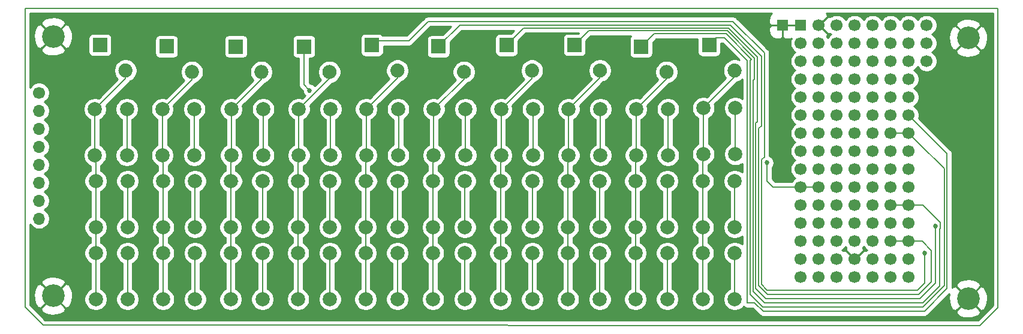
<source format=gbr>
%TF.GenerationSoftware,KiCad,Pcbnew,(5.1.9-0-10_14)*%
%TF.CreationDate,2021-02-12T13:00:48+01:00*%
%TF.ProjectId,teensythumbboard,7465656e-7379-4746-9875-6d62626f6172,1.1*%
%TF.SameCoordinates,PX68290a0PY463f660*%
%TF.FileFunction,Copper,L2,Bot*%
%TF.FilePolarity,Positive*%
%FSLAX46Y46*%
G04 Gerber Fmt 4.6, Leading zero omitted, Abs format (unit mm)*
G04 Created by KiCad (PCBNEW (5.1.9-0-10_14)) date 2021-02-12 13:00:48*
%MOMM*%
%LPD*%
G01*
G04 APERTURE LIST*
%TA.AperFunction,Profile*%
%ADD10C,0.150000*%
%TD*%
%TA.AperFunction,ComponentPad*%
%ADD11C,2.000000*%
%TD*%
%TA.AperFunction,ComponentPad*%
%ADD12R,2.000000X2.000000*%
%TD*%
%TA.AperFunction,ComponentPad*%
%ADD13C,1.700000*%
%TD*%
%TA.AperFunction,ComponentPad*%
%ADD14R,1.600000X1.600000*%
%TD*%
%TA.AperFunction,ComponentPad*%
%ADD15C,3.200000*%
%TD*%
%TA.AperFunction,ComponentPad*%
%ADD16O,1.700000X1.700000*%
%TD*%
%TA.AperFunction,ViaPad*%
%ADD17C,0.685800*%
%TD*%
%TA.AperFunction,Conductor*%
%ADD18C,0.200000*%
%TD*%
%TA.AperFunction,Conductor*%
%ADD19C,0.254000*%
%TD*%
%TA.AperFunction,Conductor*%
%ADD20C,0.150000*%
%TD*%
G04 APERTURE END LIST*
D10*
X-6825000Y-36540000D02*
X130575000Y-36540000D01*
X128035000Y-81340000D02*
X130575000Y-78800000D01*
X-4260000Y-81280000D02*
X-6800000Y-78740000D01*
X128035000Y-81340000D02*
X-4260000Y-81280000D01*
X130575000Y-36540000D02*
X130575000Y-78800000D01*
X-6825000Y-36540000D02*
X-6800000Y-78740000D01*
D11*
X26824000Y-57300000D03*
X22324000Y-57300000D03*
X26824000Y-50800000D03*
X22324000Y-50800000D03*
%TA.AperFunction,ComponentPad*%
G36*
G01*
X54459995Y-44824995D02*
X54459995Y-44824995D01*
G75*
G02*
X55874209Y-44824995I707107J-707107D01*
G01*
X55874209Y-44824995D01*
G75*
G02*
X55874209Y-46239209I-707107J-707107D01*
G01*
X55874209Y-46239209D01*
G75*
G02*
X54459995Y-46239209I-707107J707107D01*
G01*
X54459995Y-46239209D01*
G75*
G02*
X54459995Y-44824995I707107J707107D01*
G01*
G37*
%TD.AperFunction*%
D12*
X51575000Y-41940000D03*
%TA.AperFunction,ComponentPad*%
G36*
G01*
X73659995Y-44624995D02*
X73659995Y-44624995D01*
G75*
G02*
X75074209Y-44624995I707107J-707107D01*
G01*
X75074209Y-44624995D01*
G75*
G02*
X75074209Y-46039209I-707107J-707107D01*
G01*
X75074209Y-46039209D01*
G75*
G02*
X73659995Y-46039209I-707107J707107D01*
G01*
X73659995Y-46039209D01*
G75*
G02*
X73659995Y-44624995I707107J707107D01*
G01*
G37*
%TD.AperFunction*%
X70775000Y-41740000D03*
D11*
X64924000Y-57300000D03*
X60424000Y-57300000D03*
X64924000Y-50800000D03*
X60424000Y-50800000D03*
D12*
X61182898Y-41747898D03*
%TA.AperFunction,ComponentPad*%
G36*
G01*
X64067893Y-44632893D02*
X64067893Y-44632893D01*
G75*
G02*
X65482107Y-44632893I707107J-707107D01*
G01*
X65482107Y-44632893D01*
G75*
G02*
X65482107Y-46047107I-707107J-707107D01*
G01*
X65482107Y-46047107D01*
G75*
G02*
X64067893Y-46047107I-707107J707107D01*
G01*
X64067893Y-46047107D01*
G75*
G02*
X64067893Y-44632893I707107J707107D01*
G01*
G37*
%TD.AperFunction*%
D11*
X83875000Y-67460000D03*
X79375000Y-67460000D03*
X83875000Y-60960000D03*
X79375000Y-60960000D03*
X7675000Y-67460000D03*
X3175000Y-67460000D03*
X7675000Y-60960000D03*
X3175000Y-60960000D03*
D13*
X120495000Y-44020000D03*
X120495000Y-41480000D03*
X120495000Y-38940000D03*
D14*
X102715000Y-38940000D03*
D13*
X102715000Y-41480000D03*
X102715000Y-44020000D03*
X102715000Y-46560000D03*
X102715000Y-49100000D03*
X102715000Y-51640000D03*
X102715000Y-54180000D03*
X102715000Y-56720000D03*
X102715000Y-59260000D03*
X102715000Y-61800000D03*
X102715000Y-64340000D03*
X102715000Y-66880000D03*
X102715000Y-69420000D03*
X117955000Y-38940000D03*
X117955000Y-41480000D03*
X117955000Y-44020000D03*
X117955000Y-46560000D03*
X117955000Y-49100000D03*
X117955000Y-51640000D03*
X117955000Y-54180000D03*
X117955000Y-56720000D03*
X117955000Y-59260000D03*
X117955000Y-61800000D03*
X117955000Y-64340000D03*
X117955000Y-66880000D03*
X117955000Y-69420000D03*
X102715000Y-71960000D03*
X117955000Y-71960000D03*
X105255000Y-38940000D03*
X105255000Y-41480000D03*
X107795000Y-41480000D03*
X107795000Y-44020000D03*
X105255000Y-44020000D03*
X105255000Y-61800000D03*
X105255000Y-64340000D03*
X105255000Y-69420000D03*
X105255000Y-49100000D03*
X105255000Y-59260000D03*
X105255000Y-51640000D03*
X105255000Y-71960000D03*
X105255000Y-54180000D03*
X105255000Y-66880000D03*
X105255000Y-56720000D03*
X105255000Y-46560000D03*
X115415000Y-56720000D03*
X115415000Y-64340000D03*
X115415000Y-46560000D03*
X115415000Y-44020000D03*
X115415000Y-61800000D03*
X115415000Y-59260000D03*
X115415000Y-51640000D03*
X115415000Y-71960000D03*
X115415000Y-69420000D03*
X115415000Y-66880000D03*
X115415000Y-54180000D03*
X115415000Y-41480000D03*
X115415000Y-38940000D03*
X115415000Y-49100000D03*
X107795000Y-46560000D03*
X107795000Y-49100000D03*
X107795000Y-51640000D03*
X107795000Y-54180000D03*
X107795000Y-56720000D03*
X107795000Y-59260000D03*
X107795000Y-61800000D03*
X107795000Y-64340000D03*
X107795000Y-66880000D03*
X107795000Y-69420000D03*
X107795000Y-71960000D03*
X107795000Y-38940000D03*
X110335000Y-51640000D03*
X110335000Y-41480000D03*
X110335000Y-49100000D03*
X110335000Y-54180000D03*
X110335000Y-44020000D03*
X110335000Y-46560000D03*
X110335000Y-61800000D03*
X110335000Y-59260000D03*
X110335000Y-66880000D03*
X110335000Y-69420000D03*
X110335000Y-38940000D03*
X110335000Y-64340000D03*
X110335000Y-71960000D03*
X110335000Y-56720000D03*
X112875000Y-49100000D03*
X112875000Y-44020000D03*
X112875000Y-61800000D03*
X112875000Y-38940000D03*
X112875000Y-69420000D03*
X112875000Y-59260000D03*
X112875000Y-41480000D03*
X112875000Y-66880000D03*
X112875000Y-54180000D03*
X112875000Y-71960000D03*
X112875000Y-56720000D03*
X112875000Y-64340000D03*
X112875000Y-51640000D03*
X112875000Y-46560000D03*
X117955000Y-74500000D03*
X102715000Y-74500000D03*
X115415000Y-74500000D03*
X110335000Y-74500000D03*
X112875000Y-74500000D03*
X105255000Y-74500000D03*
X107795000Y-74500000D03*
D11*
X50899000Y-50800000D03*
X55399000Y-50800000D03*
X50899000Y-57300000D03*
X55399000Y-57300000D03*
X45874000Y-57300000D03*
X41374000Y-57300000D03*
X45874000Y-50800000D03*
X41374000Y-50800000D03*
D14*
X100175000Y-38940000D03*
D12*
X3782898Y-41740000D03*
%TA.AperFunction,ComponentPad*%
G36*
G01*
X6667893Y-44624995D02*
X6667893Y-44624995D01*
G75*
G02*
X8082107Y-44624995I707107J-707107D01*
G01*
X8082107Y-44624995D01*
G75*
G02*
X8082107Y-46039209I-707107J-707107D01*
G01*
X8082107Y-46039209D01*
G75*
G02*
X6667893Y-46039209I-707107J707107D01*
G01*
X6667893Y-46039209D01*
G75*
G02*
X6667893Y-44624995I707107J707107D01*
G01*
G37*
%TD.AperFunction*%
%TA.AperFunction,ComponentPad*%
G36*
G01*
X16059995Y-44824995D02*
X16059995Y-44824995D01*
G75*
G02*
X17474209Y-44824995I707107J-707107D01*
G01*
X17474209Y-44824995D01*
G75*
G02*
X17474209Y-46239209I-707107J-707107D01*
G01*
X17474209Y-46239209D01*
G75*
G02*
X16059995Y-46239209I-707107J707107D01*
G01*
X16059995Y-46239209D01*
G75*
G02*
X16059995Y-44824995I707107J707107D01*
G01*
G37*
%TD.AperFunction*%
X13175000Y-41940000D03*
X22975000Y-41947898D03*
%TA.AperFunction,ComponentPad*%
G36*
G01*
X25859995Y-44832893D02*
X25859995Y-44832893D01*
G75*
G02*
X27274209Y-44832893I707107J-707107D01*
G01*
X27274209Y-44832893D01*
G75*
G02*
X27274209Y-46247107I-707107J-707107D01*
G01*
X27274209Y-46247107D01*
G75*
G02*
X25859995Y-46247107I-707107J707107D01*
G01*
X25859995Y-46247107D01*
G75*
G02*
X25859995Y-44832893I707107J707107D01*
G01*
G37*
%TD.AperFunction*%
%TA.AperFunction,ComponentPad*%
G36*
G01*
X35467893Y-44832893D02*
X35467893Y-44832893D01*
G75*
G02*
X36882107Y-44832893I707107J-707107D01*
G01*
X36882107Y-44832893D01*
G75*
G02*
X36882107Y-46247107I-707107J-707107D01*
G01*
X36882107Y-46247107D01*
G75*
G02*
X35467893Y-46247107I-707107J707107D01*
G01*
X35467893Y-46247107D01*
G75*
G02*
X35467893Y-44832893I707107J707107D01*
G01*
G37*
%TD.AperFunction*%
X32582898Y-41947898D03*
%TA.AperFunction,ComponentPad*%
G36*
G01*
X45067893Y-44632893D02*
X45067893Y-44632893D01*
G75*
G02*
X46482107Y-44632893I707107J-707107D01*
G01*
X46482107Y-44632893D01*
G75*
G02*
X46482107Y-46047107I-707107J-707107D01*
G01*
X46482107Y-46047107D01*
G75*
G02*
X45067893Y-46047107I-707107J707107D01*
G01*
X45067893Y-46047107D01*
G75*
G02*
X45067893Y-44632893I707107J707107D01*
G01*
G37*
%TD.AperFunction*%
X42182898Y-41747898D03*
%TA.AperFunction,ComponentPad*%
G36*
G01*
X83067893Y-44832893D02*
X83067893Y-44832893D01*
G75*
G02*
X84482107Y-44832893I707107J-707107D01*
G01*
X84482107Y-44832893D01*
G75*
G02*
X84482107Y-46247107I-707107J-707107D01*
G01*
X84482107Y-46247107D01*
G75*
G02*
X83067893Y-46247107I-707107J707107D01*
G01*
X83067893Y-46247107D01*
G75*
G02*
X83067893Y-44832893I707107J707107D01*
G01*
G37*
%TD.AperFunction*%
X80182898Y-41947898D03*
%TA.AperFunction,ComponentPad*%
G36*
G01*
X92667893Y-44632893D02*
X92667893Y-44632893D01*
G75*
G02*
X94082107Y-44632893I707107J-707107D01*
G01*
X94082107Y-44632893D01*
G75*
G02*
X94082107Y-46047107I-707107J-707107D01*
G01*
X94082107Y-46047107D01*
G75*
G02*
X92667893Y-46047107I-707107J707107D01*
G01*
X92667893Y-46047107D01*
G75*
G02*
X92667893Y-44632893I707107J707107D01*
G01*
G37*
%TD.AperFunction*%
X89782898Y-41747898D03*
D11*
X7574000Y-57300000D03*
X3074000Y-57300000D03*
X7574000Y-50800000D03*
X3074000Y-50800000D03*
X12599000Y-50800000D03*
X17099000Y-50800000D03*
X12599000Y-57300000D03*
X17099000Y-57300000D03*
X31849000Y-50800000D03*
X36349000Y-50800000D03*
X31849000Y-57300000D03*
X36349000Y-57300000D03*
X74449000Y-57300000D03*
X69949000Y-57300000D03*
X74449000Y-50800000D03*
X69949000Y-50800000D03*
X83974000Y-57300000D03*
X79474000Y-57300000D03*
X83974000Y-50800000D03*
X79474000Y-50800000D03*
X93475000Y-57140000D03*
X88975000Y-57140000D03*
X93475000Y-50640000D03*
X88975000Y-50640000D03*
X17200000Y-67460000D03*
X12700000Y-67460000D03*
X17200000Y-60960000D03*
X12700000Y-60960000D03*
X26725000Y-67460000D03*
X22225000Y-67460000D03*
X26725000Y-60960000D03*
X22225000Y-60960000D03*
X36250000Y-67460000D03*
X31750000Y-67460000D03*
X36250000Y-60960000D03*
X31750000Y-60960000D03*
X45775000Y-67460000D03*
X41275000Y-67460000D03*
X45775000Y-60960000D03*
X41275000Y-60960000D03*
X55300000Y-67460000D03*
X50800000Y-67460000D03*
X55300000Y-60960000D03*
X50800000Y-60960000D03*
X64825000Y-67460000D03*
X60325000Y-67460000D03*
X64825000Y-60960000D03*
X60325000Y-60960000D03*
X74350000Y-67460000D03*
X69850000Y-67460000D03*
X74350000Y-60960000D03*
X69850000Y-60960000D03*
X93400000Y-67460000D03*
X88900000Y-67460000D03*
X93400000Y-60960000D03*
X88900000Y-60960000D03*
D15*
X-2825000Y-77140000D03*
X126375000Y-77540000D03*
X-2825000Y-40540000D03*
D11*
X7675000Y-77620000D03*
X3175000Y-77620000D03*
X7675000Y-71120000D03*
X3175000Y-71120000D03*
X17200000Y-77620000D03*
X12700000Y-77620000D03*
X17200000Y-71120000D03*
X12700000Y-71120000D03*
X26725000Y-77620000D03*
X22225000Y-77620000D03*
X26725000Y-71120000D03*
X22225000Y-71120000D03*
X36250000Y-77620000D03*
X31750000Y-77620000D03*
X36250000Y-71120000D03*
X31750000Y-71120000D03*
X45775000Y-77620000D03*
X41275000Y-77620000D03*
X45775000Y-71120000D03*
X41275000Y-71120000D03*
X55300000Y-77620000D03*
X50800000Y-77620000D03*
X55300000Y-71120000D03*
X50800000Y-71120000D03*
X64825000Y-77620000D03*
X60325000Y-77620000D03*
X64825000Y-71120000D03*
X60325000Y-71120000D03*
X74350000Y-77620000D03*
X69850000Y-77620000D03*
X74350000Y-71120000D03*
X69850000Y-71120000D03*
X83875000Y-77620000D03*
X79375000Y-77620000D03*
X83875000Y-71120000D03*
X79375000Y-71120000D03*
X93400000Y-77620000D03*
X88900000Y-77620000D03*
X93400000Y-71120000D03*
X88900000Y-71120000D03*
D15*
X126375000Y-40740000D03*
D16*
X-4825000Y-66260000D03*
X-4825000Y-63720000D03*
X-4825000Y-61180000D03*
X-4825000Y-58640000D03*
X-4825000Y-56100000D03*
X-4825000Y-53560000D03*
X-4825000Y-51020000D03*
D13*
X-4825000Y-48480000D03*
D17*
X97975000Y-58340000D03*
X33375000Y-48140000D03*
X120175000Y-71140000D03*
X121775000Y-67340000D03*
D18*
X3175000Y-71120000D02*
X3175000Y-67460000D01*
X3175000Y-71120000D02*
X3175000Y-77620000D01*
X3175000Y-67460000D02*
X3175000Y-60960000D01*
X3074000Y-57300000D02*
X3074000Y-50800000D01*
X3175000Y-57401000D02*
X3074000Y-57300000D01*
X3175000Y-60960000D02*
X3175000Y-57401000D01*
X7375000Y-46499000D02*
X7375000Y-45332102D01*
X3074000Y-50800000D02*
X7375000Y-46499000D01*
X12700000Y-77620000D02*
X12700000Y-71120000D01*
X12700000Y-71120000D02*
X12700000Y-67460000D01*
X12700000Y-67460000D02*
X12700000Y-60960000D01*
X12599000Y-57300000D02*
X12599000Y-50800000D01*
X16767102Y-46631898D02*
X16767102Y-45532102D01*
X12599000Y-50800000D02*
X16767102Y-46631898D01*
X12700000Y-57401000D02*
X12599000Y-57300000D01*
X12700000Y-60960000D02*
X12700000Y-57401000D01*
X22324000Y-50800000D02*
X22324000Y-57300000D01*
X23264000Y-60960000D02*
X22225000Y-60960000D01*
X22225000Y-60960000D02*
X22225000Y-67460000D01*
X22225000Y-67460000D02*
X22225000Y-71120000D01*
X22225000Y-71120000D02*
X22225000Y-77620000D01*
X22225000Y-57399000D02*
X22324000Y-57300000D01*
X22225000Y-60960000D02*
X22225000Y-57399000D01*
X22225000Y-50701000D02*
X22324000Y-50800000D01*
X26567102Y-46556898D02*
X26567102Y-45540000D01*
X22324000Y-50800000D02*
X26567102Y-46556898D01*
X31750000Y-77620000D02*
X31750000Y-71120000D01*
X31750000Y-71120000D02*
X31750000Y-67460000D01*
X31750000Y-67460000D02*
X31750000Y-60960000D01*
X31849000Y-57300000D02*
X31849000Y-50800000D01*
X31750000Y-57399000D02*
X31849000Y-57300000D01*
X31750000Y-60960000D02*
X31750000Y-57399000D01*
X31750000Y-50701000D02*
X31849000Y-50800000D01*
X36175000Y-46474000D02*
X36175000Y-45540000D01*
X31849000Y-50800000D02*
X36175000Y-46474000D01*
X42314000Y-60960000D02*
X41275000Y-60960000D01*
X41275000Y-60960000D02*
X41275000Y-67460000D01*
X41275000Y-67460000D02*
X41275000Y-71120000D01*
X41275000Y-71120000D02*
X41275000Y-77620000D01*
X41374000Y-50800000D02*
X41374000Y-57300000D01*
X41275000Y-57399000D02*
X41374000Y-57300000D01*
X41275000Y-60960000D02*
X41275000Y-57399000D01*
X41375000Y-50799000D02*
X41374000Y-50800000D01*
X45775000Y-46399000D02*
X45775000Y-45340000D01*
X41374000Y-50800000D02*
X45775000Y-46399000D01*
X50800000Y-77620000D02*
X50800000Y-71120000D01*
X50800000Y-71120000D02*
X50800000Y-67460000D01*
X50800000Y-67460000D02*
X50800000Y-60960000D01*
X50899000Y-57300000D02*
X50899000Y-50800000D01*
X55167102Y-46531898D02*
X55167102Y-45532102D01*
X50899000Y-50800000D02*
X55167102Y-46531898D01*
X50800000Y-57399000D02*
X50899000Y-57300000D01*
X50800000Y-60960000D02*
X50800000Y-57399000D01*
X60325000Y-77620000D02*
X60325000Y-71120000D01*
X60325000Y-67460000D02*
X60325000Y-71120000D01*
X60325000Y-67460000D02*
X60325000Y-60960000D01*
X60424000Y-57300000D02*
X60424000Y-50800000D01*
X60325000Y-57399000D02*
X60424000Y-57300000D01*
X60325000Y-60960000D02*
X60325000Y-57399000D01*
X64775000Y-46449000D02*
X64775000Y-45340000D01*
X60424000Y-50800000D02*
X64775000Y-46449000D01*
X69949000Y-50800000D02*
X69949000Y-57300000D01*
X70889000Y-60960000D02*
X69850000Y-60960000D01*
X69850000Y-60960000D02*
X69850000Y-67460000D01*
X69850000Y-67460000D02*
X69850000Y-71120000D01*
X69850000Y-71120000D02*
X69850000Y-77620000D01*
X69850000Y-57399000D02*
X69949000Y-57300000D01*
X69850000Y-60960000D02*
X69850000Y-57399000D01*
X74367102Y-46381898D02*
X74367102Y-45332102D01*
X69949000Y-50800000D02*
X74367102Y-46381898D01*
X79375000Y-77620000D02*
X79375000Y-71120000D01*
X79375000Y-71120000D02*
X79375000Y-67460000D01*
X79375000Y-67460000D02*
X79375000Y-60960000D01*
X79474000Y-57300000D02*
X79474000Y-50800000D01*
X79375000Y-57399000D02*
X79474000Y-57300000D01*
X79375000Y-60960000D02*
X79375000Y-57399000D01*
X79375000Y-50701000D02*
X79474000Y-50800000D01*
X83775000Y-46499000D02*
X83775000Y-45540000D01*
X79474000Y-50800000D02*
X83775000Y-46499000D01*
X88900000Y-77620000D02*
X88900000Y-71120000D01*
X88900000Y-71120000D02*
X88900000Y-67460000D01*
X88900000Y-67460000D02*
X88900000Y-60960000D01*
X88900000Y-57215000D02*
X88975000Y-57140000D01*
X88900000Y-60960000D02*
X88900000Y-57215000D01*
X88975000Y-57140000D02*
X88975000Y-50640000D01*
X93375000Y-46240000D02*
X93375000Y-45340000D01*
X88975000Y-50640000D02*
X93375000Y-46240000D01*
X16360000Y-57300000D02*
X17399000Y-57300000D01*
X16360000Y-50800000D02*
X17399000Y-50800000D01*
X35410000Y-57300000D02*
X36449000Y-57300000D01*
X45974000Y-50800000D02*
X45974000Y-57300000D01*
X54460000Y-57300000D02*
X55499000Y-57300000D01*
X63985000Y-57300000D02*
X65024000Y-57300000D01*
X73510000Y-50800000D02*
X74549000Y-50800000D01*
X83035000Y-57300000D02*
X84074000Y-57300000D01*
X83974000Y-50800000D02*
X83974000Y-57300000D01*
X74449000Y-50800000D02*
X74449000Y-57300000D01*
X64924000Y-50800000D02*
X64924000Y-57300000D01*
X55399000Y-50800000D02*
X55399000Y-57300000D01*
X36349000Y-50800000D02*
X36349000Y-57300000D01*
X26824000Y-50800000D02*
X26824000Y-57300000D01*
X17099000Y-50800000D02*
X17099000Y-57300000D01*
X7574000Y-50800000D02*
X7574000Y-57300000D01*
X93475000Y-50640000D02*
X93475000Y-57140000D01*
X97975000Y-58340000D02*
X97975000Y-60940000D01*
X97975000Y-60940000D02*
X98835000Y-61800000D01*
X102715000Y-61800000D02*
X105255000Y-61800000D01*
X98835000Y-61800000D02*
X102715000Y-61800000D01*
X7675000Y-60960000D02*
X7675000Y-67460000D01*
X17200000Y-60960000D02*
X17200000Y-67460000D01*
X26725000Y-60960000D02*
X26725000Y-67460000D01*
X36250000Y-60960000D02*
X36250000Y-67460000D01*
X45775000Y-60960000D02*
X45775000Y-67460000D01*
X55300000Y-60960000D02*
X55300000Y-67460000D01*
X64825000Y-60960000D02*
X64825000Y-67460000D01*
X93400000Y-60960000D02*
X93400000Y-67460000D01*
X83875000Y-60960000D02*
X83875000Y-67460000D01*
X74350000Y-60960000D02*
X74350000Y-67460000D01*
X23175000Y-41747898D02*
X22975000Y-41947898D01*
X32582898Y-41947898D02*
X32582898Y-47347898D01*
X32582898Y-47347898D02*
X33375000Y-48140000D01*
X33375000Y-48140000D02*
X33375000Y-48140000D01*
X50115000Y-38400000D02*
X47375000Y-41140000D01*
X42790796Y-41140000D02*
X42182898Y-41747898D01*
X47375000Y-41140000D02*
X42790796Y-41140000D01*
X50115000Y-38400000D02*
X93115000Y-38400000D01*
X93115000Y-38400000D02*
X97575000Y-42860000D01*
X97575000Y-42860000D02*
X97575000Y-57540010D01*
X97575000Y-57540010D02*
X97175010Y-57940000D01*
X97175010Y-57940000D02*
X97175010Y-75540010D01*
X97175010Y-75540010D02*
X97975000Y-76340000D01*
X97975000Y-76340000D02*
X119175000Y-76340000D01*
X119175000Y-76340000D02*
X120175000Y-75340000D01*
X120175000Y-75340000D02*
X120175000Y-71140000D01*
X120175000Y-71140000D02*
X120175000Y-71140000D01*
X51575000Y-41940000D02*
X54575030Y-38939970D01*
X117955000Y-69420000D02*
X115415000Y-69420000D01*
X54575030Y-38939970D02*
X61575030Y-38939970D01*
X61450824Y-38939970D02*
X61575030Y-38939970D01*
X121175000Y-70740000D02*
X119855000Y-69420000D01*
X119375000Y-76940000D02*
X121175000Y-75140000D01*
X119855000Y-69420000D02*
X117955000Y-69420000D01*
X98009301Y-76940000D02*
X119375000Y-76940000D01*
X97175000Y-53140000D02*
X96775000Y-53540000D01*
X97175000Y-43340000D02*
X97175000Y-53140000D01*
X96775000Y-53540000D02*
X96775000Y-75705699D01*
X92774970Y-38939970D02*
X97175000Y-43340000D01*
X121175000Y-75140000D02*
X121175000Y-70740000D01*
X96775000Y-75705699D02*
X98009301Y-76940000D01*
X61575030Y-38939970D02*
X92774970Y-38939970D01*
X61182898Y-41747898D02*
X63590816Y-39339980D01*
X63590816Y-39339980D02*
X72609321Y-39339980D01*
X92506378Y-39339980D02*
X96575000Y-43408602D01*
X72609321Y-39339980D02*
X92506378Y-39339980D01*
X96575018Y-43408621D02*
X96575018Y-52539982D01*
X96575000Y-43408602D02*
X96575018Y-43408621D01*
X96575018Y-52539982D02*
X96375000Y-52740000D01*
X96375000Y-52740000D02*
X96375000Y-76140000D01*
X96375000Y-76140000D02*
X97775000Y-77540000D01*
X97775000Y-77540000D02*
X119575000Y-77540000D01*
X119575000Y-77540000D02*
X121775000Y-75340000D01*
X121775000Y-75340000D02*
X121775000Y-67340000D01*
X121775000Y-67340000D02*
X121775000Y-67340000D01*
X115415000Y-64340000D02*
X117955000Y-64340000D01*
X122417901Y-66782901D02*
X119975000Y-64340000D01*
X122417901Y-67648593D02*
X122417901Y-66782901D01*
X122375000Y-67691494D02*
X122417901Y-67648593D01*
X96175008Y-43574310D02*
X96175008Y-46539992D01*
X122375000Y-75740000D02*
X122375000Y-67691494D01*
X119975000Y-78140000D02*
X122375000Y-75740000D01*
X70775000Y-41740000D02*
X72775010Y-39739990D01*
X96175008Y-46539992D02*
X95975000Y-46740000D01*
X97575000Y-78140000D02*
X119975000Y-78140000D01*
X95975000Y-46740000D02*
X95975000Y-76540000D01*
X119975000Y-64340000D02*
X117955000Y-64340000D01*
X92340689Y-39739990D02*
X96175008Y-43574310D01*
X95975000Y-76540000D02*
X97575000Y-78140000D01*
X72775010Y-39739990D02*
X92340689Y-39739990D01*
X115415000Y-54180000D02*
X117955000Y-54180000D01*
X122975000Y-59200000D02*
X119315000Y-55540000D01*
X122975000Y-75705698D02*
X122975000Y-59200000D01*
X97375000Y-78740000D02*
X119940698Y-78740000D01*
X119940698Y-78740000D02*
X122975000Y-75705698D01*
X95575000Y-76940000D02*
X97375000Y-78740000D01*
X81990796Y-40140000D02*
X92175000Y-40140000D01*
X95575000Y-43940000D02*
X95575000Y-76940000D01*
X95775000Y-43740000D02*
X95575000Y-43940000D01*
X92175000Y-40140000D02*
X95775000Y-43740000D01*
X119315000Y-55540000D02*
X117955000Y-54180000D01*
X80182898Y-41947898D02*
X81990796Y-40140000D01*
X95175000Y-43940000D02*
X91975000Y-40740000D01*
X95175000Y-78140000D02*
X95175000Y-43940000D01*
X90775000Y-40740000D02*
X89782898Y-41732102D01*
X89782898Y-41732102D02*
X89782898Y-41747898D01*
X91975000Y-40740000D02*
X90775000Y-40740000D01*
X96209302Y-78140000D02*
X97409302Y-79340000D01*
X95175000Y-78140000D02*
X96209302Y-78140000D01*
X97409302Y-79340000D02*
X120175000Y-79340000D01*
X123375010Y-76139990D02*
X123375010Y-57060010D01*
X123375010Y-57060010D02*
X117955000Y-51640000D01*
X120175000Y-79340000D02*
X123375010Y-76139990D01*
X7675000Y-71120000D02*
X7675000Y-77620000D01*
X17200000Y-71120000D02*
X17200000Y-77620000D01*
X26725000Y-71120000D02*
X26725000Y-77620000D01*
X36250000Y-71120000D02*
X36250000Y-77620000D01*
X55300000Y-71120000D02*
X55300000Y-77620000D01*
X45775000Y-71120000D02*
X45775000Y-77620000D01*
X64825000Y-71120000D02*
X64825000Y-77620000D01*
X74350000Y-71120000D02*
X74350000Y-77620000D01*
X83875000Y-71120000D02*
X83875000Y-77620000D01*
X93400000Y-71120000D02*
X93400000Y-77620000D01*
X117955000Y-46560000D02*
X117795000Y-46560000D01*
X115415000Y-56414301D02*
X115415000Y-56720000D01*
D19*
X98562867Y-37327867D02*
X98420032Y-37501911D01*
X98313897Y-37700477D01*
X98248539Y-37915933D01*
X98226470Y-38140000D01*
X98232000Y-38641550D01*
X98517750Y-38927300D01*
X100162300Y-38927300D01*
X100162300Y-38907300D01*
X100187700Y-38907300D01*
X100187700Y-38927300D01*
X102702300Y-38927300D01*
X102702300Y-38907300D01*
X102727700Y-38907300D01*
X102727700Y-38927300D01*
X102747700Y-38927300D01*
X102747700Y-38952700D01*
X102727700Y-38952700D01*
X102727700Y-38972700D01*
X102702300Y-38972700D01*
X102702300Y-38952700D01*
X100187700Y-38952700D01*
X100187700Y-40597250D01*
X100473450Y-40883000D01*
X100975000Y-40888530D01*
X101199067Y-40866461D01*
X101385167Y-40810008D01*
X101287068Y-41046842D01*
X101230000Y-41333740D01*
X101230000Y-41626260D01*
X101287068Y-41913158D01*
X101399010Y-42183411D01*
X101561525Y-42426632D01*
X101768368Y-42633475D01*
X101942760Y-42750000D01*
X101768368Y-42866525D01*
X101561525Y-43073368D01*
X101399010Y-43316589D01*
X101287068Y-43586842D01*
X101230000Y-43873740D01*
X101230000Y-44166260D01*
X101287068Y-44453158D01*
X101399010Y-44723411D01*
X101561525Y-44966632D01*
X101768368Y-45173475D01*
X101942760Y-45290000D01*
X101768368Y-45406525D01*
X101561525Y-45613368D01*
X101399010Y-45856589D01*
X101287068Y-46126842D01*
X101230000Y-46413740D01*
X101230000Y-46706260D01*
X101287068Y-46993158D01*
X101399010Y-47263411D01*
X101561525Y-47506632D01*
X101768368Y-47713475D01*
X101942760Y-47830000D01*
X101768368Y-47946525D01*
X101561525Y-48153368D01*
X101399010Y-48396589D01*
X101287068Y-48666842D01*
X101230000Y-48953740D01*
X101230000Y-49246260D01*
X101287068Y-49533158D01*
X101399010Y-49803411D01*
X101561525Y-50046632D01*
X101768368Y-50253475D01*
X101942760Y-50370000D01*
X101768368Y-50486525D01*
X101561525Y-50693368D01*
X101399010Y-50936589D01*
X101287068Y-51206842D01*
X101230000Y-51493740D01*
X101230000Y-51786260D01*
X101287068Y-52073158D01*
X101399010Y-52343411D01*
X101561525Y-52586632D01*
X101768368Y-52793475D01*
X101942760Y-52910000D01*
X101768368Y-53026525D01*
X101561525Y-53233368D01*
X101399010Y-53476589D01*
X101287068Y-53746842D01*
X101230000Y-54033740D01*
X101230000Y-54326260D01*
X101287068Y-54613158D01*
X101399010Y-54883411D01*
X101561525Y-55126632D01*
X101768368Y-55333475D01*
X101942760Y-55450000D01*
X101768368Y-55566525D01*
X101561525Y-55773368D01*
X101399010Y-56016589D01*
X101287068Y-56286842D01*
X101230000Y-56573740D01*
X101230000Y-56866260D01*
X101287068Y-57153158D01*
X101399010Y-57423411D01*
X101561525Y-57666632D01*
X101768368Y-57873475D01*
X101942760Y-57990000D01*
X101768368Y-58106525D01*
X101561525Y-58313368D01*
X101399010Y-58556589D01*
X101287068Y-58826842D01*
X101230000Y-59113740D01*
X101230000Y-59406260D01*
X101287068Y-59693158D01*
X101399010Y-59963411D01*
X101561525Y-60206632D01*
X101768368Y-60413475D01*
X101942760Y-60530000D01*
X101768368Y-60646525D01*
X101561525Y-60853368D01*
X101420117Y-61065000D01*
X99139447Y-61065000D01*
X98710000Y-60635554D01*
X98710000Y-58987960D01*
X98734585Y-58963375D01*
X98841604Y-58803210D01*
X98915320Y-58625243D01*
X98952900Y-58436315D01*
X98952900Y-58243685D01*
X98915320Y-58054757D01*
X98841604Y-57876790D01*
X98734585Y-57716625D01*
X98598375Y-57580415D01*
X98438210Y-57473396D01*
X98310000Y-57420290D01*
X98310000Y-42896094D01*
X98313555Y-42859999D01*
X98310000Y-42823904D01*
X98310000Y-42823895D01*
X98299365Y-42715915D01*
X98257337Y-42577367D01*
X98189087Y-42449680D01*
X98160164Y-42414438D01*
X98120253Y-42365806D01*
X98120250Y-42365803D01*
X98097237Y-42337762D01*
X98069197Y-42314750D01*
X95494447Y-39740000D01*
X98226470Y-39740000D01*
X98248539Y-39964067D01*
X98313897Y-40179523D01*
X98420032Y-40378089D01*
X98562867Y-40552133D01*
X98736911Y-40694968D01*
X98935477Y-40801103D01*
X99150933Y-40866461D01*
X99375000Y-40888530D01*
X99876550Y-40883000D01*
X100162300Y-40597250D01*
X100162300Y-38952700D01*
X98517750Y-38952700D01*
X98232000Y-39238450D01*
X98226470Y-39740000D01*
X95494447Y-39740000D01*
X93660259Y-37905813D01*
X93637238Y-37877762D01*
X93525320Y-37785913D01*
X93397633Y-37717663D01*
X93259085Y-37675635D01*
X93151105Y-37665000D01*
X93115000Y-37661444D01*
X93078895Y-37665000D01*
X50151096Y-37665000D01*
X50114999Y-37661445D01*
X50078902Y-37665000D01*
X50078895Y-37665000D01*
X49985132Y-37674235D01*
X49970914Y-37675635D01*
X49928886Y-37688384D01*
X49832367Y-37717663D01*
X49704680Y-37785913D01*
X49592762Y-37877762D01*
X49569746Y-37905807D01*
X47070554Y-40405000D01*
X43719633Y-40405000D01*
X43713435Y-40393404D01*
X43634083Y-40296713D01*
X43537392Y-40217361D01*
X43427078Y-40158396D01*
X43307380Y-40122086D01*
X43182898Y-40109826D01*
X41182898Y-40109826D01*
X41058416Y-40122086D01*
X40938718Y-40158396D01*
X40828404Y-40217361D01*
X40731713Y-40296713D01*
X40652361Y-40393404D01*
X40593396Y-40503718D01*
X40557086Y-40623416D01*
X40544826Y-40747898D01*
X40544826Y-42747898D01*
X40557086Y-42872380D01*
X40593396Y-42992078D01*
X40652361Y-43102392D01*
X40731713Y-43199083D01*
X40828404Y-43278435D01*
X40938718Y-43337400D01*
X41058416Y-43373710D01*
X41182898Y-43385970D01*
X43182898Y-43385970D01*
X43307380Y-43373710D01*
X43427078Y-43337400D01*
X43537392Y-43278435D01*
X43634083Y-43199083D01*
X43713435Y-43102392D01*
X43772400Y-42992078D01*
X43808710Y-42872380D01*
X43820970Y-42747898D01*
X43820970Y-41875000D01*
X47338895Y-41875000D01*
X47375000Y-41878556D01*
X47411105Y-41875000D01*
X47519085Y-41864365D01*
X47657633Y-41822337D01*
X47785320Y-41754087D01*
X47897238Y-41662238D01*
X47920259Y-41634187D01*
X50419447Y-39135000D01*
X53340553Y-39135000D01*
X52173626Y-40301928D01*
X50575000Y-40301928D01*
X50450518Y-40314188D01*
X50330820Y-40350498D01*
X50220506Y-40409463D01*
X50123815Y-40488815D01*
X50044463Y-40585506D01*
X49985498Y-40695820D01*
X49949188Y-40815518D01*
X49936928Y-40940000D01*
X49936928Y-42940000D01*
X49949188Y-43064482D01*
X49985498Y-43184180D01*
X50044463Y-43294494D01*
X50123815Y-43391185D01*
X50220506Y-43470537D01*
X50330820Y-43529502D01*
X50450518Y-43565812D01*
X50575000Y-43578072D01*
X52575000Y-43578072D01*
X52699482Y-43565812D01*
X52819180Y-43529502D01*
X52929494Y-43470537D01*
X53026185Y-43391185D01*
X53105537Y-43294494D01*
X53164502Y-43184180D01*
X53200812Y-43064482D01*
X53213072Y-42940000D01*
X53213072Y-41341374D01*
X54879477Y-39674970D01*
X62216379Y-39674970D01*
X61781524Y-40109826D01*
X60182898Y-40109826D01*
X60058416Y-40122086D01*
X59938718Y-40158396D01*
X59828404Y-40217361D01*
X59731713Y-40296713D01*
X59652361Y-40393404D01*
X59593396Y-40503718D01*
X59557086Y-40623416D01*
X59544826Y-40747898D01*
X59544826Y-42747898D01*
X59557086Y-42872380D01*
X59593396Y-42992078D01*
X59652361Y-43102392D01*
X59731713Y-43199083D01*
X59828404Y-43278435D01*
X59938718Y-43337400D01*
X60058416Y-43373710D01*
X60182898Y-43385970D01*
X62182898Y-43385970D01*
X62307380Y-43373710D01*
X62427078Y-43337400D01*
X62537392Y-43278435D01*
X62634083Y-43199083D01*
X62713435Y-43102392D01*
X62772400Y-42992078D01*
X62808710Y-42872380D01*
X62820970Y-42747898D01*
X62820970Y-41149272D01*
X63895263Y-40074980D01*
X71400573Y-40074980D01*
X71373625Y-40101928D01*
X69775000Y-40101928D01*
X69650518Y-40114188D01*
X69530820Y-40150498D01*
X69420506Y-40209463D01*
X69323815Y-40288815D01*
X69244463Y-40385506D01*
X69185498Y-40495820D01*
X69149188Y-40615518D01*
X69136928Y-40740000D01*
X69136928Y-42740000D01*
X69149188Y-42864482D01*
X69185498Y-42984180D01*
X69244463Y-43094494D01*
X69323815Y-43191185D01*
X69420506Y-43270537D01*
X69530820Y-43329502D01*
X69650518Y-43365812D01*
X69775000Y-43378072D01*
X71775000Y-43378072D01*
X71899482Y-43365812D01*
X72019180Y-43329502D01*
X72129494Y-43270537D01*
X72226185Y-43191185D01*
X72305537Y-43094494D01*
X72364502Y-42984180D01*
X72400812Y-42864482D01*
X72413072Y-42740000D01*
X72413072Y-41141375D01*
X73079457Y-40474990D01*
X78758183Y-40474990D01*
X78731713Y-40496713D01*
X78652361Y-40593404D01*
X78593396Y-40703718D01*
X78557086Y-40823416D01*
X78544826Y-40947898D01*
X78544826Y-42947898D01*
X78557086Y-43072380D01*
X78593396Y-43192078D01*
X78652361Y-43302392D01*
X78731713Y-43399083D01*
X78828404Y-43478435D01*
X78938718Y-43537400D01*
X79058416Y-43573710D01*
X79182898Y-43585970D01*
X81182898Y-43585970D01*
X81307380Y-43573710D01*
X81427078Y-43537400D01*
X81537392Y-43478435D01*
X81634083Y-43399083D01*
X81713435Y-43302392D01*
X81772400Y-43192078D01*
X81808710Y-43072380D01*
X81820970Y-42947898D01*
X81820970Y-41349273D01*
X82295243Y-40875000D01*
X88144826Y-40875000D01*
X88144826Y-42747898D01*
X88157086Y-42872380D01*
X88193396Y-42992078D01*
X88252361Y-43102392D01*
X88331713Y-43199083D01*
X88428404Y-43278435D01*
X88538718Y-43337400D01*
X88658416Y-43373710D01*
X88782898Y-43385970D01*
X90782898Y-43385970D01*
X90907380Y-43373710D01*
X91027078Y-43337400D01*
X91137392Y-43278435D01*
X91234083Y-43199083D01*
X91313435Y-43102392D01*
X91372400Y-42992078D01*
X91408710Y-42872380D01*
X91420970Y-42747898D01*
X91420970Y-41475000D01*
X91670554Y-41475000D01*
X94042209Y-43846656D01*
X93851912Y-43767832D01*
X93536033Y-43705000D01*
X93213967Y-43705000D01*
X92898088Y-43767832D01*
X92600537Y-43891082D01*
X92332748Y-44070013D01*
X92105013Y-44297748D01*
X91926082Y-44565537D01*
X91802832Y-44863088D01*
X91740000Y-45178967D01*
X91740000Y-45501033D01*
X91802832Y-45816912D01*
X91926082Y-46114463D01*
X92105013Y-46382252D01*
X92149157Y-46426396D01*
X89491375Y-49084178D01*
X89451912Y-49067832D01*
X89136033Y-49005000D01*
X88813967Y-49005000D01*
X88498088Y-49067832D01*
X88200537Y-49191082D01*
X87932748Y-49370013D01*
X87705013Y-49597748D01*
X87526082Y-49865537D01*
X87402832Y-50163088D01*
X87340000Y-50478967D01*
X87340000Y-50801033D01*
X87402832Y-51116912D01*
X87526082Y-51414463D01*
X87705013Y-51682252D01*
X87932748Y-51909987D01*
X88200537Y-52088918D01*
X88240001Y-52105264D01*
X88240000Y-55674736D01*
X88200537Y-55691082D01*
X87932748Y-55870013D01*
X87705013Y-56097748D01*
X87526082Y-56365537D01*
X87402832Y-56663088D01*
X87340000Y-56978967D01*
X87340000Y-57301033D01*
X87402832Y-57616912D01*
X87526082Y-57914463D01*
X87705013Y-58182252D01*
X87932748Y-58409987D01*
X88165001Y-58565173D01*
X88165000Y-59494736D01*
X88125537Y-59511082D01*
X87857748Y-59690013D01*
X87630013Y-59917748D01*
X87451082Y-60185537D01*
X87327832Y-60483088D01*
X87265000Y-60798967D01*
X87265000Y-61121033D01*
X87327832Y-61436912D01*
X87451082Y-61734463D01*
X87630013Y-62002252D01*
X87857748Y-62229987D01*
X88125537Y-62408918D01*
X88165001Y-62425264D01*
X88165000Y-65994736D01*
X88125537Y-66011082D01*
X87857748Y-66190013D01*
X87630013Y-66417748D01*
X87451082Y-66685537D01*
X87327832Y-66983088D01*
X87265000Y-67298967D01*
X87265000Y-67621033D01*
X87327832Y-67936912D01*
X87451082Y-68234463D01*
X87630013Y-68502252D01*
X87857748Y-68729987D01*
X88125537Y-68908918D01*
X88165001Y-68925264D01*
X88165000Y-69654736D01*
X88125537Y-69671082D01*
X87857748Y-69850013D01*
X87630013Y-70077748D01*
X87451082Y-70345537D01*
X87327832Y-70643088D01*
X87265000Y-70958967D01*
X87265000Y-71281033D01*
X87327832Y-71596912D01*
X87451082Y-71894463D01*
X87630013Y-72162252D01*
X87857748Y-72389987D01*
X88125537Y-72568918D01*
X88165001Y-72585264D01*
X88165000Y-76154736D01*
X88125537Y-76171082D01*
X87857748Y-76350013D01*
X87630013Y-76577748D01*
X87451082Y-76845537D01*
X87327832Y-77143088D01*
X87265000Y-77458967D01*
X87265000Y-77781033D01*
X87327832Y-78096912D01*
X87451082Y-78394463D01*
X87630013Y-78662252D01*
X87857748Y-78889987D01*
X88125537Y-79068918D01*
X88423088Y-79192168D01*
X88738967Y-79255000D01*
X89061033Y-79255000D01*
X89376912Y-79192168D01*
X89674463Y-79068918D01*
X89942252Y-78889987D01*
X90169987Y-78662252D01*
X90348918Y-78394463D01*
X90472168Y-78096912D01*
X90535000Y-77781033D01*
X90535000Y-77458967D01*
X90472168Y-77143088D01*
X90348918Y-76845537D01*
X90169987Y-76577748D01*
X89942252Y-76350013D01*
X89674463Y-76171082D01*
X89635000Y-76154736D01*
X89635000Y-72585264D01*
X89674463Y-72568918D01*
X89942252Y-72389987D01*
X90169987Y-72162252D01*
X90348918Y-71894463D01*
X90472168Y-71596912D01*
X90535000Y-71281033D01*
X90535000Y-70958967D01*
X90472168Y-70643088D01*
X90348918Y-70345537D01*
X90169987Y-70077748D01*
X89942252Y-69850013D01*
X89674463Y-69671082D01*
X89635000Y-69654736D01*
X89635000Y-68925264D01*
X89674463Y-68908918D01*
X89942252Y-68729987D01*
X90169987Y-68502252D01*
X90348918Y-68234463D01*
X90472168Y-67936912D01*
X90535000Y-67621033D01*
X90535000Y-67298967D01*
X90472168Y-66983088D01*
X90348918Y-66685537D01*
X90169987Y-66417748D01*
X89942252Y-66190013D01*
X89674463Y-66011082D01*
X89635000Y-65994736D01*
X89635000Y-62425264D01*
X89674463Y-62408918D01*
X89942252Y-62229987D01*
X90169987Y-62002252D01*
X90348918Y-61734463D01*
X90472168Y-61436912D01*
X90535000Y-61121033D01*
X90535000Y-60798967D01*
X90472168Y-60483088D01*
X90348918Y-60185537D01*
X90169987Y-59917748D01*
X89942252Y-59690013D01*
X89674463Y-59511082D01*
X89635000Y-59494736D01*
X89635000Y-58636330D01*
X89749463Y-58588918D01*
X90017252Y-58409987D01*
X90244987Y-58182252D01*
X90423918Y-57914463D01*
X90547168Y-57616912D01*
X90610000Y-57301033D01*
X90610000Y-56978967D01*
X90547168Y-56663088D01*
X90423918Y-56365537D01*
X90244987Y-56097748D01*
X90017252Y-55870013D01*
X89749463Y-55691082D01*
X89710000Y-55674736D01*
X89710000Y-52105264D01*
X89749463Y-52088918D01*
X90017252Y-51909987D01*
X90244987Y-51682252D01*
X90423918Y-51414463D01*
X90547168Y-51116912D01*
X90610000Y-50801033D01*
X90610000Y-50478967D01*
X90547168Y-50163088D01*
X90530822Y-50123625D01*
X93715057Y-46939390D01*
X93851912Y-46912168D01*
X94149463Y-46788918D01*
X94417252Y-46609987D01*
X94440001Y-46587238D01*
X94440001Y-49318395D01*
X94249463Y-49191082D01*
X93951912Y-49067832D01*
X93636033Y-49005000D01*
X93313967Y-49005000D01*
X92998088Y-49067832D01*
X92700537Y-49191082D01*
X92432748Y-49370013D01*
X92205013Y-49597748D01*
X92026082Y-49865537D01*
X91902832Y-50163088D01*
X91840000Y-50478967D01*
X91840000Y-50801033D01*
X91902832Y-51116912D01*
X92026082Y-51414463D01*
X92205013Y-51682252D01*
X92432748Y-51909987D01*
X92700537Y-52088918D01*
X92740000Y-52105264D01*
X92740001Y-55674736D01*
X92700537Y-55691082D01*
X92432748Y-55870013D01*
X92205013Y-56097748D01*
X92026082Y-56365537D01*
X91902832Y-56663088D01*
X91840000Y-56978967D01*
X91840000Y-57301033D01*
X91902832Y-57616912D01*
X92026082Y-57914463D01*
X92205013Y-58182252D01*
X92432748Y-58409987D01*
X92700537Y-58588918D01*
X92998088Y-58712168D01*
X93313967Y-58775000D01*
X93636033Y-58775000D01*
X93951912Y-58712168D01*
X94249463Y-58588918D01*
X94440001Y-58461605D01*
X94440001Y-59688509D01*
X94174463Y-59511082D01*
X93876912Y-59387832D01*
X93561033Y-59325000D01*
X93238967Y-59325000D01*
X92923088Y-59387832D01*
X92625537Y-59511082D01*
X92357748Y-59690013D01*
X92130013Y-59917748D01*
X91951082Y-60185537D01*
X91827832Y-60483088D01*
X91765000Y-60798967D01*
X91765000Y-61121033D01*
X91827832Y-61436912D01*
X91951082Y-61734463D01*
X92130013Y-62002252D01*
X92357748Y-62229987D01*
X92625537Y-62408918D01*
X92665000Y-62425264D01*
X92665001Y-65994736D01*
X92625537Y-66011082D01*
X92357748Y-66190013D01*
X92130013Y-66417748D01*
X91951082Y-66685537D01*
X91827832Y-66983088D01*
X91765000Y-67298967D01*
X91765000Y-67621033D01*
X91827832Y-67936912D01*
X91951082Y-68234463D01*
X92130013Y-68502252D01*
X92357748Y-68729987D01*
X92625537Y-68908918D01*
X92923088Y-69032168D01*
X93238967Y-69095000D01*
X93561033Y-69095000D01*
X93876912Y-69032168D01*
X94174463Y-68908918D01*
X94440000Y-68731492D01*
X94440000Y-69848508D01*
X94174463Y-69671082D01*
X93876912Y-69547832D01*
X93561033Y-69485000D01*
X93238967Y-69485000D01*
X92923088Y-69547832D01*
X92625537Y-69671082D01*
X92357748Y-69850013D01*
X92130013Y-70077748D01*
X91951082Y-70345537D01*
X91827832Y-70643088D01*
X91765000Y-70958967D01*
X91765000Y-71281033D01*
X91827832Y-71596912D01*
X91951082Y-71894463D01*
X92130013Y-72162252D01*
X92357748Y-72389987D01*
X92625537Y-72568918D01*
X92665000Y-72585264D01*
X92665001Y-76154736D01*
X92625537Y-76171082D01*
X92357748Y-76350013D01*
X92130013Y-76577748D01*
X91951082Y-76845537D01*
X91827832Y-77143088D01*
X91765000Y-77458967D01*
X91765000Y-77781033D01*
X91827832Y-78096912D01*
X91951082Y-78394463D01*
X92130013Y-78662252D01*
X92357748Y-78889987D01*
X92625537Y-79068918D01*
X92923088Y-79192168D01*
X93238967Y-79255000D01*
X93561033Y-79255000D01*
X93876912Y-79192168D01*
X94174463Y-79068918D01*
X94442252Y-78889987D01*
X94662230Y-78670009D01*
X94730350Y-78725913D01*
X94764680Y-78754087D01*
X94892367Y-78822337D01*
X95030915Y-78864365D01*
X95175000Y-78878556D01*
X95211105Y-78875000D01*
X95904856Y-78875000D01*
X96864048Y-79834193D01*
X96887064Y-79862238D01*
X96998982Y-79954087D01*
X97126669Y-80022337D01*
X97265217Y-80064365D01*
X97373197Y-80075000D01*
X97373206Y-80075000D01*
X97409301Y-80078555D01*
X97445396Y-80075000D01*
X120138895Y-80075000D01*
X120175000Y-80078556D01*
X120211105Y-80075000D01*
X120319085Y-80064365D01*
X120457633Y-80022337D01*
X120585320Y-79954087D01*
X120697238Y-79862238D01*
X120720259Y-79834187D01*
X121258566Y-79295880D01*
X124637081Y-79295880D01*
X124765196Y-79777312D01*
X125232606Y-80048380D01*
X125743918Y-80223052D01*
X126279481Y-80294616D01*
X126818715Y-80260322D01*
X127340898Y-80121487D01*
X127825961Y-79883447D01*
X127984804Y-79777312D01*
X128112919Y-79295880D01*
X126375000Y-77557961D01*
X124637081Y-79295880D01*
X121258566Y-79295880D01*
X123716033Y-76838414D01*
X123691948Y-76908918D01*
X123620384Y-77444481D01*
X123654678Y-77983715D01*
X123793513Y-78505898D01*
X124031553Y-78990961D01*
X124137688Y-79149804D01*
X124619120Y-79277919D01*
X126357039Y-77540000D01*
X126392961Y-77540000D01*
X128130880Y-79277919D01*
X128612312Y-79149804D01*
X128883380Y-78682394D01*
X129058052Y-78171082D01*
X129129616Y-77635519D01*
X129095322Y-77096285D01*
X128956487Y-76574102D01*
X128718447Y-76089039D01*
X128612312Y-75930196D01*
X128130880Y-75802081D01*
X126392961Y-77540000D01*
X126357039Y-77540000D01*
X124619120Y-75802081D01*
X124137688Y-75930196D01*
X124110010Y-75977922D01*
X124110010Y-75784120D01*
X124637081Y-75784120D01*
X126375000Y-77522039D01*
X128112919Y-75784120D01*
X127984804Y-75302688D01*
X127517394Y-75031620D01*
X127006082Y-74856948D01*
X126470519Y-74785384D01*
X125931285Y-74819678D01*
X125409102Y-74958513D01*
X124924039Y-75196553D01*
X124765196Y-75302688D01*
X124637081Y-75784120D01*
X124110010Y-75784120D01*
X124110010Y-57096115D01*
X124113566Y-57060010D01*
X124099375Y-56915925D01*
X124057347Y-56777376D01*
X123989097Y-56649690D01*
X123920263Y-56565816D01*
X123897248Y-56537772D01*
X123869203Y-56514756D01*
X119390344Y-52035897D01*
X119440000Y-51786260D01*
X119440000Y-51493740D01*
X119382932Y-51206842D01*
X119270990Y-50936589D01*
X119108475Y-50693368D01*
X118901632Y-50486525D01*
X118727240Y-50370000D01*
X118901632Y-50253475D01*
X119108475Y-50046632D01*
X119270990Y-49803411D01*
X119382932Y-49533158D01*
X119440000Y-49246260D01*
X119440000Y-48953740D01*
X119382932Y-48666842D01*
X119270990Y-48396589D01*
X119108475Y-48153368D01*
X118901632Y-47946525D01*
X118727240Y-47830000D01*
X118901632Y-47713475D01*
X119108475Y-47506632D01*
X119270990Y-47263411D01*
X119382932Y-46993158D01*
X119440000Y-46706260D01*
X119440000Y-46413740D01*
X119382932Y-46126842D01*
X119270990Y-45856589D01*
X119108475Y-45613368D01*
X118901632Y-45406525D01*
X118727240Y-45290000D01*
X118901632Y-45173475D01*
X119108475Y-44966632D01*
X119225000Y-44792240D01*
X119341525Y-44966632D01*
X119548368Y-45173475D01*
X119791589Y-45335990D01*
X120061842Y-45447932D01*
X120348740Y-45505000D01*
X120641260Y-45505000D01*
X120928158Y-45447932D01*
X121198411Y-45335990D01*
X121441632Y-45173475D01*
X121648475Y-44966632D01*
X121810990Y-44723411D01*
X121922932Y-44453158D01*
X121980000Y-44166260D01*
X121980000Y-43873740D01*
X121922932Y-43586842D01*
X121810990Y-43316589D01*
X121648475Y-43073368D01*
X121441632Y-42866525D01*
X121267240Y-42750000D01*
X121441632Y-42633475D01*
X121579227Y-42495880D01*
X124637081Y-42495880D01*
X124765196Y-42977312D01*
X125232606Y-43248380D01*
X125743918Y-43423052D01*
X126279481Y-43494616D01*
X126818715Y-43460322D01*
X127340898Y-43321487D01*
X127825961Y-43083447D01*
X127984804Y-42977312D01*
X128112919Y-42495880D01*
X126375000Y-40757961D01*
X124637081Y-42495880D01*
X121579227Y-42495880D01*
X121648475Y-42426632D01*
X121810990Y-42183411D01*
X121922932Y-41913158D01*
X121980000Y-41626260D01*
X121980000Y-41333740D01*
X121922932Y-41046842D01*
X121810990Y-40776589D01*
X121722719Y-40644481D01*
X123620384Y-40644481D01*
X123654678Y-41183715D01*
X123793513Y-41705898D01*
X124031553Y-42190961D01*
X124137688Y-42349804D01*
X124619120Y-42477919D01*
X126357039Y-40740000D01*
X126392961Y-40740000D01*
X128130880Y-42477919D01*
X128612312Y-42349804D01*
X128883380Y-41882394D01*
X129058052Y-41371082D01*
X129129616Y-40835519D01*
X129095322Y-40296285D01*
X128956487Y-39774102D01*
X128718447Y-39289039D01*
X128612312Y-39130196D01*
X128130880Y-39002081D01*
X126392961Y-40740000D01*
X126357039Y-40740000D01*
X124619120Y-39002081D01*
X124137688Y-39130196D01*
X123866620Y-39597606D01*
X123691948Y-40108918D01*
X123620384Y-40644481D01*
X121722719Y-40644481D01*
X121648475Y-40533368D01*
X121441632Y-40326525D01*
X121267240Y-40210000D01*
X121441632Y-40093475D01*
X121648475Y-39886632D01*
X121810990Y-39643411D01*
X121922932Y-39373158D01*
X121980000Y-39086260D01*
X121980000Y-38984120D01*
X124637081Y-38984120D01*
X126375000Y-40722039D01*
X128112919Y-38984120D01*
X127984804Y-38502688D01*
X127517394Y-38231620D01*
X127006082Y-38056948D01*
X126470519Y-37985384D01*
X125931285Y-38019678D01*
X125409102Y-38158513D01*
X124924039Y-38396553D01*
X124765196Y-38502688D01*
X124637081Y-38984120D01*
X121980000Y-38984120D01*
X121980000Y-38793740D01*
X121922932Y-38506842D01*
X121810990Y-38236589D01*
X121648475Y-37993368D01*
X121441632Y-37786525D01*
X121198411Y-37624010D01*
X120928158Y-37512068D01*
X120641260Y-37455000D01*
X120348740Y-37455000D01*
X120061842Y-37512068D01*
X119791589Y-37624010D01*
X119548368Y-37786525D01*
X119341525Y-37993368D01*
X119225000Y-38167760D01*
X119108475Y-37993368D01*
X118901632Y-37786525D01*
X118658411Y-37624010D01*
X118388158Y-37512068D01*
X118101260Y-37455000D01*
X117808740Y-37455000D01*
X117521842Y-37512068D01*
X117251589Y-37624010D01*
X117008368Y-37786525D01*
X116801525Y-37993368D01*
X116685000Y-38167760D01*
X116568475Y-37993368D01*
X116361632Y-37786525D01*
X116118411Y-37624010D01*
X115848158Y-37512068D01*
X115561260Y-37455000D01*
X115268740Y-37455000D01*
X114981842Y-37512068D01*
X114711589Y-37624010D01*
X114468368Y-37786525D01*
X114261525Y-37993368D01*
X114145000Y-38167760D01*
X114028475Y-37993368D01*
X113821632Y-37786525D01*
X113578411Y-37624010D01*
X113308158Y-37512068D01*
X113021260Y-37455000D01*
X112728740Y-37455000D01*
X112441842Y-37512068D01*
X112171589Y-37624010D01*
X111928368Y-37786525D01*
X111721525Y-37993368D01*
X111605000Y-38167760D01*
X111488475Y-37993368D01*
X111281632Y-37786525D01*
X111038411Y-37624010D01*
X110768158Y-37512068D01*
X110481260Y-37455000D01*
X110188740Y-37455000D01*
X109901842Y-37512068D01*
X109631589Y-37624010D01*
X109388368Y-37786525D01*
X109181525Y-37993368D01*
X109065000Y-38167760D01*
X108948475Y-37993368D01*
X108741632Y-37786525D01*
X108498411Y-37624010D01*
X108228158Y-37512068D01*
X107941260Y-37455000D01*
X107648740Y-37455000D01*
X107361842Y-37512068D01*
X107091589Y-37624010D01*
X106870114Y-37771995D01*
X106477974Y-37734987D01*
X105272961Y-38940000D01*
X106477974Y-40145013D01*
X106870114Y-40108005D01*
X107022760Y-40210000D01*
X106848368Y-40326525D01*
X106641525Y-40533368D01*
X106525000Y-40707760D01*
X106423005Y-40555114D01*
X106460013Y-40162974D01*
X105255000Y-38957961D01*
X105240858Y-38972103D01*
X105222897Y-38954142D01*
X105237039Y-38940000D01*
X105222897Y-38925858D01*
X105240858Y-38907897D01*
X105255000Y-38922039D01*
X106460013Y-37717026D01*
X106421826Y-37312395D01*
X106313805Y-37250000D01*
X129865000Y-37250000D01*
X129865001Y-78505907D01*
X127741042Y-80629867D01*
X-3965774Y-80570134D01*
X-5640028Y-78895880D01*
X-4562919Y-78895880D01*
X-4434804Y-79377312D01*
X-3967394Y-79648380D01*
X-3456082Y-79823052D01*
X-2920519Y-79894616D01*
X-2381285Y-79860322D01*
X-1859102Y-79721487D01*
X-1374039Y-79483447D01*
X-1215196Y-79377312D01*
X-1087081Y-78895880D01*
X-2825000Y-77157961D01*
X-4562919Y-78895880D01*
X-5640028Y-78895880D01*
X-6090175Y-78445734D01*
X-6091005Y-77044481D01*
X-5579616Y-77044481D01*
X-5545322Y-77583715D01*
X-5406487Y-78105898D01*
X-5168447Y-78590961D01*
X-5062312Y-78749804D01*
X-4580880Y-78877919D01*
X-2842961Y-77140000D01*
X-2807039Y-77140000D01*
X-1069120Y-78877919D01*
X-587688Y-78749804D01*
X-316620Y-78282394D01*
X-141948Y-77771082D01*
X-70384Y-77235519D01*
X-104678Y-76696285D01*
X-243513Y-76174102D01*
X-481553Y-75689039D01*
X-587688Y-75530196D01*
X-1069120Y-75402081D01*
X-2807039Y-77140000D01*
X-2842961Y-77140000D01*
X-4580880Y-75402081D01*
X-5062312Y-75530196D01*
X-5333380Y-75997606D01*
X-5508052Y-76508918D01*
X-5579616Y-77044481D01*
X-6091005Y-77044481D01*
X-6091988Y-75384120D01*
X-4562919Y-75384120D01*
X-2825000Y-77122039D01*
X-1087081Y-75384120D01*
X-1215196Y-74902688D01*
X-1682606Y-74631620D01*
X-2193918Y-74456948D01*
X-2729481Y-74385384D01*
X-3268715Y-74419678D01*
X-3790898Y-74558513D01*
X-4275961Y-74796553D01*
X-4434804Y-74902688D01*
X-4562919Y-75384120D01*
X-6091988Y-75384120D01*
X-6096938Y-67029340D01*
X-5978475Y-67206632D01*
X-5771632Y-67413475D01*
X-5528411Y-67575990D01*
X-5258158Y-67687932D01*
X-4971260Y-67745000D01*
X-4678740Y-67745000D01*
X-4391842Y-67687932D01*
X-4121589Y-67575990D01*
X-3878368Y-67413475D01*
X-3671525Y-67206632D01*
X-3509010Y-66963411D01*
X-3397068Y-66693158D01*
X-3340000Y-66406260D01*
X-3340000Y-66113740D01*
X-3397068Y-65826842D01*
X-3509010Y-65556589D01*
X-3671525Y-65313368D01*
X-3878368Y-65106525D01*
X-4052760Y-64990000D01*
X-3878368Y-64873475D01*
X-3671525Y-64666632D01*
X-3509010Y-64423411D01*
X-3397068Y-64153158D01*
X-3340000Y-63866260D01*
X-3340000Y-63573740D01*
X-3397068Y-63286842D01*
X-3509010Y-63016589D01*
X-3671525Y-62773368D01*
X-3878368Y-62566525D01*
X-4052760Y-62450000D01*
X-3878368Y-62333475D01*
X-3671525Y-62126632D01*
X-3509010Y-61883411D01*
X-3397068Y-61613158D01*
X-3340000Y-61326260D01*
X-3340000Y-61033740D01*
X-3397068Y-60746842D01*
X-3509010Y-60476589D01*
X-3671525Y-60233368D01*
X-3878368Y-60026525D01*
X-4052760Y-59910000D01*
X-3878368Y-59793475D01*
X-3671525Y-59586632D01*
X-3509010Y-59343411D01*
X-3397068Y-59073158D01*
X-3340000Y-58786260D01*
X-3340000Y-58493740D01*
X-3397068Y-58206842D01*
X-3509010Y-57936589D01*
X-3671525Y-57693368D01*
X-3878368Y-57486525D01*
X-4052760Y-57370000D01*
X-3878368Y-57253475D01*
X-3671525Y-57046632D01*
X-3509010Y-56803411D01*
X-3397068Y-56533158D01*
X-3340000Y-56246260D01*
X-3340000Y-55953740D01*
X-3397068Y-55666842D01*
X-3509010Y-55396589D01*
X-3671525Y-55153368D01*
X-3878368Y-54946525D01*
X-4052760Y-54830000D01*
X-3878368Y-54713475D01*
X-3671525Y-54506632D01*
X-3509010Y-54263411D01*
X-3397068Y-53993158D01*
X-3340000Y-53706260D01*
X-3340000Y-53413740D01*
X-3397068Y-53126842D01*
X-3509010Y-52856589D01*
X-3671525Y-52613368D01*
X-3878368Y-52406525D01*
X-4052760Y-52290000D01*
X-3878368Y-52173475D01*
X-3671525Y-51966632D01*
X-3509010Y-51723411D01*
X-3397068Y-51453158D01*
X-3340000Y-51166260D01*
X-3340000Y-50873740D01*
X-3386699Y-50638967D01*
X1439000Y-50638967D01*
X1439000Y-50961033D01*
X1501832Y-51276912D01*
X1625082Y-51574463D01*
X1804013Y-51842252D01*
X2031748Y-52069987D01*
X2299537Y-52248918D01*
X2339001Y-52265264D01*
X2339000Y-55834736D01*
X2299537Y-55851082D01*
X2031748Y-56030013D01*
X1804013Y-56257748D01*
X1625082Y-56525537D01*
X1501832Y-56823088D01*
X1439000Y-57138967D01*
X1439000Y-57461033D01*
X1501832Y-57776912D01*
X1625082Y-58074463D01*
X1804013Y-58342252D01*
X2031748Y-58569987D01*
X2299537Y-58748918D01*
X2440001Y-58807100D01*
X2440000Y-59494736D01*
X2400537Y-59511082D01*
X2132748Y-59690013D01*
X1905013Y-59917748D01*
X1726082Y-60185537D01*
X1602832Y-60483088D01*
X1540000Y-60798967D01*
X1540000Y-61121033D01*
X1602832Y-61436912D01*
X1726082Y-61734463D01*
X1905013Y-62002252D01*
X2132748Y-62229987D01*
X2400537Y-62408918D01*
X2440001Y-62425264D01*
X2440000Y-65994736D01*
X2400537Y-66011082D01*
X2132748Y-66190013D01*
X1905013Y-66417748D01*
X1726082Y-66685537D01*
X1602832Y-66983088D01*
X1540000Y-67298967D01*
X1540000Y-67621033D01*
X1602832Y-67936912D01*
X1726082Y-68234463D01*
X1905013Y-68502252D01*
X2132748Y-68729987D01*
X2400537Y-68908918D01*
X2440001Y-68925264D01*
X2440000Y-69654736D01*
X2400537Y-69671082D01*
X2132748Y-69850013D01*
X1905013Y-70077748D01*
X1726082Y-70345537D01*
X1602832Y-70643088D01*
X1540000Y-70958967D01*
X1540000Y-71281033D01*
X1602832Y-71596912D01*
X1726082Y-71894463D01*
X1905013Y-72162252D01*
X2132748Y-72389987D01*
X2400537Y-72568918D01*
X2440000Y-72585264D01*
X2440001Y-76154736D01*
X2400537Y-76171082D01*
X2132748Y-76350013D01*
X1905013Y-76577748D01*
X1726082Y-76845537D01*
X1602832Y-77143088D01*
X1540000Y-77458967D01*
X1540000Y-77781033D01*
X1602832Y-78096912D01*
X1726082Y-78394463D01*
X1905013Y-78662252D01*
X2132748Y-78889987D01*
X2400537Y-79068918D01*
X2698088Y-79192168D01*
X3013967Y-79255000D01*
X3336033Y-79255000D01*
X3651912Y-79192168D01*
X3949463Y-79068918D01*
X4217252Y-78889987D01*
X4444987Y-78662252D01*
X4623918Y-78394463D01*
X4747168Y-78096912D01*
X4810000Y-77781033D01*
X4810000Y-77458967D01*
X4747168Y-77143088D01*
X4623918Y-76845537D01*
X4444987Y-76577748D01*
X4217252Y-76350013D01*
X3949463Y-76171082D01*
X3910000Y-76154736D01*
X3910000Y-72585264D01*
X3949463Y-72568918D01*
X4217252Y-72389987D01*
X4444987Y-72162252D01*
X4623918Y-71894463D01*
X4747168Y-71596912D01*
X4810000Y-71281033D01*
X4810000Y-70958967D01*
X6040000Y-70958967D01*
X6040000Y-71281033D01*
X6102832Y-71596912D01*
X6226082Y-71894463D01*
X6405013Y-72162252D01*
X6632748Y-72389987D01*
X6900537Y-72568918D01*
X6940000Y-72585264D01*
X6940001Y-76154736D01*
X6900537Y-76171082D01*
X6632748Y-76350013D01*
X6405013Y-76577748D01*
X6226082Y-76845537D01*
X6102832Y-77143088D01*
X6040000Y-77458967D01*
X6040000Y-77781033D01*
X6102832Y-78096912D01*
X6226082Y-78394463D01*
X6405013Y-78662252D01*
X6632748Y-78889987D01*
X6900537Y-79068918D01*
X7198088Y-79192168D01*
X7513967Y-79255000D01*
X7836033Y-79255000D01*
X8151912Y-79192168D01*
X8449463Y-79068918D01*
X8717252Y-78889987D01*
X8944987Y-78662252D01*
X9123918Y-78394463D01*
X9247168Y-78096912D01*
X9310000Y-77781033D01*
X9310000Y-77458967D01*
X9247168Y-77143088D01*
X9123918Y-76845537D01*
X8944987Y-76577748D01*
X8717252Y-76350013D01*
X8449463Y-76171082D01*
X8410000Y-76154736D01*
X8410000Y-72585264D01*
X8449463Y-72568918D01*
X8717252Y-72389987D01*
X8944987Y-72162252D01*
X9123918Y-71894463D01*
X9247168Y-71596912D01*
X9310000Y-71281033D01*
X9310000Y-70958967D01*
X9247168Y-70643088D01*
X9123918Y-70345537D01*
X8944987Y-70077748D01*
X8717252Y-69850013D01*
X8449463Y-69671082D01*
X8151912Y-69547832D01*
X7836033Y-69485000D01*
X7513967Y-69485000D01*
X7198088Y-69547832D01*
X6900537Y-69671082D01*
X6632748Y-69850013D01*
X6405013Y-70077748D01*
X6226082Y-70345537D01*
X6102832Y-70643088D01*
X6040000Y-70958967D01*
X4810000Y-70958967D01*
X4747168Y-70643088D01*
X4623918Y-70345537D01*
X4444987Y-70077748D01*
X4217252Y-69850013D01*
X3949463Y-69671082D01*
X3910000Y-69654736D01*
X3910000Y-68925264D01*
X3949463Y-68908918D01*
X4217252Y-68729987D01*
X4444987Y-68502252D01*
X4623918Y-68234463D01*
X4747168Y-67936912D01*
X4810000Y-67621033D01*
X4810000Y-67298967D01*
X4747168Y-66983088D01*
X4623918Y-66685537D01*
X4444987Y-66417748D01*
X4217252Y-66190013D01*
X3949463Y-66011082D01*
X3910000Y-65994736D01*
X3910000Y-62425264D01*
X3949463Y-62408918D01*
X4217252Y-62229987D01*
X4444987Y-62002252D01*
X4623918Y-61734463D01*
X4747168Y-61436912D01*
X4810000Y-61121033D01*
X4810000Y-60798967D01*
X6040000Y-60798967D01*
X6040000Y-61121033D01*
X6102832Y-61436912D01*
X6226082Y-61734463D01*
X6405013Y-62002252D01*
X6632748Y-62229987D01*
X6900537Y-62408918D01*
X6940000Y-62425264D01*
X6940001Y-65994736D01*
X6900537Y-66011082D01*
X6632748Y-66190013D01*
X6405013Y-66417748D01*
X6226082Y-66685537D01*
X6102832Y-66983088D01*
X6040000Y-67298967D01*
X6040000Y-67621033D01*
X6102832Y-67936912D01*
X6226082Y-68234463D01*
X6405013Y-68502252D01*
X6632748Y-68729987D01*
X6900537Y-68908918D01*
X7198088Y-69032168D01*
X7513967Y-69095000D01*
X7836033Y-69095000D01*
X8151912Y-69032168D01*
X8449463Y-68908918D01*
X8717252Y-68729987D01*
X8944987Y-68502252D01*
X9123918Y-68234463D01*
X9247168Y-67936912D01*
X9310000Y-67621033D01*
X9310000Y-67298967D01*
X9247168Y-66983088D01*
X9123918Y-66685537D01*
X8944987Y-66417748D01*
X8717252Y-66190013D01*
X8449463Y-66011082D01*
X8410000Y-65994736D01*
X8410000Y-62425264D01*
X8449463Y-62408918D01*
X8717252Y-62229987D01*
X8944987Y-62002252D01*
X9123918Y-61734463D01*
X9247168Y-61436912D01*
X9310000Y-61121033D01*
X9310000Y-60798967D01*
X9247168Y-60483088D01*
X9123918Y-60185537D01*
X8944987Y-59917748D01*
X8717252Y-59690013D01*
X8449463Y-59511082D01*
X8151912Y-59387832D01*
X7836033Y-59325000D01*
X7513967Y-59325000D01*
X7198088Y-59387832D01*
X6900537Y-59511082D01*
X6632748Y-59690013D01*
X6405013Y-59917748D01*
X6226082Y-60185537D01*
X6102832Y-60483088D01*
X6040000Y-60798967D01*
X4810000Y-60798967D01*
X4747168Y-60483088D01*
X4623918Y-60185537D01*
X4444987Y-59917748D01*
X4217252Y-59690013D01*
X3949463Y-59511082D01*
X3910000Y-59494736D01*
X3910000Y-58707800D01*
X4116252Y-58569987D01*
X4343987Y-58342252D01*
X4522918Y-58074463D01*
X4646168Y-57776912D01*
X4709000Y-57461033D01*
X4709000Y-57138967D01*
X4646168Y-56823088D01*
X4522918Y-56525537D01*
X4343987Y-56257748D01*
X4116252Y-56030013D01*
X3848463Y-55851082D01*
X3809000Y-55834736D01*
X3809000Y-52265264D01*
X3848463Y-52248918D01*
X4116252Y-52069987D01*
X4343987Y-51842252D01*
X4522918Y-51574463D01*
X4646168Y-51276912D01*
X4709000Y-50961033D01*
X4709000Y-50638967D01*
X5939000Y-50638967D01*
X5939000Y-50961033D01*
X6001832Y-51276912D01*
X6125082Y-51574463D01*
X6304013Y-51842252D01*
X6531748Y-52069987D01*
X6799537Y-52248918D01*
X6839000Y-52265264D01*
X6839001Y-55834736D01*
X6799537Y-55851082D01*
X6531748Y-56030013D01*
X6304013Y-56257748D01*
X6125082Y-56525537D01*
X6001832Y-56823088D01*
X5939000Y-57138967D01*
X5939000Y-57461033D01*
X6001832Y-57776912D01*
X6125082Y-58074463D01*
X6304013Y-58342252D01*
X6531748Y-58569987D01*
X6799537Y-58748918D01*
X7097088Y-58872168D01*
X7412967Y-58935000D01*
X7735033Y-58935000D01*
X8050912Y-58872168D01*
X8348463Y-58748918D01*
X8616252Y-58569987D01*
X8843987Y-58342252D01*
X9022918Y-58074463D01*
X9146168Y-57776912D01*
X9209000Y-57461033D01*
X9209000Y-57138967D01*
X9146168Y-56823088D01*
X9022918Y-56525537D01*
X8843987Y-56257748D01*
X8616252Y-56030013D01*
X8348463Y-55851082D01*
X8309000Y-55834736D01*
X8309000Y-52265264D01*
X8348463Y-52248918D01*
X8616252Y-52069987D01*
X8843987Y-51842252D01*
X9022918Y-51574463D01*
X9146168Y-51276912D01*
X9209000Y-50961033D01*
X9209000Y-50638967D01*
X10964000Y-50638967D01*
X10964000Y-50961033D01*
X11026832Y-51276912D01*
X11150082Y-51574463D01*
X11329013Y-51842252D01*
X11556748Y-52069987D01*
X11824537Y-52248918D01*
X11864001Y-52265264D01*
X11864000Y-55834736D01*
X11824537Y-55851082D01*
X11556748Y-56030013D01*
X11329013Y-56257748D01*
X11150082Y-56525537D01*
X11026832Y-56823088D01*
X10964000Y-57138967D01*
X10964000Y-57461033D01*
X11026832Y-57776912D01*
X11150082Y-58074463D01*
X11329013Y-58342252D01*
X11556748Y-58569987D01*
X11824537Y-58748918D01*
X11965001Y-58807100D01*
X11965000Y-59494736D01*
X11925537Y-59511082D01*
X11657748Y-59690013D01*
X11430013Y-59917748D01*
X11251082Y-60185537D01*
X11127832Y-60483088D01*
X11065000Y-60798967D01*
X11065000Y-61121033D01*
X11127832Y-61436912D01*
X11251082Y-61734463D01*
X11430013Y-62002252D01*
X11657748Y-62229987D01*
X11925537Y-62408918D01*
X11965001Y-62425264D01*
X11965000Y-65994736D01*
X11925537Y-66011082D01*
X11657748Y-66190013D01*
X11430013Y-66417748D01*
X11251082Y-66685537D01*
X11127832Y-66983088D01*
X11065000Y-67298967D01*
X11065000Y-67621033D01*
X11127832Y-67936912D01*
X11251082Y-68234463D01*
X11430013Y-68502252D01*
X11657748Y-68729987D01*
X11925537Y-68908918D01*
X11965001Y-68925264D01*
X11965000Y-69654736D01*
X11925537Y-69671082D01*
X11657748Y-69850013D01*
X11430013Y-70077748D01*
X11251082Y-70345537D01*
X11127832Y-70643088D01*
X11065000Y-70958967D01*
X11065000Y-71281033D01*
X11127832Y-71596912D01*
X11251082Y-71894463D01*
X11430013Y-72162252D01*
X11657748Y-72389987D01*
X11925537Y-72568918D01*
X11965001Y-72585264D01*
X11965000Y-76154736D01*
X11925537Y-76171082D01*
X11657748Y-76350013D01*
X11430013Y-76577748D01*
X11251082Y-76845537D01*
X11127832Y-77143088D01*
X11065000Y-77458967D01*
X11065000Y-77781033D01*
X11127832Y-78096912D01*
X11251082Y-78394463D01*
X11430013Y-78662252D01*
X11657748Y-78889987D01*
X11925537Y-79068918D01*
X12223088Y-79192168D01*
X12538967Y-79255000D01*
X12861033Y-79255000D01*
X13176912Y-79192168D01*
X13474463Y-79068918D01*
X13742252Y-78889987D01*
X13969987Y-78662252D01*
X14148918Y-78394463D01*
X14272168Y-78096912D01*
X14335000Y-77781033D01*
X14335000Y-77458967D01*
X14272168Y-77143088D01*
X14148918Y-76845537D01*
X13969987Y-76577748D01*
X13742252Y-76350013D01*
X13474463Y-76171082D01*
X13435000Y-76154736D01*
X13435000Y-72585264D01*
X13474463Y-72568918D01*
X13742252Y-72389987D01*
X13969987Y-72162252D01*
X14148918Y-71894463D01*
X14272168Y-71596912D01*
X14335000Y-71281033D01*
X14335000Y-70958967D01*
X15565000Y-70958967D01*
X15565000Y-71281033D01*
X15627832Y-71596912D01*
X15751082Y-71894463D01*
X15930013Y-72162252D01*
X16157748Y-72389987D01*
X16425537Y-72568918D01*
X16465000Y-72585264D01*
X16465001Y-76154736D01*
X16425537Y-76171082D01*
X16157748Y-76350013D01*
X15930013Y-76577748D01*
X15751082Y-76845537D01*
X15627832Y-77143088D01*
X15565000Y-77458967D01*
X15565000Y-77781033D01*
X15627832Y-78096912D01*
X15751082Y-78394463D01*
X15930013Y-78662252D01*
X16157748Y-78889987D01*
X16425537Y-79068918D01*
X16723088Y-79192168D01*
X17038967Y-79255000D01*
X17361033Y-79255000D01*
X17676912Y-79192168D01*
X17974463Y-79068918D01*
X18242252Y-78889987D01*
X18469987Y-78662252D01*
X18648918Y-78394463D01*
X18772168Y-78096912D01*
X18835000Y-77781033D01*
X18835000Y-77458967D01*
X18772168Y-77143088D01*
X18648918Y-76845537D01*
X18469987Y-76577748D01*
X18242252Y-76350013D01*
X17974463Y-76171082D01*
X17935000Y-76154736D01*
X17935000Y-72585264D01*
X17974463Y-72568918D01*
X18242252Y-72389987D01*
X18469987Y-72162252D01*
X18648918Y-71894463D01*
X18772168Y-71596912D01*
X18835000Y-71281033D01*
X18835000Y-70958967D01*
X18772168Y-70643088D01*
X18648918Y-70345537D01*
X18469987Y-70077748D01*
X18242252Y-69850013D01*
X17974463Y-69671082D01*
X17676912Y-69547832D01*
X17361033Y-69485000D01*
X17038967Y-69485000D01*
X16723088Y-69547832D01*
X16425537Y-69671082D01*
X16157748Y-69850013D01*
X15930013Y-70077748D01*
X15751082Y-70345537D01*
X15627832Y-70643088D01*
X15565000Y-70958967D01*
X14335000Y-70958967D01*
X14272168Y-70643088D01*
X14148918Y-70345537D01*
X13969987Y-70077748D01*
X13742252Y-69850013D01*
X13474463Y-69671082D01*
X13435000Y-69654736D01*
X13435000Y-68925264D01*
X13474463Y-68908918D01*
X13742252Y-68729987D01*
X13969987Y-68502252D01*
X14148918Y-68234463D01*
X14272168Y-67936912D01*
X14335000Y-67621033D01*
X14335000Y-67298967D01*
X14272168Y-66983088D01*
X14148918Y-66685537D01*
X13969987Y-66417748D01*
X13742252Y-66190013D01*
X13474463Y-66011082D01*
X13435000Y-65994736D01*
X13435000Y-62425264D01*
X13474463Y-62408918D01*
X13742252Y-62229987D01*
X13969987Y-62002252D01*
X14148918Y-61734463D01*
X14272168Y-61436912D01*
X14335000Y-61121033D01*
X14335000Y-60798967D01*
X15565000Y-60798967D01*
X15565000Y-61121033D01*
X15627832Y-61436912D01*
X15751082Y-61734463D01*
X15930013Y-62002252D01*
X16157748Y-62229987D01*
X16425537Y-62408918D01*
X16465000Y-62425264D01*
X16465001Y-65994736D01*
X16425537Y-66011082D01*
X16157748Y-66190013D01*
X15930013Y-66417748D01*
X15751082Y-66685537D01*
X15627832Y-66983088D01*
X15565000Y-67298967D01*
X15565000Y-67621033D01*
X15627832Y-67936912D01*
X15751082Y-68234463D01*
X15930013Y-68502252D01*
X16157748Y-68729987D01*
X16425537Y-68908918D01*
X16723088Y-69032168D01*
X17038967Y-69095000D01*
X17361033Y-69095000D01*
X17676912Y-69032168D01*
X17974463Y-68908918D01*
X18242252Y-68729987D01*
X18469987Y-68502252D01*
X18648918Y-68234463D01*
X18772168Y-67936912D01*
X18835000Y-67621033D01*
X18835000Y-67298967D01*
X18772168Y-66983088D01*
X18648918Y-66685537D01*
X18469987Y-66417748D01*
X18242252Y-66190013D01*
X17974463Y-66011082D01*
X17935000Y-65994736D01*
X17935000Y-62425264D01*
X17974463Y-62408918D01*
X18242252Y-62229987D01*
X18469987Y-62002252D01*
X18648918Y-61734463D01*
X18772168Y-61436912D01*
X18835000Y-61121033D01*
X18835000Y-60798967D01*
X20590000Y-60798967D01*
X20590000Y-61121033D01*
X20652832Y-61436912D01*
X20776082Y-61734463D01*
X20955013Y-62002252D01*
X21182748Y-62229987D01*
X21450537Y-62408918D01*
X21490000Y-62425264D01*
X21490001Y-65994736D01*
X21450537Y-66011082D01*
X21182748Y-66190013D01*
X20955013Y-66417748D01*
X20776082Y-66685537D01*
X20652832Y-66983088D01*
X20590000Y-67298967D01*
X20590000Y-67621033D01*
X20652832Y-67936912D01*
X20776082Y-68234463D01*
X20955013Y-68502252D01*
X21182748Y-68729987D01*
X21450537Y-68908918D01*
X21490000Y-68925264D01*
X21490001Y-69654736D01*
X21450537Y-69671082D01*
X21182748Y-69850013D01*
X20955013Y-70077748D01*
X20776082Y-70345537D01*
X20652832Y-70643088D01*
X20590000Y-70958967D01*
X20590000Y-71281033D01*
X20652832Y-71596912D01*
X20776082Y-71894463D01*
X20955013Y-72162252D01*
X21182748Y-72389987D01*
X21450537Y-72568918D01*
X21490000Y-72585264D01*
X21490001Y-76154736D01*
X21450537Y-76171082D01*
X21182748Y-76350013D01*
X20955013Y-76577748D01*
X20776082Y-76845537D01*
X20652832Y-77143088D01*
X20590000Y-77458967D01*
X20590000Y-77781033D01*
X20652832Y-78096912D01*
X20776082Y-78394463D01*
X20955013Y-78662252D01*
X21182748Y-78889987D01*
X21450537Y-79068918D01*
X21748088Y-79192168D01*
X22063967Y-79255000D01*
X22386033Y-79255000D01*
X22701912Y-79192168D01*
X22999463Y-79068918D01*
X23267252Y-78889987D01*
X23494987Y-78662252D01*
X23673918Y-78394463D01*
X23797168Y-78096912D01*
X23860000Y-77781033D01*
X23860000Y-77458967D01*
X23797168Y-77143088D01*
X23673918Y-76845537D01*
X23494987Y-76577748D01*
X23267252Y-76350013D01*
X22999463Y-76171082D01*
X22960000Y-76154736D01*
X22960000Y-72585264D01*
X22999463Y-72568918D01*
X23267252Y-72389987D01*
X23494987Y-72162252D01*
X23673918Y-71894463D01*
X23797168Y-71596912D01*
X23860000Y-71281033D01*
X23860000Y-70958967D01*
X25090000Y-70958967D01*
X25090000Y-71281033D01*
X25152832Y-71596912D01*
X25276082Y-71894463D01*
X25455013Y-72162252D01*
X25682748Y-72389987D01*
X25950537Y-72568918D01*
X25990000Y-72585264D01*
X25990001Y-76154736D01*
X25950537Y-76171082D01*
X25682748Y-76350013D01*
X25455013Y-76577748D01*
X25276082Y-76845537D01*
X25152832Y-77143088D01*
X25090000Y-77458967D01*
X25090000Y-77781033D01*
X25152832Y-78096912D01*
X25276082Y-78394463D01*
X25455013Y-78662252D01*
X25682748Y-78889987D01*
X25950537Y-79068918D01*
X26248088Y-79192168D01*
X26563967Y-79255000D01*
X26886033Y-79255000D01*
X27201912Y-79192168D01*
X27499463Y-79068918D01*
X27767252Y-78889987D01*
X27994987Y-78662252D01*
X28173918Y-78394463D01*
X28297168Y-78096912D01*
X28360000Y-77781033D01*
X28360000Y-77458967D01*
X28297168Y-77143088D01*
X28173918Y-76845537D01*
X27994987Y-76577748D01*
X27767252Y-76350013D01*
X27499463Y-76171082D01*
X27460000Y-76154736D01*
X27460000Y-72585264D01*
X27499463Y-72568918D01*
X27767252Y-72389987D01*
X27994987Y-72162252D01*
X28173918Y-71894463D01*
X28297168Y-71596912D01*
X28360000Y-71281033D01*
X28360000Y-70958967D01*
X28297168Y-70643088D01*
X28173918Y-70345537D01*
X27994987Y-70077748D01*
X27767252Y-69850013D01*
X27499463Y-69671082D01*
X27201912Y-69547832D01*
X26886033Y-69485000D01*
X26563967Y-69485000D01*
X26248088Y-69547832D01*
X25950537Y-69671082D01*
X25682748Y-69850013D01*
X25455013Y-70077748D01*
X25276082Y-70345537D01*
X25152832Y-70643088D01*
X25090000Y-70958967D01*
X23860000Y-70958967D01*
X23797168Y-70643088D01*
X23673918Y-70345537D01*
X23494987Y-70077748D01*
X23267252Y-69850013D01*
X22999463Y-69671082D01*
X22960000Y-69654736D01*
X22960000Y-68925264D01*
X22999463Y-68908918D01*
X23267252Y-68729987D01*
X23494987Y-68502252D01*
X23673918Y-68234463D01*
X23797168Y-67936912D01*
X23860000Y-67621033D01*
X23860000Y-67298967D01*
X23797168Y-66983088D01*
X23673918Y-66685537D01*
X23494987Y-66417748D01*
X23267252Y-66190013D01*
X22999463Y-66011082D01*
X22960000Y-65994736D01*
X22960000Y-62425264D01*
X22999463Y-62408918D01*
X23267252Y-62229987D01*
X23494987Y-62002252D01*
X23673918Y-61734463D01*
X23774353Y-61491992D01*
X23786238Y-61482238D01*
X23878087Y-61370320D01*
X23946337Y-61242633D01*
X23988365Y-61104085D01*
X24002556Y-60960000D01*
X23988365Y-60815915D01*
X23983224Y-60798967D01*
X25090000Y-60798967D01*
X25090000Y-61121033D01*
X25152832Y-61436912D01*
X25276082Y-61734463D01*
X25455013Y-62002252D01*
X25682748Y-62229987D01*
X25950537Y-62408918D01*
X25990000Y-62425264D01*
X25990001Y-65994736D01*
X25950537Y-66011082D01*
X25682748Y-66190013D01*
X25455013Y-66417748D01*
X25276082Y-66685537D01*
X25152832Y-66983088D01*
X25090000Y-67298967D01*
X25090000Y-67621033D01*
X25152832Y-67936912D01*
X25276082Y-68234463D01*
X25455013Y-68502252D01*
X25682748Y-68729987D01*
X25950537Y-68908918D01*
X26248088Y-69032168D01*
X26563967Y-69095000D01*
X26886033Y-69095000D01*
X27201912Y-69032168D01*
X27499463Y-68908918D01*
X27767252Y-68729987D01*
X27994987Y-68502252D01*
X28173918Y-68234463D01*
X28297168Y-67936912D01*
X28360000Y-67621033D01*
X28360000Y-67298967D01*
X28297168Y-66983088D01*
X28173918Y-66685537D01*
X27994987Y-66417748D01*
X27767252Y-66190013D01*
X27499463Y-66011082D01*
X27460000Y-65994736D01*
X27460000Y-62425264D01*
X27499463Y-62408918D01*
X27767252Y-62229987D01*
X27994987Y-62002252D01*
X28173918Y-61734463D01*
X28297168Y-61436912D01*
X28360000Y-61121033D01*
X28360000Y-60798967D01*
X30115000Y-60798967D01*
X30115000Y-61121033D01*
X30177832Y-61436912D01*
X30301082Y-61734463D01*
X30480013Y-62002252D01*
X30707748Y-62229987D01*
X30975537Y-62408918D01*
X31015001Y-62425264D01*
X31015000Y-65994736D01*
X30975537Y-66011082D01*
X30707748Y-66190013D01*
X30480013Y-66417748D01*
X30301082Y-66685537D01*
X30177832Y-66983088D01*
X30115000Y-67298967D01*
X30115000Y-67621033D01*
X30177832Y-67936912D01*
X30301082Y-68234463D01*
X30480013Y-68502252D01*
X30707748Y-68729987D01*
X30975537Y-68908918D01*
X31015001Y-68925264D01*
X31015000Y-69654736D01*
X30975537Y-69671082D01*
X30707748Y-69850013D01*
X30480013Y-70077748D01*
X30301082Y-70345537D01*
X30177832Y-70643088D01*
X30115000Y-70958967D01*
X30115000Y-71281033D01*
X30177832Y-71596912D01*
X30301082Y-71894463D01*
X30480013Y-72162252D01*
X30707748Y-72389987D01*
X30975537Y-72568918D01*
X31015001Y-72585264D01*
X31015000Y-76154736D01*
X30975537Y-76171082D01*
X30707748Y-76350013D01*
X30480013Y-76577748D01*
X30301082Y-76845537D01*
X30177832Y-77143088D01*
X30115000Y-77458967D01*
X30115000Y-77781033D01*
X30177832Y-78096912D01*
X30301082Y-78394463D01*
X30480013Y-78662252D01*
X30707748Y-78889987D01*
X30975537Y-79068918D01*
X31273088Y-79192168D01*
X31588967Y-79255000D01*
X31911033Y-79255000D01*
X32226912Y-79192168D01*
X32524463Y-79068918D01*
X32792252Y-78889987D01*
X33019987Y-78662252D01*
X33198918Y-78394463D01*
X33322168Y-78096912D01*
X33385000Y-77781033D01*
X33385000Y-77458967D01*
X33322168Y-77143088D01*
X33198918Y-76845537D01*
X33019987Y-76577748D01*
X32792252Y-76350013D01*
X32524463Y-76171082D01*
X32485000Y-76154736D01*
X32485000Y-72585264D01*
X32524463Y-72568918D01*
X32792252Y-72389987D01*
X33019987Y-72162252D01*
X33198918Y-71894463D01*
X33322168Y-71596912D01*
X33385000Y-71281033D01*
X33385000Y-70958967D01*
X34615000Y-70958967D01*
X34615000Y-71281033D01*
X34677832Y-71596912D01*
X34801082Y-71894463D01*
X34980013Y-72162252D01*
X35207748Y-72389987D01*
X35475537Y-72568918D01*
X35515000Y-72585264D01*
X35515001Y-76154736D01*
X35475537Y-76171082D01*
X35207748Y-76350013D01*
X34980013Y-76577748D01*
X34801082Y-76845537D01*
X34677832Y-77143088D01*
X34615000Y-77458967D01*
X34615000Y-77781033D01*
X34677832Y-78096912D01*
X34801082Y-78394463D01*
X34980013Y-78662252D01*
X35207748Y-78889987D01*
X35475537Y-79068918D01*
X35773088Y-79192168D01*
X36088967Y-79255000D01*
X36411033Y-79255000D01*
X36726912Y-79192168D01*
X37024463Y-79068918D01*
X37292252Y-78889987D01*
X37519987Y-78662252D01*
X37698918Y-78394463D01*
X37822168Y-78096912D01*
X37885000Y-77781033D01*
X37885000Y-77458967D01*
X37822168Y-77143088D01*
X37698918Y-76845537D01*
X37519987Y-76577748D01*
X37292252Y-76350013D01*
X37024463Y-76171082D01*
X36985000Y-76154736D01*
X36985000Y-72585264D01*
X37024463Y-72568918D01*
X37292252Y-72389987D01*
X37519987Y-72162252D01*
X37698918Y-71894463D01*
X37822168Y-71596912D01*
X37885000Y-71281033D01*
X37885000Y-70958967D01*
X37822168Y-70643088D01*
X37698918Y-70345537D01*
X37519987Y-70077748D01*
X37292252Y-69850013D01*
X37024463Y-69671082D01*
X36726912Y-69547832D01*
X36411033Y-69485000D01*
X36088967Y-69485000D01*
X35773088Y-69547832D01*
X35475537Y-69671082D01*
X35207748Y-69850013D01*
X34980013Y-70077748D01*
X34801082Y-70345537D01*
X34677832Y-70643088D01*
X34615000Y-70958967D01*
X33385000Y-70958967D01*
X33322168Y-70643088D01*
X33198918Y-70345537D01*
X33019987Y-70077748D01*
X32792252Y-69850013D01*
X32524463Y-69671082D01*
X32485000Y-69654736D01*
X32485000Y-68925264D01*
X32524463Y-68908918D01*
X32792252Y-68729987D01*
X33019987Y-68502252D01*
X33198918Y-68234463D01*
X33322168Y-67936912D01*
X33385000Y-67621033D01*
X33385000Y-67298967D01*
X33322168Y-66983088D01*
X33198918Y-66685537D01*
X33019987Y-66417748D01*
X32792252Y-66190013D01*
X32524463Y-66011082D01*
X32485000Y-65994736D01*
X32485000Y-62425264D01*
X32524463Y-62408918D01*
X32792252Y-62229987D01*
X33019987Y-62002252D01*
X33198918Y-61734463D01*
X33322168Y-61436912D01*
X33385000Y-61121033D01*
X33385000Y-60798967D01*
X34615000Y-60798967D01*
X34615000Y-61121033D01*
X34677832Y-61436912D01*
X34801082Y-61734463D01*
X34980013Y-62002252D01*
X35207748Y-62229987D01*
X35475537Y-62408918D01*
X35515000Y-62425264D01*
X35515001Y-65994736D01*
X35475537Y-66011082D01*
X35207748Y-66190013D01*
X34980013Y-66417748D01*
X34801082Y-66685537D01*
X34677832Y-66983088D01*
X34615000Y-67298967D01*
X34615000Y-67621033D01*
X34677832Y-67936912D01*
X34801082Y-68234463D01*
X34980013Y-68502252D01*
X35207748Y-68729987D01*
X35475537Y-68908918D01*
X35773088Y-69032168D01*
X36088967Y-69095000D01*
X36411033Y-69095000D01*
X36726912Y-69032168D01*
X37024463Y-68908918D01*
X37292252Y-68729987D01*
X37519987Y-68502252D01*
X37698918Y-68234463D01*
X37822168Y-67936912D01*
X37885000Y-67621033D01*
X37885000Y-67298967D01*
X37822168Y-66983088D01*
X37698918Y-66685537D01*
X37519987Y-66417748D01*
X37292252Y-66190013D01*
X37024463Y-66011082D01*
X36985000Y-65994736D01*
X36985000Y-62425264D01*
X37024463Y-62408918D01*
X37292252Y-62229987D01*
X37519987Y-62002252D01*
X37698918Y-61734463D01*
X37822168Y-61436912D01*
X37885000Y-61121033D01*
X37885000Y-60798967D01*
X39640000Y-60798967D01*
X39640000Y-61121033D01*
X39702832Y-61436912D01*
X39826082Y-61734463D01*
X40005013Y-62002252D01*
X40232748Y-62229987D01*
X40500537Y-62408918D01*
X40540000Y-62425264D01*
X40540001Y-65994736D01*
X40500537Y-66011082D01*
X40232748Y-66190013D01*
X40005013Y-66417748D01*
X39826082Y-66685537D01*
X39702832Y-66983088D01*
X39640000Y-67298967D01*
X39640000Y-67621033D01*
X39702832Y-67936912D01*
X39826082Y-68234463D01*
X40005013Y-68502252D01*
X40232748Y-68729987D01*
X40500537Y-68908918D01*
X40540000Y-68925264D01*
X40540001Y-69654736D01*
X40500537Y-69671082D01*
X40232748Y-69850013D01*
X40005013Y-70077748D01*
X39826082Y-70345537D01*
X39702832Y-70643088D01*
X39640000Y-70958967D01*
X39640000Y-71281033D01*
X39702832Y-71596912D01*
X39826082Y-71894463D01*
X40005013Y-72162252D01*
X40232748Y-72389987D01*
X40500537Y-72568918D01*
X40540000Y-72585264D01*
X40540001Y-76154736D01*
X40500537Y-76171082D01*
X40232748Y-76350013D01*
X40005013Y-76577748D01*
X39826082Y-76845537D01*
X39702832Y-77143088D01*
X39640000Y-77458967D01*
X39640000Y-77781033D01*
X39702832Y-78096912D01*
X39826082Y-78394463D01*
X40005013Y-78662252D01*
X40232748Y-78889987D01*
X40500537Y-79068918D01*
X40798088Y-79192168D01*
X41113967Y-79255000D01*
X41436033Y-79255000D01*
X41751912Y-79192168D01*
X42049463Y-79068918D01*
X42317252Y-78889987D01*
X42544987Y-78662252D01*
X42723918Y-78394463D01*
X42847168Y-78096912D01*
X42910000Y-77781033D01*
X42910000Y-77458967D01*
X42847168Y-77143088D01*
X42723918Y-76845537D01*
X42544987Y-76577748D01*
X42317252Y-76350013D01*
X42049463Y-76171082D01*
X42010000Y-76154736D01*
X42010000Y-72585264D01*
X42049463Y-72568918D01*
X42317252Y-72389987D01*
X42544987Y-72162252D01*
X42723918Y-71894463D01*
X42847168Y-71596912D01*
X42910000Y-71281033D01*
X42910000Y-70958967D01*
X44140000Y-70958967D01*
X44140000Y-71281033D01*
X44202832Y-71596912D01*
X44326082Y-71894463D01*
X44505013Y-72162252D01*
X44732748Y-72389987D01*
X45000537Y-72568918D01*
X45040000Y-72585264D01*
X45040001Y-76154736D01*
X45000537Y-76171082D01*
X44732748Y-76350013D01*
X44505013Y-76577748D01*
X44326082Y-76845537D01*
X44202832Y-77143088D01*
X44140000Y-77458967D01*
X44140000Y-77781033D01*
X44202832Y-78096912D01*
X44326082Y-78394463D01*
X44505013Y-78662252D01*
X44732748Y-78889987D01*
X45000537Y-79068918D01*
X45298088Y-79192168D01*
X45613967Y-79255000D01*
X45936033Y-79255000D01*
X46251912Y-79192168D01*
X46549463Y-79068918D01*
X46817252Y-78889987D01*
X47044987Y-78662252D01*
X47223918Y-78394463D01*
X47347168Y-78096912D01*
X47410000Y-77781033D01*
X47410000Y-77458967D01*
X47347168Y-77143088D01*
X47223918Y-76845537D01*
X47044987Y-76577748D01*
X46817252Y-76350013D01*
X46549463Y-76171082D01*
X46510000Y-76154736D01*
X46510000Y-72585264D01*
X46549463Y-72568918D01*
X46817252Y-72389987D01*
X47044987Y-72162252D01*
X47223918Y-71894463D01*
X47347168Y-71596912D01*
X47410000Y-71281033D01*
X47410000Y-70958967D01*
X47347168Y-70643088D01*
X47223918Y-70345537D01*
X47044987Y-70077748D01*
X46817252Y-69850013D01*
X46549463Y-69671082D01*
X46251912Y-69547832D01*
X45936033Y-69485000D01*
X45613967Y-69485000D01*
X45298088Y-69547832D01*
X45000537Y-69671082D01*
X44732748Y-69850013D01*
X44505013Y-70077748D01*
X44326082Y-70345537D01*
X44202832Y-70643088D01*
X44140000Y-70958967D01*
X42910000Y-70958967D01*
X42847168Y-70643088D01*
X42723918Y-70345537D01*
X42544987Y-70077748D01*
X42317252Y-69850013D01*
X42049463Y-69671082D01*
X42010000Y-69654736D01*
X42010000Y-68925264D01*
X42049463Y-68908918D01*
X42317252Y-68729987D01*
X42544987Y-68502252D01*
X42723918Y-68234463D01*
X42847168Y-67936912D01*
X42910000Y-67621033D01*
X42910000Y-67298967D01*
X42847168Y-66983088D01*
X42723918Y-66685537D01*
X42544987Y-66417748D01*
X42317252Y-66190013D01*
X42049463Y-66011082D01*
X42010000Y-65994736D01*
X42010000Y-62425264D01*
X42049463Y-62408918D01*
X42317252Y-62229987D01*
X42544987Y-62002252D01*
X42723918Y-61734463D01*
X42824353Y-61491992D01*
X42836238Y-61482238D01*
X42928087Y-61370320D01*
X42996337Y-61242633D01*
X43038365Y-61104085D01*
X43052556Y-60960000D01*
X43038365Y-60815915D01*
X43033224Y-60798967D01*
X44140000Y-60798967D01*
X44140000Y-61121033D01*
X44202832Y-61436912D01*
X44326082Y-61734463D01*
X44505013Y-62002252D01*
X44732748Y-62229987D01*
X45000537Y-62408918D01*
X45040000Y-62425264D01*
X45040001Y-65994736D01*
X45000537Y-66011082D01*
X44732748Y-66190013D01*
X44505013Y-66417748D01*
X44326082Y-66685537D01*
X44202832Y-66983088D01*
X44140000Y-67298967D01*
X44140000Y-67621033D01*
X44202832Y-67936912D01*
X44326082Y-68234463D01*
X44505013Y-68502252D01*
X44732748Y-68729987D01*
X45000537Y-68908918D01*
X45298088Y-69032168D01*
X45613967Y-69095000D01*
X45936033Y-69095000D01*
X46251912Y-69032168D01*
X46549463Y-68908918D01*
X46817252Y-68729987D01*
X47044987Y-68502252D01*
X47223918Y-68234463D01*
X47347168Y-67936912D01*
X47410000Y-67621033D01*
X47410000Y-67298967D01*
X47347168Y-66983088D01*
X47223918Y-66685537D01*
X47044987Y-66417748D01*
X46817252Y-66190013D01*
X46549463Y-66011082D01*
X46510000Y-65994736D01*
X46510000Y-62425264D01*
X46549463Y-62408918D01*
X46817252Y-62229987D01*
X47044987Y-62002252D01*
X47223918Y-61734463D01*
X47347168Y-61436912D01*
X47410000Y-61121033D01*
X47410000Y-60798967D01*
X49165000Y-60798967D01*
X49165000Y-61121033D01*
X49227832Y-61436912D01*
X49351082Y-61734463D01*
X49530013Y-62002252D01*
X49757748Y-62229987D01*
X50025537Y-62408918D01*
X50065001Y-62425264D01*
X50065000Y-65994736D01*
X50025537Y-66011082D01*
X49757748Y-66190013D01*
X49530013Y-66417748D01*
X49351082Y-66685537D01*
X49227832Y-66983088D01*
X49165000Y-67298967D01*
X49165000Y-67621033D01*
X49227832Y-67936912D01*
X49351082Y-68234463D01*
X49530013Y-68502252D01*
X49757748Y-68729987D01*
X50025537Y-68908918D01*
X50065001Y-68925264D01*
X50065000Y-69654736D01*
X50025537Y-69671082D01*
X49757748Y-69850013D01*
X49530013Y-70077748D01*
X49351082Y-70345537D01*
X49227832Y-70643088D01*
X49165000Y-70958967D01*
X49165000Y-71281033D01*
X49227832Y-71596912D01*
X49351082Y-71894463D01*
X49530013Y-72162252D01*
X49757748Y-72389987D01*
X50025537Y-72568918D01*
X50065001Y-72585264D01*
X50065000Y-76154736D01*
X50025537Y-76171082D01*
X49757748Y-76350013D01*
X49530013Y-76577748D01*
X49351082Y-76845537D01*
X49227832Y-77143088D01*
X49165000Y-77458967D01*
X49165000Y-77781033D01*
X49227832Y-78096912D01*
X49351082Y-78394463D01*
X49530013Y-78662252D01*
X49757748Y-78889987D01*
X50025537Y-79068918D01*
X50323088Y-79192168D01*
X50638967Y-79255000D01*
X50961033Y-79255000D01*
X51276912Y-79192168D01*
X51574463Y-79068918D01*
X51842252Y-78889987D01*
X52069987Y-78662252D01*
X52248918Y-78394463D01*
X52372168Y-78096912D01*
X52435000Y-77781033D01*
X52435000Y-77458967D01*
X52372168Y-77143088D01*
X52248918Y-76845537D01*
X52069987Y-76577748D01*
X51842252Y-76350013D01*
X51574463Y-76171082D01*
X51535000Y-76154736D01*
X51535000Y-72585264D01*
X51574463Y-72568918D01*
X51842252Y-72389987D01*
X52069987Y-72162252D01*
X52248918Y-71894463D01*
X52372168Y-71596912D01*
X52435000Y-71281033D01*
X52435000Y-70958967D01*
X53665000Y-70958967D01*
X53665000Y-71281033D01*
X53727832Y-71596912D01*
X53851082Y-71894463D01*
X54030013Y-72162252D01*
X54257748Y-72389987D01*
X54525537Y-72568918D01*
X54565000Y-72585264D01*
X54565001Y-76154736D01*
X54525537Y-76171082D01*
X54257748Y-76350013D01*
X54030013Y-76577748D01*
X53851082Y-76845537D01*
X53727832Y-77143088D01*
X53665000Y-77458967D01*
X53665000Y-77781033D01*
X53727832Y-78096912D01*
X53851082Y-78394463D01*
X54030013Y-78662252D01*
X54257748Y-78889987D01*
X54525537Y-79068918D01*
X54823088Y-79192168D01*
X55138967Y-79255000D01*
X55461033Y-79255000D01*
X55776912Y-79192168D01*
X56074463Y-79068918D01*
X56342252Y-78889987D01*
X56569987Y-78662252D01*
X56748918Y-78394463D01*
X56872168Y-78096912D01*
X56935000Y-77781033D01*
X56935000Y-77458967D01*
X56872168Y-77143088D01*
X56748918Y-76845537D01*
X56569987Y-76577748D01*
X56342252Y-76350013D01*
X56074463Y-76171082D01*
X56035000Y-76154736D01*
X56035000Y-72585264D01*
X56074463Y-72568918D01*
X56342252Y-72389987D01*
X56569987Y-72162252D01*
X56748918Y-71894463D01*
X56872168Y-71596912D01*
X56935000Y-71281033D01*
X56935000Y-70958967D01*
X56872168Y-70643088D01*
X56748918Y-70345537D01*
X56569987Y-70077748D01*
X56342252Y-69850013D01*
X56074463Y-69671082D01*
X55776912Y-69547832D01*
X55461033Y-69485000D01*
X55138967Y-69485000D01*
X54823088Y-69547832D01*
X54525537Y-69671082D01*
X54257748Y-69850013D01*
X54030013Y-70077748D01*
X53851082Y-70345537D01*
X53727832Y-70643088D01*
X53665000Y-70958967D01*
X52435000Y-70958967D01*
X52372168Y-70643088D01*
X52248918Y-70345537D01*
X52069987Y-70077748D01*
X51842252Y-69850013D01*
X51574463Y-69671082D01*
X51535000Y-69654736D01*
X51535000Y-68925264D01*
X51574463Y-68908918D01*
X51842252Y-68729987D01*
X52069987Y-68502252D01*
X52248918Y-68234463D01*
X52372168Y-67936912D01*
X52435000Y-67621033D01*
X52435000Y-67298967D01*
X52372168Y-66983088D01*
X52248918Y-66685537D01*
X52069987Y-66417748D01*
X51842252Y-66190013D01*
X51574463Y-66011082D01*
X51535000Y-65994736D01*
X51535000Y-62425264D01*
X51574463Y-62408918D01*
X51842252Y-62229987D01*
X52069987Y-62002252D01*
X52248918Y-61734463D01*
X52372168Y-61436912D01*
X52435000Y-61121033D01*
X52435000Y-60798967D01*
X53665000Y-60798967D01*
X53665000Y-61121033D01*
X53727832Y-61436912D01*
X53851082Y-61734463D01*
X54030013Y-62002252D01*
X54257748Y-62229987D01*
X54525537Y-62408918D01*
X54565000Y-62425264D01*
X54565001Y-65994736D01*
X54525537Y-66011082D01*
X54257748Y-66190013D01*
X54030013Y-66417748D01*
X53851082Y-66685537D01*
X53727832Y-66983088D01*
X53665000Y-67298967D01*
X53665000Y-67621033D01*
X53727832Y-67936912D01*
X53851082Y-68234463D01*
X54030013Y-68502252D01*
X54257748Y-68729987D01*
X54525537Y-68908918D01*
X54823088Y-69032168D01*
X55138967Y-69095000D01*
X55461033Y-69095000D01*
X55776912Y-69032168D01*
X56074463Y-68908918D01*
X56342252Y-68729987D01*
X56569987Y-68502252D01*
X56748918Y-68234463D01*
X56872168Y-67936912D01*
X56935000Y-67621033D01*
X56935000Y-67298967D01*
X56872168Y-66983088D01*
X56748918Y-66685537D01*
X56569987Y-66417748D01*
X56342252Y-66190013D01*
X56074463Y-66011082D01*
X56035000Y-65994736D01*
X56035000Y-62425264D01*
X56074463Y-62408918D01*
X56342252Y-62229987D01*
X56569987Y-62002252D01*
X56748918Y-61734463D01*
X56872168Y-61436912D01*
X56935000Y-61121033D01*
X56935000Y-60798967D01*
X58690000Y-60798967D01*
X58690000Y-61121033D01*
X58752832Y-61436912D01*
X58876082Y-61734463D01*
X59055013Y-62002252D01*
X59282748Y-62229987D01*
X59550537Y-62408918D01*
X59590001Y-62425264D01*
X59590000Y-65994736D01*
X59550537Y-66011082D01*
X59282748Y-66190013D01*
X59055013Y-66417748D01*
X58876082Y-66685537D01*
X58752832Y-66983088D01*
X58690000Y-67298967D01*
X58690000Y-67621033D01*
X58752832Y-67936912D01*
X58876082Y-68234463D01*
X59055013Y-68502252D01*
X59282748Y-68729987D01*
X59550537Y-68908918D01*
X59590000Y-68925264D01*
X59590001Y-69654736D01*
X59550537Y-69671082D01*
X59282748Y-69850013D01*
X59055013Y-70077748D01*
X58876082Y-70345537D01*
X58752832Y-70643088D01*
X58690000Y-70958967D01*
X58690000Y-71281033D01*
X58752832Y-71596912D01*
X58876082Y-71894463D01*
X59055013Y-72162252D01*
X59282748Y-72389987D01*
X59550537Y-72568918D01*
X59590001Y-72585264D01*
X59590000Y-76154736D01*
X59550537Y-76171082D01*
X59282748Y-76350013D01*
X59055013Y-76577748D01*
X58876082Y-76845537D01*
X58752832Y-77143088D01*
X58690000Y-77458967D01*
X58690000Y-77781033D01*
X58752832Y-78096912D01*
X58876082Y-78394463D01*
X59055013Y-78662252D01*
X59282748Y-78889987D01*
X59550537Y-79068918D01*
X59848088Y-79192168D01*
X60163967Y-79255000D01*
X60486033Y-79255000D01*
X60801912Y-79192168D01*
X61099463Y-79068918D01*
X61367252Y-78889987D01*
X61594987Y-78662252D01*
X61773918Y-78394463D01*
X61897168Y-78096912D01*
X61960000Y-77781033D01*
X61960000Y-77458967D01*
X61897168Y-77143088D01*
X61773918Y-76845537D01*
X61594987Y-76577748D01*
X61367252Y-76350013D01*
X61099463Y-76171082D01*
X61060000Y-76154736D01*
X61060000Y-72585264D01*
X61099463Y-72568918D01*
X61367252Y-72389987D01*
X61594987Y-72162252D01*
X61773918Y-71894463D01*
X61897168Y-71596912D01*
X61960000Y-71281033D01*
X61960000Y-70958967D01*
X63190000Y-70958967D01*
X63190000Y-71281033D01*
X63252832Y-71596912D01*
X63376082Y-71894463D01*
X63555013Y-72162252D01*
X63782748Y-72389987D01*
X64050537Y-72568918D01*
X64090000Y-72585264D01*
X64090001Y-76154736D01*
X64050537Y-76171082D01*
X63782748Y-76350013D01*
X63555013Y-76577748D01*
X63376082Y-76845537D01*
X63252832Y-77143088D01*
X63190000Y-77458967D01*
X63190000Y-77781033D01*
X63252832Y-78096912D01*
X63376082Y-78394463D01*
X63555013Y-78662252D01*
X63782748Y-78889987D01*
X64050537Y-79068918D01*
X64348088Y-79192168D01*
X64663967Y-79255000D01*
X64986033Y-79255000D01*
X65301912Y-79192168D01*
X65599463Y-79068918D01*
X65867252Y-78889987D01*
X66094987Y-78662252D01*
X66273918Y-78394463D01*
X66397168Y-78096912D01*
X66460000Y-77781033D01*
X66460000Y-77458967D01*
X66397168Y-77143088D01*
X66273918Y-76845537D01*
X66094987Y-76577748D01*
X65867252Y-76350013D01*
X65599463Y-76171082D01*
X65560000Y-76154736D01*
X65560000Y-72585264D01*
X65599463Y-72568918D01*
X65867252Y-72389987D01*
X66094987Y-72162252D01*
X66273918Y-71894463D01*
X66397168Y-71596912D01*
X66460000Y-71281033D01*
X66460000Y-70958967D01*
X66397168Y-70643088D01*
X66273918Y-70345537D01*
X66094987Y-70077748D01*
X65867252Y-69850013D01*
X65599463Y-69671082D01*
X65301912Y-69547832D01*
X64986033Y-69485000D01*
X64663967Y-69485000D01*
X64348088Y-69547832D01*
X64050537Y-69671082D01*
X63782748Y-69850013D01*
X63555013Y-70077748D01*
X63376082Y-70345537D01*
X63252832Y-70643088D01*
X63190000Y-70958967D01*
X61960000Y-70958967D01*
X61897168Y-70643088D01*
X61773918Y-70345537D01*
X61594987Y-70077748D01*
X61367252Y-69850013D01*
X61099463Y-69671082D01*
X61060000Y-69654736D01*
X61060000Y-68925264D01*
X61099463Y-68908918D01*
X61367252Y-68729987D01*
X61594987Y-68502252D01*
X61773918Y-68234463D01*
X61897168Y-67936912D01*
X61960000Y-67621033D01*
X61960000Y-67298967D01*
X61897168Y-66983088D01*
X61773918Y-66685537D01*
X61594987Y-66417748D01*
X61367252Y-66190013D01*
X61099463Y-66011082D01*
X61060000Y-65994736D01*
X61060000Y-62425264D01*
X61099463Y-62408918D01*
X61367252Y-62229987D01*
X61594987Y-62002252D01*
X61773918Y-61734463D01*
X61897168Y-61436912D01*
X61960000Y-61121033D01*
X61960000Y-60798967D01*
X63190000Y-60798967D01*
X63190000Y-61121033D01*
X63252832Y-61436912D01*
X63376082Y-61734463D01*
X63555013Y-62002252D01*
X63782748Y-62229987D01*
X64050537Y-62408918D01*
X64090000Y-62425264D01*
X64090001Y-65994736D01*
X64050537Y-66011082D01*
X63782748Y-66190013D01*
X63555013Y-66417748D01*
X63376082Y-66685537D01*
X63252832Y-66983088D01*
X63190000Y-67298967D01*
X63190000Y-67621033D01*
X63252832Y-67936912D01*
X63376082Y-68234463D01*
X63555013Y-68502252D01*
X63782748Y-68729987D01*
X64050537Y-68908918D01*
X64348088Y-69032168D01*
X64663967Y-69095000D01*
X64986033Y-69095000D01*
X65301912Y-69032168D01*
X65599463Y-68908918D01*
X65867252Y-68729987D01*
X66094987Y-68502252D01*
X66273918Y-68234463D01*
X66397168Y-67936912D01*
X66460000Y-67621033D01*
X66460000Y-67298967D01*
X66397168Y-66983088D01*
X66273918Y-66685537D01*
X66094987Y-66417748D01*
X65867252Y-66190013D01*
X65599463Y-66011082D01*
X65560000Y-65994736D01*
X65560000Y-62425264D01*
X65599463Y-62408918D01*
X65867252Y-62229987D01*
X66094987Y-62002252D01*
X66273918Y-61734463D01*
X66397168Y-61436912D01*
X66460000Y-61121033D01*
X66460000Y-60798967D01*
X68215000Y-60798967D01*
X68215000Y-61121033D01*
X68277832Y-61436912D01*
X68401082Y-61734463D01*
X68580013Y-62002252D01*
X68807748Y-62229987D01*
X69075537Y-62408918D01*
X69115000Y-62425264D01*
X69115001Y-65994736D01*
X69075537Y-66011082D01*
X68807748Y-66190013D01*
X68580013Y-66417748D01*
X68401082Y-66685537D01*
X68277832Y-66983088D01*
X68215000Y-67298967D01*
X68215000Y-67621033D01*
X68277832Y-67936912D01*
X68401082Y-68234463D01*
X68580013Y-68502252D01*
X68807748Y-68729987D01*
X69075537Y-68908918D01*
X69115000Y-68925264D01*
X69115001Y-69654736D01*
X69075537Y-69671082D01*
X68807748Y-69850013D01*
X68580013Y-70077748D01*
X68401082Y-70345537D01*
X68277832Y-70643088D01*
X68215000Y-70958967D01*
X68215000Y-71281033D01*
X68277832Y-71596912D01*
X68401082Y-71894463D01*
X68580013Y-72162252D01*
X68807748Y-72389987D01*
X69075537Y-72568918D01*
X69115000Y-72585264D01*
X69115001Y-76154736D01*
X69075537Y-76171082D01*
X68807748Y-76350013D01*
X68580013Y-76577748D01*
X68401082Y-76845537D01*
X68277832Y-77143088D01*
X68215000Y-77458967D01*
X68215000Y-77781033D01*
X68277832Y-78096912D01*
X68401082Y-78394463D01*
X68580013Y-78662252D01*
X68807748Y-78889987D01*
X69075537Y-79068918D01*
X69373088Y-79192168D01*
X69688967Y-79255000D01*
X70011033Y-79255000D01*
X70326912Y-79192168D01*
X70624463Y-79068918D01*
X70892252Y-78889987D01*
X71119987Y-78662252D01*
X71298918Y-78394463D01*
X71422168Y-78096912D01*
X71485000Y-77781033D01*
X71485000Y-77458967D01*
X71422168Y-77143088D01*
X71298918Y-76845537D01*
X71119987Y-76577748D01*
X70892252Y-76350013D01*
X70624463Y-76171082D01*
X70585000Y-76154736D01*
X70585000Y-72585264D01*
X70624463Y-72568918D01*
X70892252Y-72389987D01*
X71119987Y-72162252D01*
X71298918Y-71894463D01*
X71422168Y-71596912D01*
X71485000Y-71281033D01*
X71485000Y-70958967D01*
X72715000Y-70958967D01*
X72715000Y-71281033D01*
X72777832Y-71596912D01*
X72901082Y-71894463D01*
X73080013Y-72162252D01*
X73307748Y-72389987D01*
X73575537Y-72568918D01*
X73615000Y-72585264D01*
X73615001Y-76154736D01*
X73575537Y-76171082D01*
X73307748Y-76350013D01*
X73080013Y-76577748D01*
X72901082Y-76845537D01*
X72777832Y-77143088D01*
X72715000Y-77458967D01*
X72715000Y-77781033D01*
X72777832Y-78096912D01*
X72901082Y-78394463D01*
X73080013Y-78662252D01*
X73307748Y-78889987D01*
X73575537Y-79068918D01*
X73873088Y-79192168D01*
X74188967Y-79255000D01*
X74511033Y-79255000D01*
X74826912Y-79192168D01*
X75124463Y-79068918D01*
X75392252Y-78889987D01*
X75619987Y-78662252D01*
X75798918Y-78394463D01*
X75922168Y-78096912D01*
X75985000Y-77781033D01*
X75985000Y-77458967D01*
X75922168Y-77143088D01*
X75798918Y-76845537D01*
X75619987Y-76577748D01*
X75392252Y-76350013D01*
X75124463Y-76171082D01*
X75085000Y-76154736D01*
X75085000Y-72585264D01*
X75124463Y-72568918D01*
X75392252Y-72389987D01*
X75619987Y-72162252D01*
X75798918Y-71894463D01*
X75922168Y-71596912D01*
X75985000Y-71281033D01*
X75985000Y-70958967D01*
X75922168Y-70643088D01*
X75798918Y-70345537D01*
X75619987Y-70077748D01*
X75392252Y-69850013D01*
X75124463Y-69671082D01*
X74826912Y-69547832D01*
X74511033Y-69485000D01*
X74188967Y-69485000D01*
X73873088Y-69547832D01*
X73575537Y-69671082D01*
X73307748Y-69850013D01*
X73080013Y-70077748D01*
X72901082Y-70345537D01*
X72777832Y-70643088D01*
X72715000Y-70958967D01*
X71485000Y-70958967D01*
X71422168Y-70643088D01*
X71298918Y-70345537D01*
X71119987Y-70077748D01*
X70892252Y-69850013D01*
X70624463Y-69671082D01*
X70585000Y-69654736D01*
X70585000Y-68925264D01*
X70624463Y-68908918D01*
X70892252Y-68729987D01*
X71119987Y-68502252D01*
X71298918Y-68234463D01*
X71422168Y-67936912D01*
X71485000Y-67621033D01*
X71485000Y-67298967D01*
X71422168Y-66983088D01*
X71298918Y-66685537D01*
X71119987Y-66417748D01*
X70892252Y-66190013D01*
X70624463Y-66011082D01*
X70585000Y-65994736D01*
X70585000Y-62425264D01*
X70624463Y-62408918D01*
X70892252Y-62229987D01*
X71119987Y-62002252D01*
X71298918Y-61734463D01*
X71399353Y-61491992D01*
X71411238Y-61482238D01*
X71503087Y-61370320D01*
X71571337Y-61242633D01*
X71613365Y-61104085D01*
X71627556Y-60960000D01*
X71613365Y-60815915D01*
X71608224Y-60798967D01*
X72715000Y-60798967D01*
X72715000Y-61121033D01*
X72777832Y-61436912D01*
X72901082Y-61734463D01*
X73080013Y-62002252D01*
X73307748Y-62229987D01*
X73575537Y-62408918D01*
X73615000Y-62425264D01*
X73615001Y-65994736D01*
X73575537Y-66011082D01*
X73307748Y-66190013D01*
X73080013Y-66417748D01*
X72901082Y-66685537D01*
X72777832Y-66983088D01*
X72715000Y-67298967D01*
X72715000Y-67621033D01*
X72777832Y-67936912D01*
X72901082Y-68234463D01*
X73080013Y-68502252D01*
X73307748Y-68729987D01*
X73575537Y-68908918D01*
X73873088Y-69032168D01*
X74188967Y-69095000D01*
X74511033Y-69095000D01*
X74826912Y-69032168D01*
X75124463Y-68908918D01*
X75392252Y-68729987D01*
X75619987Y-68502252D01*
X75798918Y-68234463D01*
X75922168Y-67936912D01*
X75985000Y-67621033D01*
X75985000Y-67298967D01*
X75922168Y-66983088D01*
X75798918Y-66685537D01*
X75619987Y-66417748D01*
X75392252Y-66190013D01*
X75124463Y-66011082D01*
X75085000Y-65994736D01*
X75085000Y-62425264D01*
X75124463Y-62408918D01*
X75392252Y-62229987D01*
X75619987Y-62002252D01*
X75798918Y-61734463D01*
X75922168Y-61436912D01*
X75985000Y-61121033D01*
X75985000Y-60798967D01*
X77740000Y-60798967D01*
X77740000Y-61121033D01*
X77802832Y-61436912D01*
X77926082Y-61734463D01*
X78105013Y-62002252D01*
X78332748Y-62229987D01*
X78600537Y-62408918D01*
X78640001Y-62425264D01*
X78640000Y-65994736D01*
X78600537Y-66011082D01*
X78332748Y-66190013D01*
X78105013Y-66417748D01*
X77926082Y-66685537D01*
X77802832Y-66983088D01*
X77740000Y-67298967D01*
X77740000Y-67621033D01*
X77802832Y-67936912D01*
X77926082Y-68234463D01*
X78105013Y-68502252D01*
X78332748Y-68729987D01*
X78600537Y-68908918D01*
X78640001Y-68925264D01*
X78640000Y-69654736D01*
X78600537Y-69671082D01*
X78332748Y-69850013D01*
X78105013Y-70077748D01*
X77926082Y-70345537D01*
X77802832Y-70643088D01*
X77740000Y-70958967D01*
X77740000Y-71281033D01*
X77802832Y-71596912D01*
X77926082Y-71894463D01*
X78105013Y-72162252D01*
X78332748Y-72389987D01*
X78600537Y-72568918D01*
X78640001Y-72585264D01*
X78640000Y-76154736D01*
X78600537Y-76171082D01*
X78332748Y-76350013D01*
X78105013Y-76577748D01*
X77926082Y-76845537D01*
X77802832Y-77143088D01*
X77740000Y-77458967D01*
X77740000Y-77781033D01*
X77802832Y-78096912D01*
X77926082Y-78394463D01*
X78105013Y-78662252D01*
X78332748Y-78889987D01*
X78600537Y-79068918D01*
X78898088Y-79192168D01*
X79213967Y-79255000D01*
X79536033Y-79255000D01*
X79851912Y-79192168D01*
X80149463Y-79068918D01*
X80417252Y-78889987D01*
X80644987Y-78662252D01*
X80823918Y-78394463D01*
X80947168Y-78096912D01*
X81010000Y-77781033D01*
X81010000Y-77458967D01*
X80947168Y-77143088D01*
X80823918Y-76845537D01*
X80644987Y-76577748D01*
X80417252Y-76350013D01*
X80149463Y-76171082D01*
X80110000Y-76154736D01*
X80110000Y-72585264D01*
X80149463Y-72568918D01*
X80417252Y-72389987D01*
X80644987Y-72162252D01*
X80823918Y-71894463D01*
X80947168Y-71596912D01*
X81010000Y-71281033D01*
X81010000Y-70958967D01*
X82240000Y-70958967D01*
X82240000Y-71281033D01*
X82302832Y-71596912D01*
X82426082Y-71894463D01*
X82605013Y-72162252D01*
X82832748Y-72389987D01*
X83100537Y-72568918D01*
X83140000Y-72585264D01*
X83140001Y-76154736D01*
X83100537Y-76171082D01*
X82832748Y-76350013D01*
X82605013Y-76577748D01*
X82426082Y-76845537D01*
X82302832Y-77143088D01*
X82240000Y-77458967D01*
X82240000Y-77781033D01*
X82302832Y-78096912D01*
X82426082Y-78394463D01*
X82605013Y-78662252D01*
X82832748Y-78889987D01*
X83100537Y-79068918D01*
X83398088Y-79192168D01*
X83713967Y-79255000D01*
X84036033Y-79255000D01*
X84351912Y-79192168D01*
X84649463Y-79068918D01*
X84917252Y-78889987D01*
X85144987Y-78662252D01*
X85323918Y-78394463D01*
X85447168Y-78096912D01*
X85510000Y-77781033D01*
X85510000Y-77458967D01*
X85447168Y-77143088D01*
X85323918Y-76845537D01*
X85144987Y-76577748D01*
X84917252Y-76350013D01*
X84649463Y-76171082D01*
X84610000Y-76154736D01*
X84610000Y-72585264D01*
X84649463Y-72568918D01*
X84917252Y-72389987D01*
X85144987Y-72162252D01*
X85323918Y-71894463D01*
X85447168Y-71596912D01*
X85510000Y-71281033D01*
X85510000Y-70958967D01*
X85447168Y-70643088D01*
X85323918Y-70345537D01*
X85144987Y-70077748D01*
X84917252Y-69850013D01*
X84649463Y-69671082D01*
X84351912Y-69547832D01*
X84036033Y-69485000D01*
X83713967Y-69485000D01*
X83398088Y-69547832D01*
X83100537Y-69671082D01*
X82832748Y-69850013D01*
X82605013Y-70077748D01*
X82426082Y-70345537D01*
X82302832Y-70643088D01*
X82240000Y-70958967D01*
X81010000Y-70958967D01*
X80947168Y-70643088D01*
X80823918Y-70345537D01*
X80644987Y-70077748D01*
X80417252Y-69850013D01*
X80149463Y-69671082D01*
X80110000Y-69654736D01*
X80110000Y-68925264D01*
X80149463Y-68908918D01*
X80417252Y-68729987D01*
X80644987Y-68502252D01*
X80823918Y-68234463D01*
X80947168Y-67936912D01*
X81010000Y-67621033D01*
X81010000Y-67298967D01*
X80947168Y-66983088D01*
X80823918Y-66685537D01*
X80644987Y-66417748D01*
X80417252Y-66190013D01*
X80149463Y-66011082D01*
X80110000Y-65994736D01*
X80110000Y-62425264D01*
X80149463Y-62408918D01*
X80417252Y-62229987D01*
X80644987Y-62002252D01*
X80823918Y-61734463D01*
X80947168Y-61436912D01*
X81010000Y-61121033D01*
X81010000Y-60798967D01*
X82240000Y-60798967D01*
X82240000Y-61121033D01*
X82302832Y-61436912D01*
X82426082Y-61734463D01*
X82605013Y-62002252D01*
X82832748Y-62229987D01*
X83100537Y-62408918D01*
X83140000Y-62425264D01*
X83140001Y-65994736D01*
X83100537Y-66011082D01*
X82832748Y-66190013D01*
X82605013Y-66417748D01*
X82426082Y-66685537D01*
X82302832Y-66983088D01*
X82240000Y-67298967D01*
X82240000Y-67621033D01*
X82302832Y-67936912D01*
X82426082Y-68234463D01*
X82605013Y-68502252D01*
X82832748Y-68729987D01*
X83100537Y-68908918D01*
X83398088Y-69032168D01*
X83713967Y-69095000D01*
X84036033Y-69095000D01*
X84351912Y-69032168D01*
X84649463Y-68908918D01*
X84917252Y-68729987D01*
X85144987Y-68502252D01*
X85323918Y-68234463D01*
X85447168Y-67936912D01*
X85510000Y-67621033D01*
X85510000Y-67298967D01*
X85447168Y-66983088D01*
X85323918Y-66685537D01*
X85144987Y-66417748D01*
X84917252Y-66190013D01*
X84649463Y-66011082D01*
X84610000Y-65994736D01*
X84610000Y-62425264D01*
X84649463Y-62408918D01*
X84917252Y-62229987D01*
X85144987Y-62002252D01*
X85323918Y-61734463D01*
X85447168Y-61436912D01*
X85510000Y-61121033D01*
X85510000Y-60798967D01*
X85447168Y-60483088D01*
X85323918Y-60185537D01*
X85144987Y-59917748D01*
X84917252Y-59690013D01*
X84649463Y-59511082D01*
X84351912Y-59387832D01*
X84036033Y-59325000D01*
X83713967Y-59325000D01*
X83398088Y-59387832D01*
X83100537Y-59511082D01*
X82832748Y-59690013D01*
X82605013Y-59917748D01*
X82426082Y-60185537D01*
X82302832Y-60483088D01*
X82240000Y-60798967D01*
X81010000Y-60798967D01*
X80947168Y-60483088D01*
X80823918Y-60185537D01*
X80644987Y-59917748D01*
X80417252Y-59690013D01*
X80149463Y-59511082D01*
X80110000Y-59494736D01*
X80110000Y-58806271D01*
X80248463Y-58748918D01*
X80516252Y-58569987D01*
X80743987Y-58342252D01*
X80922918Y-58074463D01*
X81046168Y-57776912D01*
X81109000Y-57461033D01*
X81109000Y-57300000D01*
X82296444Y-57300000D01*
X82310635Y-57444085D01*
X82352663Y-57582633D01*
X82369426Y-57613994D01*
X82401832Y-57776912D01*
X82525082Y-58074463D01*
X82704013Y-58342252D01*
X82931748Y-58569987D01*
X83199537Y-58748918D01*
X83497088Y-58872168D01*
X83812967Y-58935000D01*
X84135033Y-58935000D01*
X84450912Y-58872168D01*
X84748463Y-58748918D01*
X85016252Y-58569987D01*
X85243987Y-58342252D01*
X85422918Y-58074463D01*
X85546168Y-57776912D01*
X85609000Y-57461033D01*
X85609000Y-57138967D01*
X85546168Y-56823088D01*
X85422918Y-56525537D01*
X85243987Y-56257748D01*
X85016252Y-56030013D01*
X84748463Y-55851082D01*
X84709000Y-55834736D01*
X84709000Y-52265264D01*
X84748463Y-52248918D01*
X85016252Y-52069987D01*
X85243987Y-51842252D01*
X85422918Y-51574463D01*
X85546168Y-51276912D01*
X85609000Y-50961033D01*
X85609000Y-50638967D01*
X85546168Y-50323088D01*
X85422918Y-50025537D01*
X85243987Y-49757748D01*
X85016252Y-49530013D01*
X84748463Y-49351082D01*
X84450912Y-49227832D01*
X84135033Y-49165000D01*
X83812967Y-49165000D01*
X83497088Y-49227832D01*
X83199537Y-49351082D01*
X82931748Y-49530013D01*
X82704013Y-49757748D01*
X82525082Y-50025537D01*
X82401832Y-50323088D01*
X82339000Y-50638967D01*
X82339000Y-50961033D01*
X82401832Y-51276912D01*
X82525082Y-51574463D01*
X82704013Y-51842252D01*
X82931748Y-52069987D01*
X83199537Y-52248918D01*
X83239000Y-52265264D01*
X83239001Y-55834736D01*
X83199537Y-55851082D01*
X82931748Y-56030013D01*
X82704013Y-56257748D01*
X82525082Y-56525537D01*
X82401832Y-56823088D01*
X82369426Y-56986006D01*
X82352663Y-57017367D01*
X82310635Y-57155915D01*
X82296444Y-57300000D01*
X81109000Y-57300000D01*
X81109000Y-57138967D01*
X81046168Y-56823088D01*
X80922918Y-56525537D01*
X80743987Y-56257748D01*
X80516252Y-56030013D01*
X80248463Y-55851082D01*
X80209000Y-55834736D01*
X80209000Y-52265264D01*
X80248463Y-52248918D01*
X80516252Y-52069987D01*
X80743987Y-51842252D01*
X80922918Y-51574463D01*
X81046168Y-51276912D01*
X81109000Y-50961033D01*
X81109000Y-50638967D01*
X81046168Y-50323088D01*
X81029822Y-50283625D01*
X84188707Y-47124740D01*
X84251912Y-47112168D01*
X84549463Y-46988918D01*
X84817252Y-46809987D01*
X85044987Y-46582252D01*
X85223918Y-46314463D01*
X85347168Y-46016912D01*
X85410000Y-45701033D01*
X85410000Y-45378967D01*
X85347168Y-45063088D01*
X85223918Y-44765537D01*
X85044987Y-44497748D01*
X84817252Y-44270013D01*
X84549463Y-44091082D01*
X84251912Y-43967832D01*
X83936033Y-43905000D01*
X83613967Y-43905000D01*
X83298088Y-43967832D01*
X83000537Y-44091082D01*
X82732748Y-44270013D01*
X82505013Y-44497748D01*
X82326082Y-44765537D01*
X82202832Y-45063088D01*
X82140000Y-45378967D01*
X82140000Y-45701033D01*
X82202832Y-46016912D01*
X82326082Y-46314463D01*
X82505013Y-46582252D01*
X82578657Y-46655896D01*
X79990375Y-49244178D01*
X79950912Y-49227832D01*
X79635033Y-49165000D01*
X79312967Y-49165000D01*
X78997088Y-49227832D01*
X78699537Y-49351082D01*
X78431748Y-49530013D01*
X78204013Y-49757748D01*
X78025082Y-50025537D01*
X77901832Y-50323088D01*
X77839000Y-50638967D01*
X77839000Y-50961033D01*
X77901832Y-51276912D01*
X78025082Y-51574463D01*
X78204013Y-51842252D01*
X78431748Y-52069987D01*
X78699537Y-52248918D01*
X78739001Y-52265264D01*
X78739000Y-55834736D01*
X78699537Y-55851082D01*
X78431748Y-56030013D01*
X78204013Y-56257748D01*
X78025082Y-56525537D01*
X77901832Y-56823088D01*
X77839000Y-57138967D01*
X77839000Y-57461033D01*
X77901832Y-57776912D01*
X78025082Y-58074463D01*
X78204013Y-58342252D01*
X78431748Y-58569987D01*
X78640001Y-58709137D01*
X78640000Y-59494736D01*
X78600537Y-59511082D01*
X78332748Y-59690013D01*
X78105013Y-59917748D01*
X77926082Y-60185537D01*
X77802832Y-60483088D01*
X77740000Y-60798967D01*
X75985000Y-60798967D01*
X75922168Y-60483088D01*
X75798918Y-60185537D01*
X75619987Y-59917748D01*
X75392252Y-59690013D01*
X75124463Y-59511082D01*
X74826912Y-59387832D01*
X74511033Y-59325000D01*
X74188967Y-59325000D01*
X73873088Y-59387832D01*
X73575537Y-59511082D01*
X73307748Y-59690013D01*
X73080013Y-59917748D01*
X72901082Y-60185537D01*
X72777832Y-60483088D01*
X72715000Y-60798967D01*
X71608224Y-60798967D01*
X71571337Y-60677367D01*
X71503087Y-60549680D01*
X71411238Y-60437762D01*
X71399353Y-60428008D01*
X71298918Y-60185537D01*
X71119987Y-59917748D01*
X70892252Y-59690013D01*
X70624463Y-59511082D01*
X70585000Y-59494736D01*
X70585000Y-58806271D01*
X70723463Y-58748918D01*
X70991252Y-58569987D01*
X71218987Y-58342252D01*
X71397918Y-58074463D01*
X71521168Y-57776912D01*
X71584000Y-57461033D01*
X71584000Y-57138967D01*
X71521168Y-56823088D01*
X71397918Y-56525537D01*
X71218987Y-56257748D01*
X70991252Y-56030013D01*
X70723463Y-55851082D01*
X70684000Y-55834736D01*
X70684000Y-52265264D01*
X70723463Y-52248918D01*
X70991252Y-52069987D01*
X71218987Y-51842252D01*
X71397918Y-51574463D01*
X71521168Y-51276912D01*
X71584000Y-50961033D01*
X71584000Y-50800000D01*
X72771444Y-50800000D01*
X72785635Y-50944085D01*
X72827663Y-51082633D01*
X72844426Y-51113994D01*
X72876832Y-51276912D01*
X73000082Y-51574463D01*
X73179013Y-51842252D01*
X73406748Y-52069987D01*
X73674537Y-52248918D01*
X73714000Y-52265264D01*
X73714001Y-55834736D01*
X73674537Y-55851082D01*
X73406748Y-56030013D01*
X73179013Y-56257748D01*
X73000082Y-56525537D01*
X72876832Y-56823088D01*
X72814000Y-57138967D01*
X72814000Y-57461033D01*
X72876832Y-57776912D01*
X73000082Y-58074463D01*
X73179013Y-58342252D01*
X73406748Y-58569987D01*
X73674537Y-58748918D01*
X73972088Y-58872168D01*
X74287967Y-58935000D01*
X74610033Y-58935000D01*
X74925912Y-58872168D01*
X75223463Y-58748918D01*
X75491252Y-58569987D01*
X75718987Y-58342252D01*
X75897918Y-58074463D01*
X76021168Y-57776912D01*
X76084000Y-57461033D01*
X76084000Y-57138967D01*
X76021168Y-56823088D01*
X75897918Y-56525537D01*
X75718987Y-56257748D01*
X75491252Y-56030013D01*
X75223463Y-55851082D01*
X75184000Y-55834736D01*
X75184000Y-52265264D01*
X75223463Y-52248918D01*
X75491252Y-52069987D01*
X75718987Y-51842252D01*
X75897918Y-51574463D01*
X76021168Y-51276912D01*
X76084000Y-50961033D01*
X76084000Y-50638967D01*
X76021168Y-50323088D01*
X75897918Y-50025537D01*
X75718987Y-49757748D01*
X75491252Y-49530013D01*
X75223463Y-49351082D01*
X74925912Y-49227832D01*
X74610033Y-49165000D01*
X74287967Y-49165000D01*
X73972088Y-49227832D01*
X73674537Y-49351082D01*
X73406748Y-49530013D01*
X73179013Y-49757748D01*
X73000082Y-50025537D01*
X72876832Y-50323088D01*
X72844426Y-50486006D01*
X72827663Y-50517367D01*
X72785635Y-50655915D01*
X72771444Y-50800000D01*
X71584000Y-50800000D01*
X71584000Y-50638967D01*
X71521168Y-50323088D01*
X71504822Y-50283625D01*
X74861299Y-46927148D01*
X74889339Y-46904136D01*
X74912352Y-46876095D01*
X74912355Y-46876092D01*
X74912516Y-46875895D01*
X75141565Y-46781020D01*
X75409354Y-46602089D01*
X75637089Y-46374354D01*
X75816020Y-46106565D01*
X75939270Y-45809014D01*
X76002102Y-45493135D01*
X76002102Y-45171069D01*
X75939270Y-44855190D01*
X75816020Y-44557639D01*
X75637089Y-44289850D01*
X75409354Y-44062115D01*
X75141565Y-43883184D01*
X74844014Y-43759934D01*
X74528135Y-43697102D01*
X74206069Y-43697102D01*
X73890190Y-43759934D01*
X73592639Y-43883184D01*
X73324850Y-44062115D01*
X73097115Y-44289850D01*
X72918184Y-44557639D01*
X72794934Y-44855190D01*
X72732102Y-45171069D01*
X72732102Y-45493135D01*
X72794934Y-45809014D01*
X72918184Y-46106565D01*
X73097115Y-46374354D01*
X73216157Y-46493396D01*
X70465375Y-49244178D01*
X70425912Y-49227832D01*
X70110033Y-49165000D01*
X69787967Y-49165000D01*
X69472088Y-49227832D01*
X69174537Y-49351082D01*
X68906748Y-49530013D01*
X68679013Y-49757748D01*
X68500082Y-50025537D01*
X68376832Y-50323088D01*
X68314000Y-50638967D01*
X68314000Y-50961033D01*
X68376832Y-51276912D01*
X68500082Y-51574463D01*
X68679013Y-51842252D01*
X68906748Y-52069987D01*
X69174537Y-52248918D01*
X69214000Y-52265264D01*
X69214001Y-55834736D01*
X69174537Y-55851082D01*
X68906748Y-56030013D01*
X68679013Y-56257748D01*
X68500082Y-56525537D01*
X68376832Y-56823088D01*
X68314000Y-57138967D01*
X68314000Y-57461033D01*
X68376832Y-57776912D01*
X68500082Y-58074463D01*
X68679013Y-58342252D01*
X68906748Y-58569987D01*
X69115001Y-58709137D01*
X69115000Y-59494736D01*
X69075537Y-59511082D01*
X68807748Y-59690013D01*
X68580013Y-59917748D01*
X68401082Y-60185537D01*
X68277832Y-60483088D01*
X68215000Y-60798967D01*
X66460000Y-60798967D01*
X66397168Y-60483088D01*
X66273918Y-60185537D01*
X66094987Y-59917748D01*
X65867252Y-59690013D01*
X65599463Y-59511082D01*
X65301912Y-59387832D01*
X64986033Y-59325000D01*
X64663967Y-59325000D01*
X64348088Y-59387832D01*
X64050537Y-59511082D01*
X63782748Y-59690013D01*
X63555013Y-59917748D01*
X63376082Y-60185537D01*
X63252832Y-60483088D01*
X63190000Y-60798967D01*
X61960000Y-60798967D01*
X61897168Y-60483088D01*
X61773918Y-60185537D01*
X61594987Y-59917748D01*
X61367252Y-59690013D01*
X61099463Y-59511082D01*
X61060000Y-59494736D01*
X61060000Y-58806271D01*
X61198463Y-58748918D01*
X61466252Y-58569987D01*
X61693987Y-58342252D01*
X61872918Y-58074463D01*
X61996168Y-57776912D01*
X62059000Y-57461033D01*
X62059000Y-57300000D01*
X63246444Y-57300000D01*
X63260635Y-57444085D01*
X63302663Y-57582633D01*
X63319426Y-57613994D01*
X63351832Y-57776912D01*
X63475082Y-58074463D01*
X63654013Y-58342252D01*
X63881748Y-58569987D01*
X64149537Y-58748918D01*
X64447088Y-58872168D01*
X64762967Y-58935000D01*
X65085033Y-58935000D01*
X65400912Y-58872168D01*
X65698463Y-58748918D01*
X65966252Y-58569987D01*
X66193987Y-58342252D01*
X66372918Y-58074463D01*
X66496168Y-57776912D01*
X66559000Y-57461033D01*
X66559000Y-57138967D01*
X66496168Y-56823088D01*
X66372918Y-56525537D01*
X66193987Y-56257748D01*
X65966252Y-56030013D01*
X65698463Y-55851082D01*
X65659000Y-55834736D01*
X65659000Y-52265264D01*
X65698463Y-52248918D01*
X65966252Y-52069987D01*
X66193987Y-51842252D01*
X66372918Y-51574463D01*
X66496168Y-51276912D01*
X66559000Y-50961033D01*
X66559000Y-50638967D01*
X66496168Y-50323088D01*
X66372918Y-50025537D01*
X66193987Y-49757748D01*
X65966252Y-49530013D01*
X65698463Y-49351082D01*
X65400912Y-49227832D01*
X65085033Y-49165000D01*
X64762967Y-49165000D01*
X64447088Y-49227832D01*
X64149537Y-49351082D01*
X63881748Y-49530013D01*
X63654013Y-49757748D01*
X63475082Y-50025537D01*
X63351832Y-50323088D01*
X63289000Y-50638967D01*
X63289000Y-50961033D01*
X63351832Y-51276912D01*
X63475082Y-51574463D01*
X63654013Y-51842252D01*
X63881748Y-52069987D01*
X64149537Y-52248918D01*
X64189000Y-52265264D01*
X64189001Y-55834736D01*
X64149537Y-55851082D01*
X63881748Y-56030013D01*
X63654013Y-56257748D01*
X63475082Y-56525537D01*
X63351832Y-56823088D01*
X63319426Y-56986006D01*
X63302663Y-57017367D01*
X63260635Y-57155915D01*
X63246444Y-57300000D01*
X62059000Y-57300000D01*
X62059000Y-57138967D01*
X61996168Y-56823088D01*
X61872918Y-56525537D01*
X61693987Y-56257748D01*
X61466252Y-56030013D01*
X61198463Y-55851082D01*
X61159000Y-55834736D01*
X61159000Y-52265264D01*
X61198463Y-52248918D01*
X61466252Y-52069987D01*
X61693987Y-51842252D01*
X61872918Y-51574463D01*
X61996168Y-51276912D01*
X62059000Y-50961033D01*
X62059000Y-50638967D01*
X61996168Y-50323088D01*
X61979822Y-50283625D01*
X65269197Y-46994250D01*
X65297237Y-46971238D01*
X65320250Y-46943197D01*
X65320253Y-46943194D01*
X65389086Y-46859321D01*
X65389087Y-46859320D01*
X65391814Y-46854219D01*
X65549463Y-46788918D01*
X65817252Y-46609987D01*
X66044987Y-46382252D01*
X66223918Y-46114463D01*
X66347168Y-45816912D01*
X66410000Y-45501033D01*
X66410000Y-45178967D01*
X66347168Y-44863088D01*
X66223918Y-44565537D01*
X66044987Y-44297748D01*
X65817252Y-44070013D01*
X65549463Y-43891082D01*
X65251912Y-43767832D01*
X64936033Y-43705000D01*
X64613967Y-43705000D01*
X64298088Y-43767832D01*
X64000537Y-43891082D01*
X63732748Y-44070013D01*
X63505013Y-44297748D01*
X63326082Y-44565537D01*
X63202832Y-44863088D01*
X63140000Y-45178967D01*
X63140000Y-45501033D01*
X63202832Y-45816912D01*
X63326082Y-46114463D01*
X63505013Y-46382252D01*
X63653657Y-46530896D01*
X60940375Y-49244178D01*
X60900912Y-49227832D01*
X60585033Y-49165000D01*
X60262967Y-49165000D01*
X59947088Y-49227832D01*
X59649537Y-49351082D01*
X59381748Y-49530013D01*
X59154013Y-49757748D01*
X58975082Y-50025537D01*
X58851832Y-50323088D01*
X58789000Y-50638967D01*
X58789000Y-50961033D01*
X58851832Y-51276912D01*
X58975082Y-51574463D01*
X59154013Y-51842252D01*
X59381748Y-52069987D01*
X59649537Y-52248918D01*
X59689001Y-52265264D01*
X59689000Y-55834736D01*
X59649537Y-55851082D01*
X59381748Y-56030013D01*
X59154013Y-56257748D01*
X58975082Y-56525537D01*
X58851832Y-56823088D01*
X58789000Y-57138967D01*
X58789000Y-57461033D01*
X58851832Y-57776912D01*
X58975082Y-58074463D01*
X59154013Y-58342252D01*
X59381748Y-58569987D01*
X59590001Y-58709137D01*
X59590000Y-59494736D01*
X59550537Y-59511082D01*
X59282748Y-59690013D01*
X59055013Y-59917748D01*
X58876082Y-60185537D01*
X58752832Y-60483088D01*
X58690000Y-60798967D01*
X56935000Y-60798967D01*
X56872168Y-60483088D01*
X56748918Y-60185537D01*
X56569987Y-59917748D01*
X56342252Y-59690013D01*
X56074463Y-59511082D01*
X55776912Y-59387832D01*
X55461033Y-59325000D01*
X55138967Y-59325000D01*
X54823088Y-59387832D01*
X54525537Y-59511082D01*
X54257748Y-59690013D01*
X54030013Y-59917748D01*
X53851082Y-60185537D01*
X53727832Y-60483088D01*
X53665000Y-60798967D01*
X52435000Y-60798967D01*
X52372168Y-60483088D01*
X52248918Y-60185537D01*
X52069987Y-59917748D01*
X51842252Y-59690013D01*
X51574463Y-59511082D01*
X51535000Y-59494736D01*
X51535000Y-58806271D01*
X51673463Y-58748918D01*
X51941252Y-58569987D01*
X52168987Y-58342252D01*
X52347918Y-58074463D01*
X52471168Y-57776912D01*
X52534000Y-57461033D01*
X52534000Y-57300000D01*
X53721444Y-57300000D01*
X53735635Y-57444085D01*
X53777663Y-57582633D01*
X53794426Y-57613994D01*
X53826832Y-57776912D01*
X53950082Y-58074463D01*
X54129013Y-58342252D01*
X54356748Y-58569987D01*
X54624537Y-58748918D01*
X54922088Y-58872168D01*
X55237967Y-58935000D01*
X55560033Y-58935000D01*
X55875912Y-58872168D01*
X56173463Y-58748918D01*
X56441252Y-58569987D01*
X56668987Y-58342252D01*
X56847918Y-58074463D01*
X56971168Y-57776912D01*
X57034000Y-57461033D01*
X57034000Y-57138967D01*
X56971168Y-56823088D01*
X56847918Y-56525537D01*
X56668987Y-56257748D01*
X56441252Y-56030013D01*
X56173463Y-55851082D01*
X56134000Y-55834736D01*
X56134000Y-52265264D01*
X56173463Y-52248918D01*
X56441252Y-52069987D01*
X56668987Y-51842252D01*
X56847918Y-51574463D01*
X56971168Y-51276912D01*
X57034000Y-50961033D01*
X57034000Y-50638967D01*
X56971168Y-50323088D01*
X56847918Y-50025537D01*
X56668987Y-49757748D01*
X56441252Y-49530013D01*
X56173463Y-49351082D01*
X55875912Y-49227832D01*
X55560033Y-49165000D01*
X55237967Y-49165000D01*
X54922088Y-49227832D01*
X54624537Y-49351082D01*
X54356748Y-49530013D01*
X54129013Y-49757748D01*
X53950082Y-50025537D01*
X53826832Y-50323088D01*
X53764000Y-50638967D01*
X53764000Y-50961033D01*
X53826832Y-51276912D01*
X53950082Y-51574463D01*
X54129013Y-51842252D01*
X54356748Y-52069987D01*
X54624537Y-52248918D01*
X54664000Y-52265264D01*
X54664001Y-55834736D01*
X54624537Y-55851082D01*
X54356748Y-56030013D01*
X54129013Y-56257748D01*
X53950082Y-56525537D01*
X53826832Y-56823088D01*
X53794426Y-56986006D01*
X53777663Y-57017367D01*
X53735635Y-57155915D01*
X53721444Y-57300000D01*
X52534000Y-57300000D01*
X52534000Y-57138967D01*
X52471168Y-56823088D01*
X52347918Y-56525537D01*
X52168987Y-56257748D01*
X51941252Y-56030013D01*
X51673463Y-55851082D01*
X51634000Y-55834736D01*
X51634000Y-52265264D01*
X51673463Y-52248918D01*
X51941252Y-52069987D01*
X52168987Y-51842252D01*
X52347918Y-51574463D01*
X52471168Y-51276912D01*
X52534000Y-50961033D01*
X52534000Y-50638967D01*
X52471168Y-50323088D01*
X52454822Y-50283625D01*
X55631734Y-47106713D01*
X55644014Y-47104270D01*
X55941565Y-46981020D01*
X56209354Y-46802089D01*
X56437089Y-46574354D01*
X56616020Y-46306565D01*
X56739270Y-46009014D01*
X56802102Y-45693135D01*
X56802102Y-45371069D01*
X56739270Y-45055190D01*
X56616020Y-44757639D01*
X56437089Y-44489850D01*
X56209354Y-44262115D01*
X55941565Y-44083184D01*
X55644014Y-43959934D01*
X55328135Y-43897102D01*
X55006069Y-43897102D01*
X54690190Y-43959934D01*
X54392639Y-44083184D01*
X54124850Y-44262115D01*
X53897115Y-44489850D01*
X53718184Y-44757639D01*
X53594934Y-45055190D01*
X53532102Y-45371069D01*
X53532102Y-45693135D01*
X53594934Y-46009014D01*
X53718184Y-46306565D01*
X53897115Y-46574354D01*
X53991157Y-46668396D01*
X51415375Y-49244178D01*
X51375912Y-49227832D01*
X51060033Y-49165000D01*
X50737967Y-49165000D01*
X50422088Y-49227832D01*
X50124537Y-49351082D01*
X49856748Y-49530013D01*
X49629013Y-49757748D01*
X49450082Y-50025537D01*
X49326832Y-50323088D01*
X49264000Y-50638967D01*
X49264000Y-50961033D01*
X49326832Y-51276912D01*
X49450082Y-51574463D01*
X49629013Y-51842252D01*
X49856748Y-52069987D01*
X50124537Y-52248918D01*
X50164001Y-52265264D01*
X50164000Y-55834736D01*
X50124537Y-55851082D01*
X49856748Y-56030013D01*
X49629013Y-56257748D01*
X49450082Y-56525537D01*
X49326832Y-56823088D01*
X49264000Y-57138967D01*
X49264000Y-57461033D01*
X49326832Y-57776912D01*
X49450082Y-58074463D01*
X49629013Y-58342252D01*
X49856748Y-58569987D01*
X50065001Y-58709137D01*
X50065000Y-59494736D01*
X50025537Y-59511082D01*
X49757748Y-59690013D01*
X49530013Y-59917748D01*
X49351082Y-60185537D01*
X49227832Y-60483088D01*
X49165000Y-60798967D01*
X47410000Y-60798967D01*
X47347168Y-60483088D01*
X47223918Y-60185537D01*
X47044987Y-59917748D01*
X46817252Y-59690013D01*
X46549463Y-59511082D01*
X46251912Y-59387832D01*
X45936033Y-59325000D01*
X45613967Y-59325000D01*
X45298088Y-59387832D01*
X45000537Y-59511082D01*
X44732748Y-59690013D01*
X44505013Y-59917748D01*
X44326082Y-60185537D01*
X44202832Y-60483088D01*
X44140000Y-60798967D01*
X43033224Y-60798967D01*
X42996337Y-60677367D01*
X42928087Y-60549680D01*
X42836238Y-60437762D01*
X42824353Y-60428008D01*
X42723918Y-60185537D01*
X42544987Y-59917748D01*
X42317252Y-59690013D01*
X42049463Y-59511082D01*
X42010000Y-59494736D01*
X42010000Y-58806271D01*
X42148463Y-58748918D01*
X42416252Y-58569987D01*
X42643987Y-58342252D01*
X42822918Y-58074463D01*
X42946168Y-57776912D01*
X43009000Y-57461033D01*
X43009000Y-57138967D01*
X42946168Y-56823088D01*
X42822918Y-56525537D01*
X42643987Y-56257748D01*
X42416252Y-56030013D01*
X42148463Y-55851082D01*
X42109000Y-55834736D01*
X42109000Y-52265264D01*
X42148463Y-52248918D01*
X42416252Y-52069987D01*
X42643987Y-51842252D01*
X42822918Y-51574463D01*
X42946168Y-51276912D01*
X43009000Y-50961033D01*
X43009000Y-50638967D01*
X44239000Y-50638967D01*
X44239000Y-50961033D01*
X44301832Y-51276912D01*
X44425082Y-51574463D01*
X44604013Y-51842252D01*
X44831748Y-52069987D01*
X45099537Y-52248918D01*
X45239000Y-52306686D01*
X45239001Y-55793314D01*
X45099537Y-55851082D01*
X44831748Y-56030013D01*
X44604013Y-56257748D01*
X44425082Y-56525537D01*
X44301832Y-56823088D01*
X44239000Y-57138967D01*
X44239000Y-57461033D01*
X44301832Y-57776912D01*
X44425082Y-58074463D01*
X44604013Y-58342252D01*
X44831748Y-58569987D01*
X45099537Y-58748918D01*
X45397088Y-58872168D01*
X45712967Y-58935000D01*
X46035033Y-58935000D01*
X46350912Y-58872168D01*
X46648463Y-58748918D01*
X46916252Y-58569987D01*
X47143987Y-58342252D01*
X47322918Y-58074463D01*
X47446168Y-57776912D01*
X47509000Y-57461033D01*
X47509000Y-57138967D01*
X47446168Y-56823088D01*
X47322918Y-56525537D01*
X47143987Y-56257748D01*
X46916252Y-56030013D01*
X46709000Y-55891532D01*
X46709000Y-52208468D01*
X46916252Y-52069987D01*
X47143987Y-51842252D01*
X47322918Y-51574463D01*
X47446168Y-51276912D01*
X47509000Y-50961033D01*
X47509000Y-50638967D01*
X47446168Y-50323088D01*
X47322918Y-50025537D01*
X47143987Y-49757748D01*
X46916252Y-49530013D01*
X46648463Y-49351082D01*
X46350912Y-49227832D01*
X46035033Y-49165000D01*
X45712967Y-49165000D01*
X45397088Y-49227832D01*
X45099537Y-49351082D01*
X44831748Y-49530013D01*
X44604013Y-49757748D01*
X44425082Y-50025537D01*
X44301832Y-50323088D01*
X44239000Y-50638967D01*
X43009000Y-50638967D01*
X42946168Y-50323088D01*
X42929822Y-50283625D01*
X46269197Y-46944250D01*
X46297237Y-46921238D01*
X46320250Y-46893197D01*
X46320253Y-46893194D01*
X46331858Y-46879053D01*
X46549463Y-46788918D01*
X46817252Y-46609987D01*
X47044987Y-46382252D01*
X47223918Y-46114463D01*
X47347168Y-45816912D01*
X47410000Y-45501033D01*
X47410000Y-45178967D01*
X47347168Y-44863088D01*
X47223918Y-44565537D01*
X47044987Y-44297748D01*
X46817252Y-44070013D01*
X46549463Y-43891082D01*
X46251912Y-43767832D01*
X45936033Y-43705000D01*
X45613967Y-43705000D01*
X45298088Y-43767832D01*
X45000537Y-43891082D01*
X44732748Y-44070013D01*
X44505013Y-44297748D01*
X44326082Y-44565537D01*
X44202832Y-44863088D01*
X44140000Y-45178967D01*
X44140000Y-45501033D01*
X44202832Y-45816912D01*
X44326082Y-46114463D01*
X44505013Y-46382252D01*
X44628657Y-46505896D01*
X41890375Y-49244178D01*
X41850912Y-49227832D01*
X41535033Y-49165000D01*
X41212967Y-49165000D01*
X40897088Y-49227832D01*
X40599537Y-49351082D01*
X40331748Y-49530013D01*
X40104013Y-49757748D01*
X39925082Y-50025537D01*
X39801832Y-50323088D01*
X39739000Y-50638967D01*
X39739000Y-50961033D01*
X39801832Y-51276912D01*
X39925082Y-51574463D01*
X40104013Y-51842252D01*
X40331748Y-52069987D01*
X40599537Y-52248918D01*
X40639000Y-52265264D01*
X40639001Y-55834736D01*
X40599537Y-55851082D01*
X40331748Y-56030013D01*
X40104013Y-56257748D01*
X39925082Y-56525537D01*
X39801832Y-56823088D01*
X39739000Y-57138967D01*
X39739000Y-57461033D01*
X39801832Y-57776912D01*
X39925082Y-58074463D01*
X40104013Y-58342252D01*
X40331748Y-58569987D01*
X40540001Y-58709137D01*
X40540000Y-59494736D01*
X40500537Y-59511082D01*
X40232748Y-59690013D01*
X40005013Y-59917748D01*
X39826082Y-60185537D01*
X39702832Y-60483088D01*
X39640000Y-60798967D01*
X37885000Y-60798967D01*
X37822168Y-60483088D01*
X37698918Y-60185537D01*
X37519987Y-59917748D01*
X37292252Y-59690013D01*
X37024463Y-59511082D01*
X36726912Y-59387832D01*
X36411033Y-59325000D01*
X36088967Y-59325000D01*
X35773088Y-59387832D01*
X35475537Y-59511082D01*
X35207748Y-59690013D01*
X34980013Y-59917748D01*
X34801082Y-60185537D01*
X34677832Y-60483088D01*
X34615000Y-60798967D01*
X33385000Y-60798967D01*
X33322168Y-60483088D01*
X33198918Y-60185537D01*
X33019987Y-59917748D01*
X32792252Y-59690013D01*
X32524463Y-59511082D01*
X32485000Y-59494736D01*
X32485000Y-58806271D01*
X32623463Y-58748918D01*
X32891252Y-58569987D01*
X33118987Y-58342252D01*
X33297918Y-58074463D01*
X33421168Y-57776912D01*
X33484000Y-57461033D01*
X33484000Y-57300000D01*
X34671444Y-57300000D01*
X34685635Y-57444085D01*
X34727663Y-57582633D01*
X34744426Y-57613994D01*
X34776832Y-57776912D01*
X34900082Y-58074463D01*
X35079013Y-58342252D01*
X35306748Y-58569987D01*
X35574537Y-58748918D01*
X35872088Y-58872168D01*
X36187967Y-58935000D01*
X36510033Y-58935000D01*
X36825912Y-58872168D01*
X37123463Y-58748918D01*
X37391252Y-58569987D01*
X37618987Y-58342252D01*
X37797918Y-58074463D01*
X37921168Y-57776912D01*
X37984000Y-57461033D01*
X37984000Y-57138967D01*
X37921168Y-56823088D01*
X37797918Y-56525537D01*
X37618987Y-56257748D01*
X37391252Y-56030013D01*
X37123463Y-55851082D01*
X37084000Y-55834736D01*
X37084000Y-52265264D01*
X37123463Y-52248918D01*
X37391252Y-52069987D01*
X37618987Y-51842252D01*
X37797918Y-51574463D01*
X37921168Y-51276912D01*
X37984000Y-50961033D01*
X37984000Y-50638967D01*
X37921168Y-50323088D01*
X37797918Y-50025537D01*
X37618987Y-49757748D01*
X37391252Y-49530013D01*
X37123463Y-49351082D01*
X36825912Y-49227832D01*
X36510033Y-49165000D01*
X36187967Y-49165000D01*
X35872088Y-49227832D01*
X35574537Y-49351082D01*
X35306748Y-49530013D01*
X35079013Y-49757748D01*
X34900082Y-50025537D01*
X34776832Y-50323088D01*
X34714000Y-50638967D01*
X34714000Y-50961033D01*
X34776832Y-51276912D01*
X34900082Y-51574463D01*
X35079013Y-51842252D01*
X35306748Y-52069987D01*
X35574537Y-52248918D01*
X35614000Y-52265264D01*
X35614001Y-55834736D01*
X35574537Y-55851082D01*
X35306748Y-56030013D01*
X35079013Y-56257748D01*
X34900082Y-56525537D01*
X34776832Y-56823088D01*
X34744426Y-56986006D01*
X34727663Y-57017367D01*
X34685635Y-57155915D01*
X34671444Y-57300000D01*
X33484000Y-57300000D01*
X33484000Y-57138967D01*
X33421168Y-56823088D01*
X33297918Y-56525537D01*
X33118987Y-56257748D01*
X32891252Y-56030013D01*
X32623463Y-55851082D01*
X32584000Y-55834736D01*
X32584000Y-52265264D01*
X32623463Y-52248918D01*
X32891252Y-52069987D01*
X33118987Y-51842252D01*
X33297918Y-51574463D01*
X33421168Y-51276912D01*
X33484000Y-50961033D01*
X33484000Y-50638967D01*
X33421168Y-50323088D01*
X33404822Y-50283625D01*
X36557499Y-47130948D01*
X36651912Y-47112168D01*
X36949463Y-46988918D01*
X37217252Y-46809987D01*
X37444987Y-46582252D01*
X37623918Y-46314463D01*
X37747168Y-46016912D01*
X37810000Y-45701033D01*
X37810000Y-45378967D01*
X37747168Y-45063088D01*
X37623918Y-44765537D01*
X37444987Y-44497748D01*
X37217252Y-44270013D01*
X36949463Y-44091082D01*
X36651912Y-43967832D01*
X36336033Y-43905000D01*
X36013967Y-43905000D01*
X35698088Y-43967832D01*
X35400537Y-44091082D01*
X35132748Y-44270013D01*
X34905013Y-44497748D01*
X34726082Y-44765537D01*
X34602832Y-45063088D01*
X34540000Y-45378967D01*
X34540000Y-45701033D01*
X34602832Y-46016912D01*
X34726082Y-46314463D01*
X34905013Y-46582252D01*
X34966157Y-46643396D01*
X34113757Y-47495797D01*
X33998375Y-47380415D01*
X33838210Y-47273396D01*
X33660243Y-47199680D01*
X33471315Y-47162100D01*
X33436546Y-47162100D01*
X33317898Y-47043452D01*
X33317898Y-43585970D01*
X33582898Y-43585970D01*
X33707380Y-43573710D01*
X33827078Y-43537400D01*
X33937392Y-43478435D01*
X34034083Y-43399083D01*
X34113435Y-43302392D01*
X34172400Y-43192078D01*
X34208710Y-43072380D01*
X34220970Y-42947898D01*
X34220970Y-40947898D01*
X34208710Y-40823416D01*
X34172400Y-40703718D01*
X34113435Y-40593404D01*
X34034083Y-40496713D01*
X33937392Y-40417361D01*
X33827078Y-40358396D01*
X33707380Y-40322086D01*
X33582898Y-40309826D01*
X31582898Y-40309826D01*
X31458416Y-40322086D01*
X31338718Y-40358396D01*
X31228404Y-40417361D01*
X31131713Y-40496713D01*
X31052361Y-40593404D01*
X30993396Y-40703718D01*
X30957086Y-40823416D01*
X30944826Y-40947898D01*
X30944826Y-42947898D01*
X30957086Y-43072380D01*
X30993396Y-43192078D01*
X31052361Y-43302392D01*
X31131713Y-43399083D01*
X31228404Y-43478435D01*
X31338718Y-43537400D01*
X31458416Y-43573710D01*
X31582898Y-43585970D01*
X31847898Y-43585970D01*
X31847899Y-47311783D01*
X31844342Y-47347898D01*
X31858533Y-47491983D01*
X31900562Y-47630531D01*
X31968812Y-47758218D01*
X32060661Y-47870136D01*
X32088706Y-47893152D01*
X32397100Y-48201546D01*
X32397100Y-48236315D01*
X32434680Y-48425243D01*
X32508396Y-48603210D01*
X32615415Y-48763375D01*
X32730797Y-48878757D01*
X32365375Y-49244178D01*
X32325912Y-49227832D01*
X32010033Y-49165000D01*
X31687967Y-49165000D01*
X31372088Y-49227832D01*
X31074537Y-49351082D01*
X30806748Y-49530013D01*
X30579013Y-49757748D01*
X30400082Y-50025537D01*
X30276832Y-50323088D01*
X30214000Y-50638967D01*
X30214000Y-50961033D01*
X30276832Y-51276912D01*
X30400082Y-51574463D01*
X30579013Y-51842252D01*
X30806748Y-52069987D01*
X31074537Y-52248918D01*
X31114001Y-52265264D01*
X31114000Y-55834736D01*
X31074537Y-55851082D01*
X30806748Y-56030013D01*
X30579013Y-56257748D01*
X30400082Y-56525537D01*
X30276832Y-56823088D01*
X30214000Y-57138967D01*
X30214000Y-57461033D01*
X30276832Y-57776912D01*
X30400082Y-58074463D01*
X30579013Y-58342252D01*
X30806748Y-58569987D01*
X31015001Y-58709137D01*
X31015000Y-59494736D01*
X30975537Y-59511082D01*
X30707748Y-59690013D01*
X30480013Y-59917748D01*
X30301082Y-60185537D01*
X30177832Y-60483088D01*
X30115000Y-60798967D01*
X28360000Y-60798967D01*
X28297168Y-60483088D01*
X28173918Y-60185537D01*
X27994987Y-59917748D01*
X27767252Y-59690013D01*
X27499463Y-59511082D01*
X27201912Y-59387832D01*
X26886033Y-59325000D01*
X26563967Y-59325000D01*
X26248088Y-59387832D01*
X25950537Y-59511082D01*
X25682748Y-59690013D01*
X25455013Y-59917748D01*
X25276082Y-60185537D01*
X25152832Y-60483088D01*
X25090000Y-60798967D01*
X23983224Y-60798967D01*
X23946337Y-60677367D01*
X23878087Y-60549680D01*
X23786238Y-60437762D01*
X23774353Y-60428008D01*
X23673918Y-60185537D01*
X23494987Y-59917748D01*
X23267252Y-59690013D01*
X22999463Y-59511082D01*
X22960000Y-59494736D01*
X22960000Y-58806271D01*
X23098463Y-58748918D01*
X23366252Y-58569987D01*
X23593987Y-58342252D01*
X23772918Y-58074463D01*
X23896168Y-57776912D01*
X23959000Y-57461033D01*
X23959000Y-57138967D01*
X23896168Y-56823088D01*
X23772918Y-56525537D01*
X23593987Y-56257748D01*
X23366252Y-56030013D01*
X23098463Y-55851082D01*
X23059000Y-55834736D01*
X23059000Y-52265264D01*
X23098463Y-52248918D01*
X23366252Y-52069987D01*
X23593987Y-51842252D01*
X23772918Y-51574463D01*
X23896168Y-51276912D01*
X23959000Y-50961033D01*
X23959000Y-50638967D01*
X25189000Y-50638967D01*
X25189000Y-50961033D01*
X25251832Y-51276912D01*
X25375082Y-51574463D01*
X25554013Y-51842252D01*
X25781748Y-52069987D01*
X26049537Y-52248918D01*
X26089000Y-52265264D01*
X26089001Y-55834736D01*
X26049537Y-55851082D01*
X25781748Y-56030013D01*
X25554013Y-56257748D01*
X25375082Y-56525537D01*
X25251832Y-56823088D01*
X25189000Y-57138967D01*
X25189000Y-57461033D01*
X25251832Y-57776912D01*
X25375082Y-58074463D01*
X25554013Y-58342252D01*
X25781748Y-58569987D01*
X26049537Y-58748918D01*
X26347088Y-58872168D01*
X26662967Y-58935000D01*
X26985033Y-58935000D01*
X27300912Y-58872168D01*
X27598463Y-58748918D01*
X27866252Y-58569987D01*
X28093987Y-58342252D01*
X28272918Y-58074463D01*
X28396168Y-57776912D01*
X28459000Y-57461033D01*
X28459000Y-57138967D01*
X28396168Y-56823088D01*
X28272918Y-56525537D01*
X28093987Y-56257748D01*
X27866252Y-56030013D01*
X27598463Y-55851082D01*
X27559000Y-55834736D01*
X27559000Y-52265264D01*
X27598463Y-52248918D01*
X27866252Y-52069987D01*
X28093987Y-51842252D01*
X28272918Y-51574463D01*
X28396168Y-51276912D01*
X28459000Y-50961033D01*
X28459000Y-50638967D01*
X28396168Y-50323088D01*
X28272918Y-50025537D01*
X28093987Y-49757748D01*
X27866252Y-49530013D01*
X27598463Y-49351082D01*
X27300912Y-49227832D01*
X26985033Y-49165000D01*
X26662967Y-49165000D01*
X26347088Y-49227832D01*
X26049537Y-49351082D01*
X25781748Y-49530013D01*
X25554013Y-49757748D01*
X25375082Y-50025537D01*
X25251832Y-50323088D01*
X25189000Y-50638967D01*
X23959000Y-50638967D01*
X23896168Y-50323088D01*
X23879822Y-50283625D01*
X27056416Y-47107031D01*
X27341565Y-46988918D01*
X27609354Y-46809987D01*
X27837089Y-46582252D01*
X28016020Y-46314463D01*
X28139270Y-46016912D01*
X28202102Y-45701033D01*
X28202102Y-45378967D01*
X28139270Y-45063088D01*
X28016020Y-44765537D01*
X27837089Y-44497748D01*
X27609354Y-44270013D01*
X27341565Y-44091082D01*
X27044014Y-43967832D01*
X26728135Y-43905000D01*
X26406069Y-43905000D01*
X26090190Y-43967832D01*
X25792639Y-44091082D01*
X25524850Y-44270013D01*
X25297115Y-44497748D01*
X25118184Y-44765537D01*
X24994934Y-45063088D01*
X24932102Y-45378967D01*
X24932102Y-45701033D01*
X24994934Y-46016912D01*
X25118184Y-46314463D01*
X25297115Y-46582252D01*
X25399708Y-46684845D01*
X22840375Y-49244178D01*
X22800912Y-49227832D01*
X22485033Y-49165000D01*
X22162967Y-49165000D01*
X21847088Y-49227832D01*
X21549537Y-49351082D01*
X21281748Y-49530013D01*
X21054013Y-49757748D01*
X20875082Y-50025537D01*
X20751832Y-50323088D01*
X20689000Y-50638967D01*
X20689000Y-50961033D01*
X20751832Y-51276912D01*
X20875082Y-51574463D01*
X21054013Y-51842252D01*
X21281748Y-52069987D01*
X21549537Y-52248918D01*
X21589000Y-52265264D01*
X21589001Y-55834736D01*
X21549537Y-55851082D01*
X21281748Y-56030013D01*
X21054013Y-56257748D01*
X20875082Y-56525537D01*
X20751832Y-56823088D01*
X20689000Y-57138967D01*
X20689000Y-57461033D01*
X20751832Y-57776912D01*
X20875082Y-58074463D01*
X21054013Y-58342252D01*
X21281748Y-58569987D01*
X21490001Y-58709137D01*
X21490000Y-59494736D01*
X21450537Y-59511082D01*
X21182748Y-59690013D01*
X20955013Y-59917748D01*
X20776082Y-60185537D01*
X20652832Y-60483088D01*
X20590000Y-60798967D01*
X18835000Y-60798967D01*
X18772168Y-60483088D01*
X18648918Y-60185537D01*
X18469987Y-59917748D01*
X18242252Y-59690013D01*
X17974463Y-59511082D01*
X17676912Y-59387832D01*
X17361033Y-59325000D01*
X17038967Y-59325000D01*
X16723088Y-59387832D01*
X16425537Y-59511082D01*
X16157748Y-59690013D01*
X15930013Y-59917748D01*
X15751082Y-60185537D01*
X15627832Y-60483088D01*
X15565000Y-60798967D01*
X14335000Y-60798967D01*
X14272168Y-60483088D01*
X14148918Y-60185537D01*
X13969987Y-59917748D01*
X13742252Y-59690013D01*
X13474463Y-59511082D01*
X13435000Y-59494736D01*
X13435000Y-58707800D01*
X13641252Y-58569987D01*
X13868987Y-58342252D01*
X14047918Y-58074463D01*
X14171168Y-57776912D01*
X14234000Y-57461033D01*
X14234000Y-57138967D01*
X14171168Y-56823088D01*
X14047918Y-56525537D01*
X13868987Y-56257748D01*
X13641252Y-56030013D01*
X13373463Y-55851082D01*
X13334000Y-55834736D01*
X13334000Y-52265264D01*
X13373463Y-52248918D01*
X13641252Y-52069987D01*
X13868987Y-51842252D01*
X14047918Y-51574463D01*
X14171168Y-51276912D01*
X14234000Y-50961033D01*
X14234000Y-50638967D01*
X15464000Y-50638967D01*
X15464000Y-50961033D01*
X15526832Y-51276912D01*
X15650082Y-51574463D01*
X15829013Y-51842252D01*
X16056748Y-52069987D01*
X16324537Y-52248918D01*
X16364000Y-52265264D01*
X16364001Y-55834736D01*
X16324537Y-55851082D01*
X16056748Y-56030013D01*
X15829013Y-56257748D01*
X15650082Y-56525537D01*
X15526832Y-56823088D01*
X15464000Y-57138967D01*
X15464000Y-57461033D01*
X15526832Y-57776912D01*
X15650082Y-58074463D01*
X15829013Y-58342252D01*
X16056748Y-58569987D01*
X16324537Y-58748918D01*
X16622088Y-58872168D01*
X16937967Y-58935000D01*
X17260033Y-58935000D01*
X17575912Y-58872168D01*
X17873463Y-58748918D01*
X18141252Y-58569987D01*
X18368987Y-58342252D01*
X18547918Y-58074463D01*
X18671168Y-57776912D01*
X18734000Y-57461033D01*
X18734000Y-57138967D01*
X18671168Y-56823088D01*
X18547918Y-56525537D01*
X18368987Y-56257748D01*
X18141252Y-56030013D01*
X17873463Y-55851082D01*
X17834000Y-55834736D01*
X17834000Y-52265264D01*
X17873463Y-52248918D01*
X18141252Y-52069987D01*
X18368987Y-51842252D01*
X18547918Y-51574463D01*
X18671168Y-51276912D01*
X18734000Y-50961033D01*
X18734000Y-50638967D01*
X18671168Y-50323088D01*
X18547918Y-50025537D01*
X18368987Y-49757748D01*
X18141252Y-49530013D01*
X17873463Y-49351082D01*
X17575912Y-49227832D01*
X17260033Y-49165000D01*
X16937967Y-49165000D01*
X16622088Y-49227832D01*
X16324537Y-49351082D01*
X16056748Y-49530013D01*
X15829013Y-49757748D01*
X15650082Y-50025537D01*
X15526832Y-50323088D01*
X15464000Y-50638967D01*
X14234000Y-50638967D01*
X14171168Y-50323088D01*
X14154822Y-50283625D01*
X17261299Y-47177148D01*
X17289339Y-47154136D01*
X17312352Y-47126095D01*
X17312355Y-47126092D01*
X17374683Y-47050145D01*
X17541565Y-46981020D01*
X17809354Y-46802089D01*
X18037089Y-46574354D01*
X18216020Y-46306565D01*
X18339270Y-46009014D01*
X18402102Y-45693135D01*
X18402102Y-45371069D01*
X18339270Y-45055190D01*
X18216020Y-44757639D01*
X18037089Y-44489850D01*
X17809354Y-44262115D01*
X17541565Y-44083184D01*
X17244014Y-43959934D01*
X16928135Y-43897102D01*
X16606069Y-43897102D01*
X16290190Y-43959934D01*
X15992639Y-44083184D01*
X15724850Y-44262115D01*
X15497115Y-44489850D01*
X15318184Y-44757639D01*
X15194934Y-45055190D01*
X15132102Y-45371069D01*
X15132102Y-45693135D01*
X15194934Y-46009014D01*
X15318184Y-46306565D01*
X15497115Y-46574354D01*
X15641157Y-46718396D01*
X13115375Y-49244178D01*
X13075912Y-49227832D01*
X12760033Y-49165000D01*
X12437967Y-49165000D01*
X12122088Y-49227832D01*
X11824537Y-49351082D01*
X11556748Y-49530013D01*
X11329013Y-49757748D01*
X11150082Y-50025537D01*
X11026832Y-50323088D01*
X10964000Y-50638967D01*
X9209000Y-50638967D01*
X9146168Y-50323088D01*
X9022918Y-50025537D01*
X8843987Y-49757748D01*
X8616252Y-49530013D01*
X8348463Y-49351082D01*
X8050912Y-49227832D01*
X7735033Y-49165000D01*
X7412967Y-49165000D01*
X7097088Y-49227832D01*
X6799537Y-49351082D01*
X6531748Y-49530013D01*
X6304013Y-49757748D01*
X6125082Y-50025537D01*
X6001832Y-50323088D01*
X5939000Y-50638967D01*
X4709000Y-50638967D01*
X4646168Y-50323088D01*
X4629822Y-50283625D01*
X7869197Y-47044250D01*
X7897237Y-47021238D01*
X7920250Y-46993197D01*
X7920253Y-46993194D01*
X7989087Y-46909320D01*
X8031561Y-46829857D01*
X8149463Y-46781020D01*
X8417252Y-46602089D01*
X8644987Y-46374354D01*
X8823918Y-46106565D01*
X8947168Y-45809014D01*
X9010000Y-45493135D01*
X9010000Y-45171069D01*
X8947168Y-44855190D01*
X8823918Y-44557639D01*
X8644987Y-44289850D01*
X8417252Y-44062115D01*
X8149463Y-43883184D01*
X7851912Y-43759934D01*
X7536033Y-43697102D01*
X7213967Y-43697102D01*
X6898088Y-43759934D01*
X6600537Y-43883184D01*
X6332748Y-44062115D01*
X6105013Y-44289850D01*
X5926082Y-44557639D01*
X5802832Y-44855190D01*
X5740000Y-45171069D01*
X5740000Y-45493135D01*
X5802832Y-45809014D01*
X5926082Y-46106565D01*
X6105013Y-46374354D01*
X6282606Y-46551947D01*
X3590375Y-49244178D01*
X3550912Y-49227832D01*
X3235033Y-49165000D01*
X2912967Y-49165000D01*
X2597088Y-49227832D01*
X2299537Y-49351082D01*
X2031748Y-49530013D01*
X1804013Y-49757748D01*
X1625082Y-50025537D01*
X1501832Y-50323088D01*
X1439000Y-50638967D01*
X-3386699Y-50638967D01*
X-3397068Y-50586842D01*
X-3509010Y-50316589D01*
X-3671525Y-50073368D01*
X-3878368Y-49866525D01*
X-4052760Y-49750000D01*
X-3878368Y-49633475D01*
X-3671525Y-49426632D01*
X-3509010Y-49183411D01*
X-3397068Y-48913158D01*
X-3340000Y-48626260D01*
X-3340000Y-48333740D01*
X-3397068Y-48046842D01*
X-3509010Y-47776589D01*
X-3671525Y-47533368D01*
X-3878368Y-47326525D01*
X-4121589Y-47164010D01*
X-4391842Y-47052068D01*
X-4678740Y-46995000D01*
X-4971260Y-46995000D01*
X-5258158Y-47052068D01*
X-5528411Y-47164010D01*
X-5771632Y-47326525D01*
X-5978475Y-47533368D01*
X-6108372Y-47727773D01*
X-6111589Y-42295880D01*
X-4562919Y-42295880D01*
X-4434804Y-42777312D01*
X-3967394Y-43048380D01*
X-3456082Y-43223052D01*
X-2920519Y-43294616D01*
X-2381285Y-43260322D01*
X-1859102Y-43121487D01*
X-1374039Y-42883447D01*
X-1215196Y-42777312D01*
X-1087081Y-42295880D01*
X-2825000Y-40557961D01*
X-4562919Y-42295880D01*
X-6111589Y-42295880D01*
X-6112686Y-40444481D01*
X-5579616Y-40444481D01*
X-5545322Y-40983715D01*
X-5406487Y-41505898D01*
X-5168447Y-41990961D01*
X-5062312Y-42149804D01*
X-4580880Y-42277919D01*
X-2842961Y-40540000D01*
X-2807039Y-40540000D01*
X-1069120Y-42277919D01*
X-587688Y-42149804D01*
X-316620Y-41682394D01*
X-141948Y-41171082D01*
X-84346Y-40740000D01*
X2144826Y-40740000D01*
X2144826Y-42740000D01*
X2157086Y-42864482D01*
X2193396Y-42984180D01*
X2252361Y-43094494D01*
X2331713Y-43191185D01*
X2428404Y-43270537D01*
X2538718Y-43329502D01*
X2658416Y-43365812D01*
X2782898Y-43378072D01*
X4782898Y-43378072D01*
X4907380Y-43365812D01*
X5027078Y-43329502D01*
X5137392Y-43270537D01*
X5234083Y-43191185D01*
X5313435Y-43094494D01*
X5372400Y-42984180D01*
X5408710Y-42864482D01*
X5420970Y-42740000D01*
X5420970Y-40940000D01*
X11536928Y-40940000D01*
X11536928Y-42940000D01*
X11549188Y-43064482D01*
X11585498Y-43184180D01*
X11644463Y-43294494D01*
X11723815Y-43391185D01*
X11820506Y-43470537D01*
X11930820Y-43529502D01*
X12050518Y-43565812D01*
X12175000Y-43578072D01*
X14175000Y-43578072D01*
X14299482Y-43565812D01*
X14419180Y-43529502D01*
X14529494Y-43470537D01*
X14626185Y-43391185D01*
X14705537Y-43294494D01*
X14764502Y-43184180D01*
X14800812Y-43064482D01*
X14813072Y-42940000D01*
X14813072Y-40947898D01*
X21336928Y-40947898D01*
X21336928Y-42947898D01*
X21349188Y-43072380D01*
X21385498Y-43192078D01*
X21444463Y-43302392D01*
X21523815Y-43399083D01*
X21620506Y-43478435D01*
X21730820Y-43537400D01*
X21850518Y-43573710D01*
X21975000Y-43585970D01*
X23975000Y-43585970D01*
X24099482Y-43573710D01*
X24219180Y-43537400D01*
X24329494Y-43478435D01*
X24426185Y-43399083D01*
X24505537Y-43302392D01*
X24564502Y-43192078D01*
X24600812Y-43072380D01*
X24613072Y-42947898D01*
X24613072Y-40947898D01*
X24600812Y-40823416D01*
X24564502Y-40703718D01*
X24505537Y-40593404D01*
X24426185Y-40496713D01*
X24329494Y-40417361D01*
X24219180Y-40358396D01*
X24099482Y-40322086D01*
X23975000Y-40309826D01*
X21975000Y-40309826D01*
X21850518Y-40322086D01*
X21730820Y-40358396D01*
X21620506Y-40417361D01*
X21523815Y-40496713D01*
X21444463Y-40593404D01*
X21385498Y-40703718D01*
X21349188Y-40823416D01*
X21336928Y-40947898D01*
X14813072Y-40947898D01*
X14813072Y-40940000D01*
X14800812Y-40815518D01*
X14764502Y-40695820D01*
X14705537Y-40585506D01*
X14626185Y-40488815D01*
X14529494Y-40409463D01*
X14419180Y-40350498D01*
X14299482Y-40314188D01*
X14175000Y-40301928D01*
X12175000Y-40301928D01*
X12050518Y-40314188D01*
X11930820Y-40350498D01*
X11820506Y-40409463D01*
X11723815Y-40488815D01*
X11644463Y-40585506D01*
X11585498Y-40695820D01*
X11549188Y-40815518D01*
X11536928Y-40940000D01*
X5420970Y-40940000D01*
X5420970Y-40740000D01*
X5408710Y-40615518D01*
X5372400Y-40495820D01*
X5313435Y-40385506D01*
X5234083Y-40288815D01*
X5137392Y-40209463D01*
X5027078Y-40150498D01*
X4907380Y-40114188D01*
X4782898Y-40101928D01*
X2782898Y-40101928D01*
X2658416Y-40114188D01*
X2538718Y-40150498D01*
X2428404Y-40209463D01*
X2331713Y-40288815D01*
X2252361Y-40385506D01*
X2193396Y-40495820D01*
X2157086Y-40615518D01*
X2144826Y-40740000D01*
X-84346Y-40740000D01*
X-70384Y-40635519D01*
X-104678Y-40096285D01*
X-243513Y-39574102D01*
X-481553Y-39089039D01*
X-587688Y-38930196D01*
X-1069120Y-38802081D01*
X-2807039Y-40540000D01*
X-2842961Y-40540000D01*
X-4580880Y-38802081D01*
X-5062312Y-38930196D01*
X-5333380Y-39397606D01*
X-5508052Y-39908918D01*
X-5579616Y-40444481D01*
X-6112686Y-40444481D01*
X-6113669Y-38784120D01*
X-4562919Y-38784120D01*
X-2825000Y-40522039D01*
X-1087081Y-38784120D01*
X-1215196Y-38302688D01*
X-1682606Y-38031620D01*
X-2193918Y-37856948D01*
X-2729481Y-37785384D01*
X-3268715Y-37819678D01*
X-3790898Y-37958513D01*
X-4275961Y-38196553D01*
X-4434804Y-38302688D01*
X-4562919Y-38784120D01*
X-6113669Y-38784120D01*
X-6114579Y-37250000D01*
X98657748Y-37250000D01*
X98562867Y-37327867D01*
%TA.AperFunction,Conductor*%
D20*
G36*
X98562867Y-37327867D02*
G01*
X98420032Y-37501911D01*
X98313897Y-37700477D01*
X98248539Y-37915933D01*
X98226470Y-38140000D01*
X98232000Y-38641550D01*
X98517750Y-38927300D01*
X100162300Y-38927300D01*
X100162300Y-38907300D01*
X100187700Y-38907300D01*
X100187700Y-38927300D01*
X102702300Y-38927300D01*
X102702300Y-38907300D01*
X102727700Y-38907300D01*
X102727700Y-38927300D01*
X102747700Y-38927300D01*
X102747700Y-38952700D01*
X102727700Y-38952700D01*
X102727700Y-38972700D01*
X102702300Y-38972700D01*
X102702300Y-38952700D01*
X100187700Y-38952700D01*
X100187700Y-40597250D01*
X100473450Y-40883000D01*
X100975000Y-40888530D01*
X101199067Y-40866461D01*
X101385167Y-40810008D01*
X101287068Y-41046842D01*
X101230000Y-41333740D01*
X101230000Y-41626260D01*
X101287068Y-41913158D01*
X101399010Y-42183411D01*
X101561525Y-42426632D01*
X101768368Y-42633475D01*
X101942760Y-42750000D01*
X101768368Y-42866525D01*
X101561525Y-43073368D01*
X101399010Y-43316589D01*
X101287068Y-43586842D01*
X101230000Y-43873740D01*
X101230000Y-44166260D01*
X101287068Y-44453158D01*
X101399010Y-44723411D01*
X101561525Y-44966632D01*
X101768368Y-45173475D01*
X101942760Y-45290000D01*
X101768368Y-45406525D01*
X101561525Y-45613368D01*
X101399010Y-45856589D01*
X101287068Y-46126842D01*
X101230000Y-46413740D01*
X101230000Y-46706260D01*
X101287068Y-46993158D01*
X101399010Y-47263411D01*
X101561525Y-47506632D01*
X101768368Y-47713475D01*
X101942760Y-47830000D01*
X101768368Y-47946525D01*
X101561525Y-48153368D01*
X101399010Y-48396589D01*
X101287068Y-48666842D01*
X101230000Y-48953740D01*
X101230000Y-49246260D01*
X101287068Y-49533158D01*
X101399010Y-49803411D01*
X101561525Y-50046632D01*
X101768368Y-50253475D01*
X101942760Y-50370000D01*
X101768368Y-50486525D01*
X101561525Y-50693368D01*
X101399010Y-50936589D01*
X101287068Y-51206842D01*
X101230000Y-51493740D01*
X101230000Y-51786260D01*
X101287068Y-52073158D01*
X101399010Y-52343411D01*
X101561525Y-52586632D01*
X101768368Y-52793475D01*
X101942760Y-52910000D01*
X101768368Y-53026525D01*
X101561525Y-53233368D01*
X101399010Y-53476589D01*
X101287068Y-53746842D01*
X101230000Y-54033740D01*
X101230000Y-54326260D01*
X101287068Y-54613158D01*
X101399010Y-54883411D01*
X101561525Y-55126632D01*
X101768368Y-55333475D01*
X101942760Y-55450000D01*
X101768368Y-55566525D01*
X101561525Y-55773368D01*
X101399010Y-56016589D01*
X101287068Y-56286842D01*
X101230000Y-56573740D01*
X101230000Y-56866260D01*
X101287068Y-57153158D01*
X101399010Y-57423411D01*
X101561525Y-57666632D01*
X101768368Y-57873475D01*
X101942760Y-57990000D01*
X101768368Y-58106525D01*
X101561525Y-58313368D01*
X101399010Y-58556589D01*
X101287068Y-58826842D01*
X101230000Y-59113740D01*
X101230000Y-59406260D01*
X101287068Y-59693158D01*
X101399010Y-59963411D01*
X101561525Y-60206632D01*
X101768368Y-60413475D01*
X101942760Y-60530000D01*
X101768368Y-60646525D01*
X101561525Y-60853368D01*
X101420117Y-61065000D01*
X99139447Y-61065000D01*
X98710000Y-60635554D01*
X98710000Y-58987960D01*
X98734585Y-58963375D01*
X98841604Y-58803210D01*
X98915320Y-58625243D01*
X98952900Y-58436315D01*
X98952900Y-58243685D01*
X98915320Y-58054757D01*
X98841604Y-57876790D01*
X98734585Y-57716625D01*
X98598375Y-57580415D01*
X98438210Y-57473396D01*
X98310000Y-57420290D01*
X98310000Y-42896094D01*
X98313555Y-42859999D01*
X98310000Y-42823904D01*
X98310000Y-42823895D01*
X98299365Y-42715915D01*
X98257337Y-42577367D01*
X98189087Y-42449680D01*
X98160164Y-42414438D01*
X98120253Y-42365806D01*
X98120250Y-42365803D01*
X98097237Y-42337762D01*
X98069197Y-42314750D01*
X95494447Y-39740000D01*
X98226470Y-39740000D01*
X98248539Y-39964067D01*
X98313897Y-40179523D01*
X98420032Y-40378089D01*
X98562867Y-40552133D01*
X98736911Y-40694968D01*
X98935477Y-40801103D01*
X99150933Y-40866461D01*
X99375000Y-40888530D01*
X99876550Y-40883000D01*
X100162300Y-40597250D01*
X100162300Y-38952700D01*
X98517750Y-38952700D01*
X98232000Y-39238450D01*
X98226470Y-39740000D01*
X95494447Y-39740000D01*
X93660259Y-37905813D01*
X93637238Y-37877762D01*
X93525320Y-37785913D01*
X93397633Y-37717663D01*
X93259085Y-37675635D01*
X93151105Y-37665000D01*
X93115000Y-37661444D01*
X93078895Y-37665000D01*
X50151096Y-37665000D01*
X50114999Y-37661445D01*
X50078902Y-37665000D01*
X50078895Y-37665000D01*
X49985132Y-37674235D01*
X49970914Y-37675635D01*
X49928886Y-37688384D01*
X49832367Y-37717663D01*
X49704680Y-37785913D01*
X49592762Y-37877762D01*
X49569746Y-37905807D01*
X47070554Y-40405000D01*
X43719633Y-40405000D01*
X43713435Y-40393404D01*
X43634083Y-40296713D01*
X43537392Y-40217361D01*
X43427078Y-40158396D01*
X43307380Y-40122086D01*
X43182898Y-40109826D01*
X41182898Y-40109826D01*
X41058416Y-40122086D01*
X40938718Y-40158396D01*
X40828404Y-40217361D01*
X40731713Y-40296713D01*
X40652361Y-40393404D01*
X40593396Y-40503718D01*
X40557086Y-40623416D01*
X40544826Y-40747898D01*
X40544826Y-42747898D01*
X40557086Y-42872380D01*
X40593396Y-42992078D01*
X40652361Y-43102392D01*
X40731713Y-43199083D01*
X40828404Y-43278435D01*
X40938718Y-43337400D01*
X41058416Y-43373710D01*
X41182898Y-43385970D01*
X43182898Y-43385970D01*
X43307380Y-43373710D01*
X43427078Y-43337400D01*
X43537392Y-43278435D01*
X43634083Y-43199083D01*
X43713435Y-43102392D01*
X43772400Y-42992078D01*
X43808710Y-42872380D01*
X43820970Y-42747898D01*
X43820970Y-41875000D01*
X47338895Y-41875000D01*
X47375000Y-41878556D01*
X47411105Y-41875000D01*
X47519085Y-41864365D01*
X47657633Y-41822337D01*
X47785320Y-41754087D01*
X47897238Y-41662238D01*
X47920259Y-41634187D01*
X50419447Y-39135000D01*
X53340553Y-39135000D01*
X52173626Y-40301928D01*
X50575000Y-40301928D01*
X50450518Y-40314188D01*
X50330820Y-40350498D01*
X50220506Y-40409463D01*
X50123815Y-40488815D01*
X50044463Y-40585506D01*
X49985498Y-40695820D01*
X49949188Y-40815518D01*
X49936928Y-40940000D01*
X49936928Y-42940000D01*
X49949188Y-43064482D01*
X49985498Y-43184180D01*
X50044463Y-43294494D01*
X50123815Y-43391185D01*
X50220506Y-43470537D01*
X50330820Y-43529502D01*
X50450518Y-43565812D01*
X50575000Y-43578072D01*
X52575000Y-43578072D01*
X52699482Y-43565812D01*
X52819180Y-43529502D01*
X52929494Y-43470537D01*
X53026185Y-43391185D01*
X53105537Y-43294494D01*
X53164502Y-43184180D01*
X53200812Y-43064482D01*
X53213072Y-42940000D01*
X53213072Y-41341374D01*
X54879477Y-39674970D01*
X62216379Y-39674970D01*
X61781524Y-40109826D01*
X60182898Y-40109826D01*
X60058416Y-40122086D01*
X59938718Y-40158396D01*
X59828404Y-40217361D01*
X59731713Y-40296713D01*
X59652361Y-40393404D01*
X59593396Y-40503718D01*
X59557086Y-40623416D01*
X59544826Y-40747898D01*
X59544826Y-42747898D01*
X59557086Y-42872380D01*
X59593396Y-42992078D01*
X59652361Y-43102392D01*
X59731713Y-43199083D01*
X59828404Y-43278435D01*
X59938718Y-43337400D01*
X60058416Y-43373710D01*
X60182898Y-43385970D01*
X62182898Y-43385970D01*
X62307380Y-43373710D01*
X62427078Y-43337400D01*
X62537392Y-43278435D01*
X62634083Y-43199083D01*
X62713435Y-43102392D01*
X62772400Y-42992078D01*
X62808710Y-42872380D01*
X62820970Y-42747898D01*
X62820970Y-41149272D01*
X63895263Y-40074980D01*
X71400573Y-40074980D01*
X71373625Y-40101928D01*
X69775000Y-40101928D01*
X69650518Y-40114188D01*
X69530820Y-40150498D01*
X69420506Y-40209463D01*
X69323815Y-40288815D01*
X69244463Y-40385506D01*
X69185498Y-40495820D01*
X69149188Y-40615518D01*
X69136928Y-40740000D01*
X69136928Y-42740000D01*
X69149188Y-42864482D01*
X69185498Y-42984180D01*
X69244463Y-43094494D01*
X69323815Y-43191185D01*
X69420506Y-43270537D01*
X69530820Y-43329502D01*
X69650518Y-43365812D01*
X69775000Y-43378072D01*
X71775000Y-43378072D01*
X71899482Y-43365812D01*
X72019180Y-43329502D01*
X72129494Y-43270537D01*
X72226185Y-43191185D01*
X72305537Y-43094494D01*
X72364502Y-42984180D01*
X72400812Y-42864482D01*
X72413072Y-42740000D01*
X72413072Y-41141375D01*
X73079457Y-40474990D01*
X78758183Y-40474990D01*
X78731713Y-40496713D01*
X78652361Y-40593404D01*
X78593396Y-40703718D01*
X78557086Y-40823416D01*
X78544826Y-40947898D01*
X78544826Y-42947898D01*
X78557086Y-43072380D01*
X78593396Y-43192078D01*
X78652361Y-43302392D01*
X78731713Y-43399083D01*
X78828404Y-43478435D01*
X78938718Y-43537400D01*
X79058416Y-43573710D01*
X79182898Y-43585970D01*
X81182898Y-43585970D01*
X81307380Y-43573710D01*
X81427078Y-43537400D01*
X81537392Y-43478435D01*
X81634083Y-43399083D01*
X81713435Y-43302392D01*
X81772400Y-43192078D01*
X81808710Y-43072380D01*
X81820970Y-42947898D01*
X81820970Y-41349273D01*
X82295243Y-40875000D01*
X88144826Y-40875000D01*
X88144826Y-42747898D01*
X88157086Y-42872380D01*
X88193396Y-42992078D01*
X88252361Y-43102392D01*
X88331713Y-43199083D01*
X88428404Y-43278435D01*
X88538718Y-43337400D01*
X88658416Y-43373710D01*
X88782898Y-43385970D01*
X90782898Y-43385970D01*
X90907380Y-43373710D01*
X91027078Y-43337400D01*
X91137392Y-43278435D01*
X91234083Y-43199083D01*
X91313435Y-43102392D01*
X91372400Y-42992078D01*
X91408710Y-42872380D01*
X91420970Y-42747898D01*
X91420970Y-41475000D01*
X91670554Y-41475000D01*
X94042209Y-43846656D01*
X93851912Y-43767832D01*
X93536033Y-43705000D01*
X93213967Y-43705000D01*
X92898088Y-43767832D01*
X92600537Y-43891082D01*
X92332748Y-44070013D01*
X92105013Y-44297748D01*
X91926082Y-44565537D01*
X91802832Y-44863088D01*
X91740000Y-45178967D01*
X91740000Y-45501033D01*
X91802832Y-45816912D01*
X91926082Y-46114463D01*
X92105013Y-46382252D01*
X92149157Y-46426396D01*
X89491375Y-49084178D01*
X89451912Y-49067832D01*
X89136033Y-49005000D01*
X88813967Y-49005000D01*
X88498088Y-49067832D01*
X88200537Y-49191082D01*
X87932748Y-49370013D01*
X87705013Y-49597748D01*
X87526082Y-49865537D01*
X87402832Y-50163088D01*
X87340000Y-50478967D01*
X87340000Y-50801033D01*
X87402832Y-51116912D01*
X87526082Y-51414463D01*
X87705013Y-51682252D01*
X87932748Y-51909987D01*
X88200537Y-52088918D01*
X88240001Y-52105264D01*
X88240000Y-55674736D01*
X88200537Y-55691082D01*
X87932748Y-55870013D01*
X87705013Y-56097748D01*
X87526082Y-56365537D01*
X87402832Y-56663088D01*
X87340000Y-56978967D01*
X87340000Y-57301033D01*
X87402832Y-57616912D01*
X87526082Y-57914463D01*
X87705013Y-58182252D01*
X87932748Y-58409987D01*
X88165001Y-58565173D01*
X88165000Y-59494736D01*
X88125537Y-59511082D01*
X87857748Y-59690013D01*
X87630013Y-59917748D01*
X87451082Y-60185537D01*
X87327832Y-60483088D01*
X87265000Y-60798967D01*
X87265000Y-61121033D01*
X87327832Y-61436912D01*
X87451082Y-61734463D01*
X87630013Y-62002252D01*
X87857748Y-62229987D01*
X88125537Y-62408918D01*
X88165001Y-62425264D01*
X88165000Y-65994736D01*
X88125537Y-66011082D01*
X87857748Y-66190013D01*
X87630013Y-66417748D01*
X87451082Y-66685537D01*
X87327832Y-66983088D01*
X87265000Y-67298967D01*
X87265000Y-67621033D01*
X87327832Y-67936912D01*
X87451082Y-68234463D01*
X87630013Y-68502252D01*
X87857748Y-68729987D01*
X88125537Y-68908918D01*
X88165001Y-68925264D01*
X88165000Y-69654736D01*
X88125537Y-69671082D01*
X87857748Y-69850013D01*
X87630013Y-70077748D01*
X87451082Y-70345537D01*
X87327832Y-70643088D01*
X87265000Y-70958967D01*
X87265000Y-71281033D01*
X87327832Y-71596912D01*
X87451082Y-71894463D01*
X87630013Y-72162252D01*
X87857748Y-72389987D01*
X88125537Y-72568918D01*
X88165001Y-72585264D01*
X88165000Y-76154736D01*
X88125537Y-76171082D01*
X87857748Y-76350013D01*
X87630013Y-76577748D01*
X87451082Y-76845537D01*
X87327832Y-77143088D01*
X87265000Y-77458967D01*
X87265000Y-77781033D01*
X87327832Y-78096912D01*
X87451082Y-78394463D01*
X87630013Y-78662252D01*
X87857748Y-78889987D01*
X88125537Y-79068918D01*
X88423088Y-79192168D01*
X88738967Y-79255000D01*
X89061033Y-79255000D01*
X89376912Y-79192168D01*
X89674463Y-79068918D01*
X89942252Y-78889987D01*
X90169987Y-78662252D01*
X90348918Y-78394463D01*
X90472168Y-78096912D01*
X90535000Y-77781033D01*
X90535000Y-77458967D01*
X90472168Y-77143088D01*
X90348918Y-76845537D01*
X90169987Y-76577748D01*
X89942252Y-76350013D01*
X89674463Y-76171082D01*
X89635000Y-76154736D01*
X89635000Y-72585264D01*
X89674463Y-72568918D01*
X89942252Y-72389987D01*
X90169987Y-72162252D01*
X90348918Y-71894463D01*
X90472168Y-71596912D01*
X90535000Y-71281033D01*
X90535000Y-70958967D01*
X90472168Y-70643088D01*
X90348918Y-70345537D01*
X90169987Y-70077748D01*
X89942252Y-69850013D01*
X89674463Y-69671082D01*
X89635000Y-69654736D01*
X89635000Y-68925264D01*
X89674463Y-68908918D01*
X89942252Y-68729987D01*
X90169987Y-68502252D01*
X90348918Y-68234463D01*
X90472168Y-67936912D01*
X90535000Y-67621033D01*
X90535000Y-67298967D01*
X90472168Y-66983088D01*
X90348918Y-66685537D01*
X90169987Y-66417748D01*
X89942252Y-66190013D01*
X89674463Y-66011082D01*
X89635000Y-65994736D01*
X89635000Y-62425264D01*
X89674463Y-62408918D01*
X89942252Y-62229987D01*
X90169987Y-62002252D01*
X90348918Y-61734463D01*
X90472168Y-61436912D01*
X90535000Y-61121033D01*
X90535000Y-60798967D01*
X90472168Y-60483088D01*
X90348918Y-60185537D01*
X90169987Y-59917748D01*
X89942252Y-59690013D01*
X89674463Y-59511082D01*
X89635000Y-59494736D01*
X89635000Y-58636330D01*
X89749463Y-58588918D01*
X90017252Y-58409987D01*
X90244987Y-58182252D01*
X90423918Y-57914463D01*
X90547168Y-57616912D01*
X90610000Y-57301033D01*
X90610000Y-56978967D01*
X90547168Y-56663088D01*
X90423918Y-56365537D01*
X90244987Y-56097748D01*
X90017252Y-55870013D01*
X89749463Y-55691082D01*
X89710000Y-55674736D01*
X89710000Y-52105264D01*
X89749463Y-52088918D01*
X90017252Y-51909987D01*
X90244987Y-51682252D01*
X90423918Y-51414463D01*
X90547168Y-51116912D01*
X90610000Y-50801033D01*
X90610000Y-50478967D01*
X90547168Y-50163088D01*
X90530822Y-50123625D01*
X93715057Y-46939390D01*
X93851912Y-46912168D01*
X94149463Y-46788918D01*
X94417252Y-46609987D01*
X94440001Y-46587238D01*
X94440001Y-49318395D01*
X94249463Y-49191082D01*
X93951912Y-49067832D01*
X93636033Y-49005000D01*
X93313967Y-49005000D01*
X92998088Y-49067832D01*
X92700537Y-49191082D01*
X92432748Y-49370013D01*
X92205013Y-49597748D01*
X92026082Y-49865537D01*
X91902832Y-50163088D01*
X91840000Y-50478967D01*
X91840000Y-50801033D01*
X91902832Y-51116912D01*
X92026082Y-51414463D01*
X92205013Y-51682252D01*
X92432748Y-51909987D01*
X92700537Y-52088918D01*
X92740000Y-52105264D01*
X92740001Y-55674736D01*
X92700537Y-55691082D01*
X92432748Y-55870013D01*
X92205013Y-56097748D01*
X92026082Y-56365537D01*
X91902832Y-56663088D01*
X91840000Y-56978967D01*
X91840000Y-57301033D01*
X91902832Y-57616912D01*
X92026082Y-57914463D01*
X92205013Y-58182252D01*
X92432748Y-58409987D01*
X92700537Y-58588918D01*
X92998088Y-58712168D01*
X93313967Y-58775000D01*
X93636033Y-58775000D01*
X93951912Y-58712168D01*
X94249463Y-58588918D01*
X94440001Y-58461605D01*
X94440001Y-59688509D01*
X94174463Y-59511082D01*
X93876912Y-59387832D01*
X93561033Y-59325000D01*
X93238967Y-59325000D01*
X92923088Y-59387832D01*
X92625537Y-59511082D01*
X92357748Y-59690013D01*
X92130013Y-59917748D01*
X91951082Y-60185537D01*
X91827832Y-60483088D01*
X91765000Y-60798967D01*
X91765000Y-61121033D01*
X91827832Y-61436912D01*
X91951082Y-61734463D01*
X92130013Y-62002252D01*
X92357748Y-62229987D01*
X92625537Y-62408918D01*
X92665000Y-62425264D01*
X92665001Y-65994736D01*
X92625537Y-66011082D01*
X92357748Y-66190013D01*
X92130013Y-66417748D01*
X91951082Y-66685537D01*
X91827832Y-66983088D01*
X91765000Y-67298967D01*
X91765000Y-67621033D01*
X91827832Y-67936912D01*
X91951082Y-68234463D01*
X92130013Y-68502252D01*
X92357748Y-68729987D01*
X92625537Y-68908918D01*
X92923088Y-69032168D01*
X93238967Y-69095000D01*
X93561033Y-69095000D01*
X93876912Y-69032168D01*
X94174463Y-68908918D01*
X94440000Y-68731492D01*
X94440000Y-69848508D01*
X94174463Y-69671082D01*
X93876912Y-69547832D01*
X93561033Y-69485000D01*
X93238967Y-69485000D01*
X92923088Y-69547832D01*
X92625537Y-69671082D01*
X92357748Y-69850013D01*
X92130013Y-70077748D01*
X91951082Y-70345537D01*
X91827832Y-70643088D01*
X91765000Y-70958967D01*
X91765000Y-71281033D01*
X91827832Y-71596912D01*
X91951082Y-71894463D01*
X92130013Y-72162252D01*
X92357748Y-72389987D01*
X92625537Y-72568918D01*
X92665000Y-72585264D01*
X92665001Y-76154736D01*
X92625537Y-76171082D01*
X92357748Y-76350013D01*
X92130013Y-76577748D01*
X91951082Y-76845537D01*
X91827832Y-77143088D01*
X91765000Y-77458967D01*
X91765000Y-77781033D01*
X91827832Y-78096912D01*
X91951082Y-78394463D01*
X92130013Y-78662252D01*
X92357748Y-78889987D01*
X92625537Y-79068918D01*
X92923088Y-79192168D01*
X93238967Y-79255000D01*
X93561033Y-79255000D01*
X93876912Y-79192168D01*
X94174463Y-79068918D01*
X94442252Y-78889987D01*
X94662230Y-78670009D01*
X94730350Y-78725913D01*
X94764680Y-78754087D01*
X94892367Y-78822337D01*
X95030915Y-78864365D01*
X95175000Y-78878556D01*
X95211105Y-78875000D01*
X95904856Y-78875000D01*
X96864048Y-79834193D01*
X96887064Y-79862238D01*
X96998982Y-79954087D01*
X97126669Y-80022337D01*
X97265217Y-80064365D01*
X97373197Y-80075000D01*
X97373206Y-80075000D01*
X97409301Y-80078555D01*
X97445396Y-80075000D01*
X120138895Y-80075000D01*
X120175000Y-80078556D01*
X120211105Y-80075000D01*
X120319085Y-80064365D01*
X120457633Y-80022337D01*
X120585320Y-79954087D01*
X120697238Y-79862238D01*
X120720259Y-79834187D01*
X121258566Y-79295880D01*
X124637081Y-79295880D01*
X124765196Y-79777312D01*
X125232606Y-80048380D01*
X125743918Y-80223052D01*
X126279481Y-80294616D01*
X126818715Y-80260322D01*
X127340898Y-80121487D01*
X127825961Y-79883447D01*
X127984804Y-79777312D01*
X128112919Y-79295880D01*
X126375000Y-77557961D01*
X124637081Y-79295880D01*
X121258566Y-79295880D01*
X123716033Y-76838414D01*
X123691948Y-76908918D01*
X123620384Y-77444481D01*
X123654678Y-77983715D01*
X123793513Y-78505898D01*
X124031553Y-78990961D01*
X124137688Y-79149804D01*
X124619120Y-79277919D01*
X126357039Y-77540000D01*
X126392961Y-77540000D01*
X128130880Y-79277919D01*
X128612312Y-79149804D01*
X128883380Y-78682394D01*
X129058052Y-78171082D01*
X129129616Y-77635519D01*
X129095322Y-77096285D01*
X128956487Y-76574102D01*
X128718447Y-76089039D01*
X128612312Y-75930196D01*
X128130880Y-75802081D01*
X126392961Y-77540000D01*
X126357039Y-77540000D01*
X124619120Y-75802081D01*
X124137688Y-75930196D01*
X124110010Y-75977922D01*
X124110010Y-75784120D01*
X124637081Y-75784120D01*
X126375000Y-77522039D01*
X128112919Y-75784120D01*
X127984804Y-75302688D01*
X127517394Y-75031620D01*
X127006082Y-74856948D01*
X126470519Y-74785384D01*
X125931285Y-74819678D01*
X125409102Y-74958513D01*
X124924039Y-75196553D01*
X124765196Y-75302688D01*
X124637081Y-75784120D01*
X124110010Y-75784120D01*
X124110010Y-57096115D01*
X124113566Y-57060010D01*
X124099375Y-56915925D01*
X124057347Y-56777376D01*
X123989097Y-56649690D01*
X123920263Y-56565816D01*
X123897248Y-56537772D01*
X123869203Y-56514756D01*
X119390344Y-52035897D01*
X119440000Y-51786260D01*
X119440000Y-51493740D01*
X119382932Y-51206842D01*
X119270990Y-50936589D01*
X119108475Y-50693368D01*
X118901632Y-50486525D01*
X118727240Y-50370000D01*
X118901632Y-50253475D01*
X119108475Y-50046632D01*
X119270990Y-49803411D01*
X119382932Y-49533158D01*
X119440000Y-49246260D01*
X119440000Y-48953740D01*
X119382932Y-48666842D01*
X119270990Y-48396589D01*
X119108475Y-48153368D01*
X118901632Y-47946525D01*
X118727240Y-47830000D01*
X118901632Y-47713475D01*
X119108475Y-47506632D01*
X119270990Y-47263411D01*
X119382932Y-46993158D01*
X119440000Y-46706260D01*
X119440000Y-46413740D01*
X119382932Y-46126842D01*
X119270990Y-45856589D01*
X119108475Y-45613368D01*
X118901632Y-45406525D01*
X118727240Y-45290000D01*
X118901632Y-45173475D01*
X119108475Y-44966632D01*
X119225000Y-44792240D01*
X119341525Y-44966632D01*
X119548368Y-45173475D01*
X119791589Y-45335990D01*
X120061842Y-45447932D01*
X120348740Y-45505000D01*
X120641260Y-45505000D01*
X120928158Y-45447932D01*
X121198411Y-45335990D01*
X121441632Y-45173475D01*
X121648475Y-44966632D01*
X121810990Y-44723411D01*
X121922932Y-44453158D01*
X121980000Y-44166260D01*
X121980000Y-43873740D01*
X121922932Y-43586842D01*
X121810990Y-43316589D01*
X121648475Y-43073368D01*
X121441632Y-42866525D01*
X121267240Y-42750000D01*
X121441632Y-42633475D01*
X121579227Y-42495880D01*
X124637081Y-42495880D01*
X124765196Y-42977312D01*
X125232606Y-43248380D01*
X125743918Y-43423052D01*
X126279481Y-43494616D01*
X126818715Y-43460322D01*
X127340898Y-43321487D01*
X127825961Y-43083447D01*
X127984804Y-42977312D01*
X128112919Y-42495880D01*
X126375000Y-40757961D01*
X124637081Y-42495880D01*
X121579227Y-42495880D01*
X121648475Y-42426632D01*
X121810990Y-42183411D01*
X121922932Y-41913158D01*
X121980000Y-41626260D01*
X121980000Y-41333740D01*
X121922932Y-41046842D01*
X121810990Y-40776589D01*
X121722719Y-40644481D01*
X123620384Y-40644481D01*
X123654678Y-41183715D01*
X123793513Y-41705898D01*
X124031553Y-42190961D01*
X124137688Y-42349804D01*
X124619120Y-42477919D01*
X126357039Y-40740000D01*
X126392961Y-40740000D01*
X128130880Y-42477919D01*
X128612312Y-42349804D01*
X128883380Y-41882394D01*
X129058052Y-41371082D01*
X129129616Y-40835519D01*
X129095322Y-40296285D01*
X128956487Y-39774102D01*
X128718447Y-39289039D01*
X128612312Y-39130196D01*
X128130880Y-39002081D01*
X126392961Y-40740000D01*
X126357039Y-40740000D01*
X124619120Y-39002081D01*
X124137688Y-39130196D01*
X123866620Y-39597606D01*
X123691948Y-40108918D01*
X123620384Y-40644481D01*
X121722719Y-40644481D01*
X121648475Y-40533368D01*
X121441632Y-40326525D01*
X121267240Y-40210000D01*
X121441632Y-40093475D01*
X121648475Y-39886632D01*
X121810990Y-39643411D01*
X121922932Y-39373158D01*
X121980000Y-39086260D01*
X121980000Y-38984120D01*
X124637081Y-38984120D01*
X126375000Y-40722039D01*
X128112919Y-38984120D01*
X127984804Y-38502688D01*
X127517394Y-38231620D01*
X127006082Y-38056948D01*
X126470519Y-37985384D01*
X125931285Y-38019678D01*
X125409102Y-38158513D01*
X124924039Y-38396553D01*
X124765196Y-38502688D01*
X124637081Y-38984120D01*
X121980000Y-38984120D01*
X121980000Y-38793740D01*
X121922932Y-38506842D01*
X121810990Y-38236589D01*
X121648475Y-37993368D01*
X121441632Y-37786525D01*
X121198411Y-37624010D01*
X120928158Y-37512068D01*
X120641260Y-37455000D01*
X120348740Y-37455000D01*
X120061842Y-37512068D01*
X119791589Y-37624010D01*
X119548368Y-37786525D01*
X119341525Y-37993368D01*
X119225000Y-38167760D01*
X119108475Y-37993368D01*
X118901632Y-37786525D01*
X118658411Y-37624010D01*
X118388158Y-37512068D01*
X118101260Y-37455000D01*
X117808740Y-37455000D01*
X117521842Y-37512068D01*
X117251589Y-37624010D01*
X117008368Y-37786525D01*
X116801525Y-37993368D01*
X116685000Y-38167760D01*
X116568475Y-37993368D01*
X116361632Y-37786525D01*
X116118411Y-37624010D01*
X115848158Y-37512068D01*
X115561260Y-37455000D01*
X115268740Y-37455000D01*
X114981842Y-37512068D01*
X114711589Y-37624010D01*
X114468368Y-37786525D01*
X114261525Y-37993368D01*
X114145000Y-38167760D01*
X114028475Y-37993368D01*
X113821632Y-37786525D01*
X113578411Y-37624010D01*
X113308158Y-37512068D01*
X113021260Y-37455000D01*
X112728740Y-37455000D01*
X112441842Y-37512068D01*
X112171589Y-37624010D01*
X111928368Y-37786525D01*
X111721525Y-37993368D01*
X111605000Y-38167760D01*
X111488475Y-37993368D01*
X111281632Y-37786525D01*
X111038411Y-37624010D01*
X110768158Y-37512068D01*
X110481260Y-37455000D01*
X110188740Y-37455000D01*
X109901842Y-37512068D01*
X109631589Y-37624010D01*
X109388368Y-37786525D01*
X109181525Y-37993368D01*
X109065000Y-38167760D01*
X108948475Y-37993368D01*
X108741632Y-37786525D01*
X108498411Y-37624010D01*
X108228158Y-37512068D01*
X107941260Y-37455000D01*
X107648740Y-37455000D01*
X107361842Y-37512068D01*
X107091589Y-37624010D01*
X106870114Y-37771995D01*
X106477974Y-37734987D01*
X105272961Y-38940000D01*
X106477974Y-40145013D01*
X106870114Y-40108005D01*
X107022760Y-40210000D01*
X106848368Y-40326525D01*
X106641525Y-40533368D01*
X106525000Y-40707760D01*
X106423005Y-40555114D01*
X106460013Y-40162974D01*
X105255000Y-38957961D01*
X105240858Y-38972103D01*
X105222897Y-38954142D01*
X105237039Y-38940000D01*
X105222897Y-38925858D01*
X105240858Y-38907897D01*
X105255000Y-38922039D01*
X106460013Y-37717026D01*
X106421826Y-37312395D01*
X106313805Y-37250000D01*
X129865000Y-37250000D01*
X129865001Y-78505907D01*
X127741042Y-80629867D01*
X-3965774Y-80570134D01*
X-5640028Y-78895880D01*
X-4562919Y-78895880D01*
X-4434804Y-79377312D01*
X-3967394Y-79648380D01*
X-3456082Y-79823052D01*
X-2920519Y-79894616D01*
X-2381285Y-79860322D01*
X-1859102Y-79721487D01*
X-1374039Y-79483447D01*
X-1215196Y-79377312D01*
X-1087081Y-78895880D01*
X-2825000Y-77157961D01*
X-4562919Y-78895880D01*
X-5640028Y-78895880D01*
X-6090175Y-78445734D01*
X-6091005Y-77044481D01*
X-5579616Y-77044481D01*
X-5545322Y-77583715D01*
X-5406487Y-78105898D01*
X-5168447Y-78590961D01*
X-5062312Y-78749804D01*
X-4580880Y-78877919D01*
X-2842961Y-77140000D01*
X-2807039Y-77140000D01*
X-1069120Y-78877919D01*
X-587688Y-78749804D01*
X-316620Y-78282394D01*
X-141948Y-77771082D01*
X-70384Y-77235519D01*
X-104678Y-76696285D01*
X-243513Y-76174102D01*
X-481553Y-75689039D01*
X-587688Y-75530196D01*
X-1069120Y-75402081D01*
X-2807039Y-77140000D01*
X-2842961Y-77140000D01*
X-4580880Y-75402081D01*
X-5062312Y-75530196D01*
X-5333380Y-75997606D01*
X-5508052Y-76508918D01*
X-5579616Y-77044481D01*
X-6091005Y-77044481D01*
X-6091988Y-75384120D01*
X-4562919Y-75384120D01*
X-2825000Y-77122039D01*
X-1087081Y-75384120D01*
X-1215196Y-74902688D01*
X-1682606Y-74631620D01*
X-2193918Y-74456948D01*
X-2729481Y-74385384D01*
X-3268715Y-74419678D01*
X-3790898Y-74558513D01*
X-4275961Y-74796553D01*
X-4434804Y-74902688D01*
X-4562919Y-75384120D01*
X-6091988Y-75384120D01*
X-6096938Y-67029340D01*
X-5978475Y-67206632D01*
X-5771632Y-67413475D01*
X-5528411Y-67575990D01*
X-5258158Y-67687932D01*
X-4971260Y-67745000D01*
X-4678740Y-67745000D01*
X-4391842Y-67687932D01*
X-4121589Y-67575990D01*
X-3878368Y-67413475D01*
X-3671525Y-67206632D01*
X-3509010Y-66963411D01*
X-3397068Y-66693158D01*
X-3340000Y-66406260D01*
X-3340000Y-66113740D01*
X-3397068Y-65826842D01*
X-3509010Y-65556589D01*
X-3671525Y-65313368D01*
X-3878368Y-65106525D01*
X-4052760Y-64990000D01*
X-3878368Y-64873475D01*
X-3671525Y-64666632D01*
X-3509010Y-64423411D01*
X-3397068Y-64153158D01*
X-3340000Y-63866260D01*
X-3340000Y-63573740D01*
X-3397068Y-63286842D01*
X-3509010Y-63016589D01*
X-3671525Y-62773368D01*
X-3878368Y-62566525D01*
X-4052760Y-62450000D01*
X-3878368Y-62333475D01*
X-3671525Y-62126632D01*
X-3509010Y-61883411D01*
X-3397068Y-61613158D01*
X-3340000Y-61326260D01*
X-3340000Y-61033740D01*
X-3397068Y-60746842D01*
X-3509010Y-60476589D01*
X-3671525Y-60233368D01*
X-3878368Y-60026525D01*
X-4052760Y-59910000D01*
X-3878368Y-59793475D01*
X-3671525Y-59586632D01*
X-3509010Y-59343411D01*
X-3397068Y-59073158D01*
X-3340000Y-58786260D01*
X-3340000Y-58493740D01*
X-3397068Y-58206842D01*
X-3509010Y-57936589D01*
X-3671525Y-57693368D01*
X-3878368Y-57486525D01*
X-4052760Y-57370000D01*
X-3878368Y-57253475D01*
X-3671525Y-57046632D01*
X-3509010Y-56803411D01*
X-3397068Y-56533158D01*
X-3340000Y-56246260D01*
X-3340000Y-55953740D01*
X-3397068Y-55666842D01*
X-3509010Y-55396589D01*
X-3671525Y-55153368D01*
X-3878368Y-54946525D01*
X-4052760Y-54830000D01*
X-3878368Y-54713475D01*
X-3671525Y-54506632D01*
X-3509010Y-54263411D01*
X-3397068Y-53993158D01*
X-3340000Y-53706260D01*
X-3340000Y-53413740D01*
X-3397068Y-53126842D01*
X-3509010Y-52856589D01*
X-3671525Y-52613368D01*
X-3878368Y-52406525D01*
X-4052760Y-52290000D01*
X-3878368Y-52173475D01*
X-3671525Y-51966632D01*
X-3509010Y-51723411D01*
X-3397068Y-51453158D01*
X-3340000Y-51166260D01*
X-3340000Y-50873740D01*
X-3386699Y-50638967D01*
X1439000Y-50638967D01*
X1439000Y-50961033D01*
X1501832Y-51276912D01*
X1625082Y-51574463D01*
X1804013Y-51842252D01*
X2031748Y-52069987D01*
X2299537Y-52248918D01*
X2339001Y-52265264D01*
X2339000Y-55834736D01*
X2299537Y-55851082D01*
X2031748Y-56030013D01*
X1804013Y-56257748D01*
X1625082Y-56525537D01*
X1501832Y-56823088D01*
X1439000Y-57138967D01*
X1439000Y-57461033D01*
X1501832Y-57776912D01*
X1625082Y-58074463D01*
X1804013Y-58342252D01*
X2031748Y-58569987D01*
X2299537Y-58748918D01*
X2440001Y-58807100D01*
X2440000Y-59494736D01*
X2400537Y-59511082D01*
X2132748Y-59690013D01*
X1905013Y-59917748D01*
X1726082Y-60185537D01*
X1602832Y-60483088D01*
X1540000Y-60798967D01*
X1540000Y-61121033D01*
X1602832Y-61436912D01*
X1726082Y-61734463D01*
X1905013Y-62002252D01*
X2132748Y-62229987D01*
X2400537Y-62408918D01*
X2440001Y-62425264D01*
X2440000Y-65994736D01*
X2400537Y-66011082D01*
X2132748Y-66190013D01*
X1905013Y-66417748D01*
X1726082Y-66685537D01*
X1602832Y-66983088D01*
X1540000Y-67298967D01*
X1540000Y-67621033D01*
X1602832Y-67936912D01*
X1726082Y-68234463D01*
X1905013Y-68502252D01*
X2132748Y-68729987D01*
X2400537Y-68908918D01*
X2440001Y-68925264D01*
X2440000Y-69654736D01*
X2400537Y-69671082D01*
X2132748Y-69850013D01*
X1905013Y-70077748D01*
X1726082Y-70345537D01*
X1602832Y-70643088D01*
X1540000Y-70958967D01*
X1540000Y-71281033D01*
X1602832Y-71596912D01*
X1726082Y-71894463D01*
X1905013Y-72162252D01*
X2132748Y-72389987D01*
X2400537Y-72568918D01*
X2440000Y-72585264D01*
X2440001Y-76154736D01*
X2400537Y-76171082D01*
X2132748Y-76350013D01*
X1905013Y-76577748D01*
X1726082Y-76845537D01*
X1602832Y-77143088D01*
X1540000Y-77458967D01*
X1540000Y-77781033D01*
X1602832Y-78096912D01*
X1726082Y-78394463D01*
X1905013Y-78662252D01*
X2132748Y-78889987D01*
X2400537Y-79068918D01*
X2698088Y-79192168D01*
X3013967Y-79255000D01*
X3336033Y-79255000D01*
X3651912Y-79192168D01*
X3949463Y-79068918D01*
X4217252Y-78889987D01*
X4444987Y-78662252D01*
X4623918Y-78394463D01*
X4747168Y-78096912D01*
X4810000Y-77781033D01*
X4810000Y-77458967D01*
X4747168Y-77143088D01*
X4623918Y-76845537D01*
X4444987Y-76577748D01*
X4217252Y-76350013D01*
X3949463Y-76171082D01*
X3910000Y-76154736D01*
X3910000Y-72585264D01*
X3949463Y-72568918D01*
X4217252Y-72389987D01*
X4444987Y-72162252D01*
X4623918Y-71894463D01*
X4747168Y-71596912D01*
X4810000Y-71281033D01*
X4810000Y-70958967D01*
X6040000Y-70958967D01*
X6040000Y-71281033D01*
X6102832Y-71596912D01*
X6226082Y-71894463D01*
X6405013Y-72162252D01*
X6632748Y-72389987D01*
X6900537Y-72568918D01*
X6940000Y-72585264D01*
X6940001Y-76154736D01*
X6900537Y-76171082D01*
X6632748Y-76350013D01*
X6405013Y-76577748D01*
X6226082Y-76845537D01*
X6102832Y-77143088D01*
X6040000Y-77458967D01*
X6040000Y-77781033D01*
X6102832Y-78096912D01*
X6226082Y-78394463D01*
X6405013Y-78662252D01*
X6632748Y-78889987D01*
X6900537Y-79068918D01*
X7198088Y-79192168D01*
X7513967Y-79255000D01*
X7836033Y-79255000D01*
X8151912Y-79192168D01*
X8449463Y-79068918D01*
X8717252Y-78889987D01*
X8944987Y-78662252D01*
X9123918Y-78394463D01*
X9247168Y-78096912D01*
X9310000Y-77781033D01*
X9310000Y-77458967D01*
X9247168Y-77143088D01*
X9123918Y-76845537D01*
X8944987Y-76577748D01*
X8717252Y-76350013D01*
X8449463Y-76171082D01*
X8410000Y-76154736D01*
X8410000Y-72585264D01*
X8449463Y-72568918D01*
X8717252Y-72389987D01*
X8944987Y-72162252D01*
X9123918Y-71894463D01*
X9247168Y-71596912D01*
X9310000Y-71281033D01*
X9310000Y-70958967D01*
X9247168Y-70643088D01*
X9123918Y-70345537D01*
X8944987Y-70077748D01*
X8717252Y-69850013D01*
X8449463Y-69671082D01*
X8151912Y-69547832D01*
X7836033Y-69485000D01*
X7513967Y-69485000D01*
X7198088Y-69547832D01*
X6900537Y-69671082D01*
X6632748Y-69850013D01*
X6405013Y-70077748D01*
X6226082Y-70345537D01*
X6102832Y-70643088D01*
X6040000Y-70958967D01*
X4810000Y-70958967D01*
X4747168Y-70643088D01*
X4623918Y-70345537D01*
X4444987Y-70077748D01*
X4217252Y-69850013D01*
X3949463Y-69671082D01*
X3910000Y-69654736D01*
X3910000Y-68925264D01*
X3949463Y-68908918D01*
X4217252Y-68729987D01*
X4444987Y-68502252D01*
X4623918Y-68234463D01*
X4747168Y-67936912D01*
X4810000Y-67621033D01*
X4810000Y-67298967D01*
X4747168Y-66983088D01*
X4623918Y-66685537D01*
X4444987Y-66417748D01*
X4217252Y-66190013D01*
X3949463Y-66011082D01*
X3910000Y-65994736D01*
X3910000Y-62425264D01*
X3949463Y-62408918D01*
X4217252Y-62229987D01*
X4444987Y-62002252D01*
X4623918Y-61734463D01*
X4747168Y-61436912D01*
X4810000Y-61121033D01*
X4810000Y-60798967D01*
X6040000Y-60798967D01*
X6040000Y-61121033D01*
X6102832Y-61436912D01*
X6226082Y-61734463D01*
X6405013Y-62002252D01*
X6632748Y-62229987D01*
X6900537Y-62408918D01*
X6940000Y-62425264D01*
X6940001Y-65994736D01*
X6900537Y-66011082D01*
X6632748Y-66190013D01*
X6405013Y-66417748D01*
X6226082Y-66685537D01*
X6102832Y-66983088D01*
X6040000Y-67298967D01*
X6040000Y-67621033D01*
X6102832Y-67936912D01*
X6226082Y-68234463D01*
X6405013Y-68502252D01*
X6632748Y-68729987D01*
X6900537Y-68908918D01*
X7198088Y-69032168D01*
X7513967Y-69095000D01*
X7836033Y-69095000D01*
X8151912Y-69032168D01*
X8449463Y-68908918D01*
X8717252Y-68729987D01*
X8944987Y-68502252D01*
X9123918Y-68234463D01*
X9247168Y-67936912D01*
X9310000Y-67621033D01*
X9310000Y-67298967D01*
X9247168Y-66983088D01*
X9123918Y-66685537D01*
X8944987Y-66417748D01*
X8717252Y-66190013D01*
X8449463Y-66011082D01*
X8410000Y-65994736D01*
X8410000Y-62425264D01*
X8449463Y-62408918D01*
X8717252Y-62229987D01*
X8944987Y-62002252D01*
X9123918Y-61734463D01*
X9247168Y-61436912D01*
X9310000Y-61121033D01*
X9310000Y-60798967D01*
X9247168Y-60483088D01*
X9123918Y-60185537D01*
X8944987Y-59917748D01*
X8717252Y-59690013D01*
X8449463Y-59511082D01*
X8151912Y-59387832D01*
X7836033Y-59325000D01*
X7513967Y-59325000D01*
X7198088Y-59387832D01*
X6900537Y-59511082D01*
X6632748Y-59690013D01*
X6405013Y-59917748D01*
X6226082Y-60185537D01*
X6102832Y-60483088D01*
X6040000Y-60798967D01*
X4810000Y-60798967D01*
X4747168Y-60483088D01*
X4623918Y-60185537D01*
X4444987Y-59917748D01*
X4217252Y-59690013D01*
X3949463Y-59511082D01*
X3910000Y-59494736D01*
X3910000Y-58707800D01*
X4116252Y-58569987D01*
X4343987Y-58342252D01*
X4522918Y-58074463D01*
X4646168Y-57776912D01*
X4709000Y-57461033D01*
X4709000Y-57138967D01*
X4646168Y-56823088D01*
X4522918Y-56525537D01*
X4343987Y-56257748D01*
X4116252Y-56030013D01*
X3848463Y-55851082D01*
X3809000Y-55834736D01*
X3809000Y-52265264D01*
X3848463Y-52248918D01*
X4116252Y-52069987D01*
X4343987Y-51842252D01*
X4522918Y-51574463D01*
X4646168Y-51276912D01*
X4709000Y-50961033D01*
X4709000Y-50638967D01*
X5939000Y-50638967D01*
X5939000Y-50961033D01*
X6001832Y-51276912D01*
X6125082Y-51574463D01*
X6304013Y-51842252D01*
X6531748Y-52069987D01*
X6799537Y-52248918D01*
X6839000Y-52265264D01*
X6839001Y-55834736D01*
X6799537Y-55851082D01*
X6531748Y-56030013D01*
X6304013Y-56257748D01*
X6125082Y-56525537D01*
X6001832Y-56823088D01*
X5939000Y-57138967D01*
X5939000Y-57461033D01*
X6001832Y-57776912D01*
X6125082Y-58074463D01*
X6304013Y-58342252D01*
X6531748Y-58569987D01*
X6799537Y-58748918D01*
X7097088Y-58872168D01*
X7412967Y-58935000D01*
X7735033Y-58935000D01*
X8050912Y-58872168D01*
X8348463Y-58748918D01*
X8616252Y-58569987D01*
X8843987Y-58342252D01*
X9022918Y-58074463D01*
X9146168Y-57776912D01*
X9209000Y-57461033D01*
X9209000Y-57138967D01*
X9146168Y-56823088D01*
X9022918Y-56525537D01*
X8843987Y-56257748D01*
X8616252Y-56030013D01*
X8348463Y-55851082D01*
X8309000Y-55834736D01*
X8309000Y-52265264D01*
X8348463Y-52248918D01*
X8616252Y-52069987D01*
X8843987Y-51842252D01*
X9022918Y-51574463D01*
X9146168Y-51276912D01*
X9209000Y-50961033D01*
X9209000Y-50638967D01*
X10964000Y-50638967D01*
X10964000Y-50961033D01*
X11026832Y-51276912D01*
X11150082Y-51574463D01*
X11329013Y-51842252D01*
X11556748Y-52069987D01*
X11824537Y-52248918D01*
X11864001Y-52265264D01*
X11864000Y-55834736D01*
X11824537Y-55851082D01*
X11556748Y-56030013D01*
X11329013Y-56257748D01*
X11150082Y-56525537D01*
X11026832Y-56823088D01*
X10964000Y-57138967D01*
X10964000Y-57461033D01*
X11026832Y-57776912D01*
X11150082Y-58074463D01*
X11329013Y-58342252D01*
X11556748Y-58569987D01*
X11824537Y-58748918D01*
X11965001Y-58807100D01*
X11965000Y-59494736D01*
X11925537Y-59511082D01*
X11657748Y-59690013D01*
X11430013Y-59917748D01*
X11251082Y-60185537D01*
X11127832Y-60483088D01*
X11065000Y-60798967D01*
X11065000Y-61121033D01*
X11127832Y-61436912D01*
X11251082Y-61734463D01*
X11430013Y-62002252D01*
X11657748Y-62229987D01*
X11925537Y-62408918D01*
X11965001Y-62425264D01*
X11965000Y-65994736D01*
X11925537Y-66011082D01*
X11657748Y-66190013D01*
X11430013Y-66417748D01*
X11251082Y-66685537D01*
X11127832Y-66983088D01*
X11065000Y-67298967D01*
X11065000Y-67621033D01*
X11127832Y-67936912D01*
X11251082Y-68234463D01*
X11430013Y-68502252D01*
X11657748Y-68729987D01*
X11925537Y-68908918D01*
X11965001Y-68925264D01*
X11965000Y-69654736D01*
X11925537Y-69671082D01*
X11657748Y-69850013D01*
X11430013Y-70077748D01*
X11251082Y-70345537D01*
X11127832Y-70643088D01*
X11065000Y-70958967D01*
X11065000Y-71281033D01*
X11127832Y-71596912D01*
X11251082Y-71894463D01*
X11430013Y-72162252D01*
X11657748Y-72389987D01*
X11925537Y-72568918D01*
X11965001Y-72585264D01*
X11965000Y-76154736D01*
X11925537Y-76171082D01*
X11657748Y-76350013D01*
X11430013Y-76577748D01*
X11251082Y-76845537D01*
X11127832Y-77143088D01*
X11065000Y-77458967D01*
X11065000Y-77781033D01*
X11127832Y-78096912D01*
X11251082Y-78394463D01*
X11430013Y-78662252D01*
X11657748Y-78889987D01*
X11925537Y-79068918D01*
X12223088Y-79192168D01*
X12538967Y-79255000D01*
X12861033Y-79255000D01*
X13176912Y-79192168D01*
X13474463Y-79068918D01*
X13742252Y-78889987D01*
X13969987Y-78662252D01*
X14148918Y-78394463D01*
X14272168Y-78096912D01*
X14335000Y-77781033D01*
X14335000Y-77458967D01*
X14272168Y-77143088D01*
X14148918Y-76845537D01*
X13969987Y-76577748D01*
X13742252Y-76350013D01*
X13474463Y-76171082D01*
X13435000Y-76154736D01*
X13435000Y-72585264D01*
X13474463Y-72568918D01*
X13742252Y-72389987D01*
X13969987Y-72162252D01*
X14148918Y-71894463D01*
X14272168Y-71596912D01*
X14335000Y-71281033D01*
X14335000Y-70958967D01*
X15565000Y-70958967D01*
X15565000Y-71281033D01*
X15627832Y-71596912D01*
X15751082Y-71894463D01*
X15930013Y-72162252D01*
X16157748Y-72389987D01*
X16425537Y-72568918D01*
X16465000Y-72585264D01*
X16465001Y-76154736D01*
X16425537Y-76171082D01*
X16157748Y-76350013D01*
X15930013Y-76577748D01*
X15751082Y-76845537D01*
X15627832Y-77143088D01*
X15565000Y-77458967D01*
X15565000Y-77781033D01*
X15627832Y-78096912D01*
X15751082Y-78394463D01*
X15930013Y-78662252D01*
X16157748Y-78889987D01*
X16425537Y-79068918D01*
X16723088Y-79192168D01*
X17038967Y-79255000D01*
X17361033Y-79255000D01*
X17676912Y-79192168D01*
X17974463Y-79068918D01*
X18242252Y-78889987D01*
X18469987Y-78662252D01*
X18648918Y-78394463D01*
X18772168Y-78096912D01*
X18835000Y-77781033D01*
X18835000Y-77458967D01*
X18772168Y-77143088D01*
X18648918Y-76845537D01*
X18469987Y-76577748D01*
X18242252Y-76350013D01*
X17974463Y-76171082D01*
X17935000Y-76154736D01*
X17935000Y-72585264D01*
X17974463Y-72568918D01*
X18242252Y-72389987D01*
X18469987Y-72162252D01*
X18648918Y-71894463D01*
X18772168Y-71596912D01*
X18835000Y-71281033D01*
X18835000Y-70958967D01*
X18772168Y-70643088D01*
X18648918Y-70345537D01*
X18469987Y-70077748D01*
X18242252Y-69850013D01*
X17974463Y-69671082D01*
X17676912Y-69547832D01*
X17361033Y-69485000D01*
X17038967Y-69485000D01*
X16723088Y-69547832D01*
X16425537Y-69671082D01*
X16157748Y-69850013D01*
X15930013Y-70077748D01*
X15751082Y-70345537D01*
X15627832Y-70643088D01*
X15565000Y-70958967D01*
X14335000Y-70958967D01*
X14272168Y-70643088D01*
X14148918Y-70345537D01*
X13969987Y-70077748D01*
X13742252Y-69850013D01*
X13474463Y-69671082D01*
X13435000Y-69654736D01*
X13435000Y-68925264D01*
X13474463Y-68908918D01*
X13742252Y-68729987D01*
X13969987Y-68502252D01*
X14148918Y-68234463D01*
X14272168Y-67936912D01*
X14335000Y-67621033D01*
X14335000Y-67298967D01*
X14272168Y-66983088D01*
X14148918Y-66685537D01*
X13969987Y-66417748D01*
X13742252Y-66190013D01*
X13474463Y-66011082D01*
X13435000Y-65994736D01*
X13435000Y-62425264D01*
X13474463Y-62408918D01*
X13742252Y-62229987D01*
X13969987Y-62002252D01*
X14148918Y-61734463D01*
X14272168Y-61436912D01*
X14335000Y-61121033D01*
X14335000Y-60798967D01*
X15565000Y-60798967D01*
X15565000Y-61121033D01*
X15627832Y-61436912D01*
X15751082Y-61734463D01*
X15930013Y-62002252D01*
X16157748Y-62229987D01*
X16425537Y-62408918D01*
X16465000Y-62425264D01*
X16465001Y-65994736D01*
X16425537Y-66011082D01*
X16157748Y-66190013D01*
X15930013Y-66417748D01*
X15751082Y-66685537D01*
X15627832Y-66983088D01*
X15565000Y-67298967D01*
X15565000Y-67621033D01*
X15627832Y-67936912D01*
X15751082Y-68234463D01*
X15930013Y-68502252D01*
X16157748Y-68729987D01*
X16425537Y-68908918D01*
X16723088Y-69032168D01*
X17038967Y-69095000D01*
X17361033Y-69095000D01*
X17676912Y-69032168D01*
X17974463Y-68908918D01*
X18242252Y-68729987D01*
X18469987Y-68502252D01*
X18648918Y-68234463D01*
X18772168Y-67936912D01*
X18835000Y-67621033D01*
X18835000Y-67298967D01*
X18772168Y-66983088D01*
X18648918Y-66685537D01*
X18469987Y-66417748D01*
X18242252Y-66190013D01*
X17974463Y-66011082D01*
X17935000Y-65994736D01*
X17935000Y-62425264D01*
X17974463Y-62408918D01*
X18242252Y-62229987D01*
X18469987Y-62002252D01*
X18648918Y-61734463D01*
X18772168Y-61436912D01*
X18835000Y-61121033D01*
X18835000Y-60798967D01*
X20590000Y-60798967D01*
X20590000Y-61121033D01*
X20652832Y-61436912D01*
X20776082Y-61734463D01*
X20955013Y-62002252D01*
X21182748Y-62229987D01*
X21450537Y-62408918D01*
X21490000Y-62425264D01*
X21490001Y-65994736D01*
X21450537Y-66011082D01*
X21182748Y-66190013D01*
X20955013Y-66417748D01*
X20776082Y-66685537D01*
X20652832Y-66983088D01*
X20590000Y-67298967D01*
X20590000Y-67621033D01*
X20652832Y-67936912D01*
X20776082Y-68234463D01*
X20955013Y-68502252D01*
X21182748Y-68729987D01*
X21450537Y-68908918D01*
X21490000Y-68925264D01*
X21490001Y-69654736D01*
X21450537Y-69671082D01*
X21182748Y-69850013D01*
X20955013Y-70077748D01*
X20776082Y-70345537D01*
X20652832Y-70643088D01*
X20590000Y-70958967D01*
X20590000Y-71281033D01*
X20652832Y-71596912D01*
X20776082Y-71894463D01*
X20955013Y-72162252D01*
X21182748Y-72389987D01*
X21450537Y-72568918D01*
X21490000Y-72585264D01*
X21490001Y-76154736D01*
X21450537Y-76171082D01*
X21182748Y-76350013D01*
X20955013Y-76577748D01*
X20776082Y-76845537D01*
X20652832Y-77143088D01*
X20590000Y-77458967D01*
X20590000Y-77781033D01*
X20652832Y-78096912D01*
X20776082Y-78394463D01*
X20955013Y-78662252D01*
X21182748Y-78889987D01*
X21450537Y-79068918D01*
X21748088Y-79192168D01*
X22063967Y-79255000D01*
X22386033Y-79255000D01*
X22701912Y-79192168D01*
X22999463Y-79068918D01*
X23267252Y-78889987D01*
X23494987Y-78662252D01*
X23673918Y-78394463D01*
X23797168Y-78096912D01*
X23860000Y-77781033D01*
X23860000Y-77458967D01*
X23797168Y-77143088D01*
X23673918Y-76845537D01*
X23494987Y-76577748D01*
X23267252Y-76350013D01*
X22999463Y-76171082D01*
X22960000Y-76154736D01*
X22960000Y-72585264D01*
X22999463Y-72568918D01*
X23267252Y-72389987D01*
X23494987Y-72162252D01*
X23673918Y-71894463D01*
X23797168Y-71596912D01*
X23860000Y-71281033D01*
X23860000Y-70958967D01*
X25090000Y-70958967D01*
X25090000Y-71281033D01*
X25152832Y-71596912D01*
X25276082Y-71894463D01*
X25455013Y-72162252D01*
X25682748Y-72389987D01*
X25950537Y-72568918D01*
X25990000Y-72585264D01*
X25990001Y-76154736D01*
X25950537Y-76171082D01*
X25682748Y-76350013D01*
X25455013Y-76577748D01*
X25276082Y-76845537D01*
X25152832Y-77143088D01*
X25090000Y-77458967D01*
X25090000Y-77781033D01*
X25152832Y-78096912D01*
X25276082Y-78394463D01*
X25455013Y-78662252D01*
X25682748Y-78889987D01*
X25950537Y-79068918D01*
X26248088Y-79192168D01*
X26563967Y-79255000D01*
X26886033Y-79255000D01*
X27201912Y-79192168D01*
X27499463Y-79068918D01*
X27767252Y-78889987D01*
X27994987Y-78662252D01*
X28173918Y-78394463D01*
X28297168Y-78096912D01*
X28360000Y-77781033D01*
X28360000Y-77458967D01*
X28297168Y-77143088D01*
X28173918Y-76845537D01*
X27994987Y-76577748D01*
X27767252Y-76350013D01*
X27499463Y-76171082D01*
X27460000Y-76154736D01*
X27460000Y-72585264D01*
X27499463Y-72568918D01*
X27767252Y-72389987D01*
X27994987Y-72162252D01*
X28173918Y-71894463D01*
X28297168Y-71596912D01*
X28360000Y-71281033D01*
X28360000Y-70958967D01*
X28297168Y-70643088D01*
X28173918Y-70345537D01*
X27994987Y-70077748D01*
X27767252Y-69850013D01*
X27499463Y-69671082D01*
X27201912Y-69547832D01*
X26886033Y-69485000D01*
X26563967Y-69485000D01*
X26248088Y-69547832D01*
X25950537Y-69671082D01*
X25682748Y-69850013D01*
X25455013Y-70077748D01*
X25276082Y-70345537D01*
X25152832Y-70643088D01*
X25090000Y-70958967D01*
X23860000Y-70958967D01*
X23797168Y-70643088D01*
X23673918Y-70345537D01*
X23494987Y-70077748D01*
X23267252Y-69850013D01*
X22999463Y-69671082D01*
X22960000Y-69654736D01*
X22960000Y-68925264D01*
X22999463Y-68908918D01*
X23267252Y-68729987D01*
X23494987Y-68502252D01*
X23673918Y-68234463D01*
X23797168Y-67936912D01*
X23860000Y-67621033D01*
X23860000Y-67298967D01*
X23797168Y-66983088D01*
X23673918Y-66685537D01*
X23494987Y-66417748D01*
X23267252Y-66190013D01*
X22999463Y-66011082D01*
X22960000Y-65994736D01*
X22960000Y-62425264D01*
X22999463Y-62408918D01*
X23267252Y-62229987D01*
X23494987Y-62002252D01*
X23673918Y-61734463D01*
X23774353Y-61491992D01*
X23786238Y-61482238D01*
X23878087Y-61370320D01*
X23946337Y-61242633D01*
X23988365Y-61104085D01*
X24002556Y-60960000D01*
X23988365Y-60815915D01*
X23983224Y-60798967D01*
X25090000Y-60798967D01*
X25090000Y-61121033D01*
X25152832Y-61436912D01*
X25276082Y-61734463D01*
X25455013Y-62002252D01*
X25682748Y-62229987D01*
X25950537Y-62408918D01*
X25990000Y-62425264D01*
X25990001Y-65994736D01*
X25950537Y-66011082D01*
X25682748Y-66190013D01*
X25455013Y-66417748D01*
X25276082Y-66685537D01*
X25152832Y-66983088D01*
X25090000Y-67298967D01*
X25090000Y-67621033D01*
X25152832Y-67936912D01*
X25276082Y-68234463D01*
X25455013Y-68502252D01*
X25682748Y-68729987D01*
X25950537Y-68908918D01*
X26248088Y-69032168D01*
X26563967Y-69095000D01*
X26886033Y-69095000D01*
X27201912Y-69032168D01*
X27499463Y-68908918D01*
X27767252Y-68729987D01*
X27994987Y-68502252D01*
X28173918Y-68234463D01*
X28297168Y-67936912D01*
X28360000Y-67621033D01*
X28360000Y-67298967D01*
X28297168Y-66983088D01*
X28173918Y-66685537D01*
X27994987Y-66417748D01*
X27767252Y-66190013D01*
X27499463Y-66011082D01*
X27460000Y-65994736D01*
X27460000Y-62425264D01*
X27499463Y-62408918D01*
X27767252Y-62229987D01*
X27994987Y-62002252D01*
X28173918Y-61734463D01*
X28297168Y-61436912D01*
X28360000Y-61121033D01*
X28360000Y-60798967D01*
X30115000Y-60798967D01*
X30115000Y-61121033D01*
X30177832Y-61436912D01*
X30301082Y-61734463D01*
X30480013Y-62002252D01*
X30707748Y-62229987D01*
X30975537Y-62408918D01*
X31015001Y-62425264D01*
X31015000Y-65994736D01*
X30975537Y-66011082D01*
X30707748Y-66190013D01*
X30480013Y-66417748D01*
X30301082Y-66685537D01*
X30177832Y-66983088D01*
X30115000Y-67298967D01*
X30115000Y-67621033D01*
X30177832Y-67936912D01*
X30301082Y-68234463D01*
X30480013Y-68502252D01*
X30707748Y-68729987D01*
X30975537Y-68908918D01*
X31015001Y-68925264D01*
X31015000Y-69654736D01*
X30975537Y-69671082D01*
X30707748Y-69850013D01*
X30480013Y-70077748D01*
X30301082Y-70345537D01*
X30177832Y-70643088D01*
X30115000Y-70958967D01*
X30115000Y-71281033D01*
X30177832Y-71596912D01*
X30301082Y-71894463D01*
X30480013Y-72162252D01*
X30707748Y-72389987D01*
X30975537Y-72568918D01*
X31015001Y-72585264D01*
X31015000Y-76154736D01*
X30975537Y-76171082D01*
X30707748Y-76350013D01*
X30480013Y-76577748D01*
X30301082Y-76845537D01*
X30177832Y-77143088D01*
X30115000Y-77458967D01*
X30115000Y-77781033D01*
X30177832Y-78096912D01*
X30301082Y-78394463D01*
X30480013Y-78662252D01*
X30707748Y-78889987D01*
X30975537Y-79068918D01*
X31273088Y-79192168D01*
X31588967Y-79255000D01*
X31911033Y-79255000D01*
X32226912Y-79192168D01*
X32524463Y-79068918D01*
X32792252Y-78889987D01*
X33019987Y-78662252D01*
X33198918Y-78394463D01*
X33322168Y-78096912D01*
X33385000Y-77781033D01*
X33385000Y-77458967D01*
X33322168Y-77143088D01*
X33198918Y-76845537D01*
X33019987Y-76577748D01*
X32792252Y-76350013D01*
X32524463Y-76171082D01*
X32485000Y-76154736D01*
X32485000Y-72585264D01*
X32524463Y-72568918D01*
X32792252Y-72389987D01*
X33019987Y-72162252D01*
X33198918Y-71894463D01*
X33322168Y-71596912D01*
X33385000Y-71281033D01*
X33385000Y-70958967D01*
X34615000Y-70958967D01*
X34615000Y-71281033D01*
X34677832Y-71596912D01*
X34801082Y-71894463D01*
X34980013Y-72162252D01*
X35207748Y-72389987D01*
X35475537Y-72568918D01*
X35515000Y-72585264D01*
X35515001Y-76154736D01*
X35475537Y-76171082D01*
X35207748Y-76350013D01*
X34980013Y-76577748D01*
X34801082Y-76845537D01*
X34677832Y-77143088D01*
X34615000Y-77458967D01*
X34615000Y-77781033D01*
X34677832Y-78096912D01*
X34801082Y-78394463D01*
X34980013Y-78662252D01*
X35207748Y-78889987D01*
X35475537Y-79068918D01*
X35773088Y-79192168D01*
X36088967Y-79255000D01*
X36411033Y-79255000D01*
X36726912Y-79192168D01*
X37024463Y-79068918D01*
X37292252Y-78889987D01*
X37519987Y-78662252D01*
X37698918Y-78394463D01*
X37822168Y-78096912D01*
X37885000Y-77781033D01*
X37885000Y-77458967D01*
X37822168Y-77143088D01*
X37698918Y-76845537D01*
X37519987Y-76577748D01*
X37292252Y-76350013D01*
X37024463Y-76171082D01*
X36985000Y-76154736D01*
X36985000Y-72585264D01*
X37024463Y-72568918D01*
X37292252Y-72389987D01*
X37519987Y-72162252D01*
X37698918Y-71894463D01*
X37822168Y-71596912D01*
X37885000Y-71281033D01*
X37885000Y-70958967D01*
X37822168Y-70643088D01*
X37698918Y-70345537D01*
X37519987Y-70077748D01*
X37292252Y-69850013D01*
X37024463Y-69671082D01*
X36726912Y-69547832D01*
X36411033Y-69485000D01*
X36088967Y-69485000D01*
X35773088Y-69547832D01*
X35475537Y-69671082D01*
X35207748Y-69850013D01*
X34980013Y-70077748D01*
X34801082Y-70345537D01*
X34677832Y-70643088D01*
X34615000Y-70958967D01*
X33385000Y-70958967D01*
X33322168Y-70643088D01*
X33198918Y-70345537D01*
X33019987Y-70077748D01*
X32792252Y-69850013D01*
X32524463Y-69671082D01*
X32485000Y-69654736D01*
X32485000Y-68925264D01*
X32524463Y-68908918D01*
X32792252Y-68729987D01*
X33019987Y-68502252D01*
X33198918Y-68234463D01*
X33322168Y-67936912D01*
X33385000Y-67621033D01*
X33385000Y-67298967D01*
X33322168Y-66983088D01*
X33198918Y-66685537D01*
X33019987Y-66417748D01*
X32792252Y-66190013D01*
X32524463Y-66011082D01*
X32485000Y-65994736D01*
X32485000Y-62425264D01*
X32524463Y-62408918D01*
X32792252Y-62229987D01*
X33019987Y-62002252D01*
X33198918Y-61734463D01*
X33322168Y-61436912D01*
X33385000Y-61121033D01*
X33385000Y-60798967D01*
X34615000Y-60798967D01*
X34615000Y-61121033D01*
X34677832Y-61436912D01*
X34801082Y-61734463D01*
X34980013Y-62002252D01*
X35207748Y-62229987D01*
X35475537Y-62408918D01*
X35515000Y-62425264D01*
X35515001Y-65994736D01*
X35475537Y-66011082D01*
X35207748Y-66190013D01*
X34980013Y-66417748D01*
X34801082Y-66685537D01*
X34677832Y-66983088D01*
X34615000Y-67298967D01*
X34615000Y-67621033D01*
X34677832Y-67936912D01*
X34801082Y-68234463D01*
X34980013Y-68502252D01*
X35207748Y-68729987D01*
X35475537Y-68908918D01*
X35773088Y-69032168D01*
X36088967Y-69095000D01*
X36411033Y-69095000D01*
X36726912Y-69032168D01*
X37024463Y-68908918D01*
X37292252Y-68729987D01*
X37519987Y-68502252D01*
X37698918Y-68234463D01*
X37822168Y-67936912D01*
X37885000Y-67621033D01*
X37885000Y-67298967D01*
X37822168Y-66983088D01*
X37698918Y-66685537D01*
X37519987Y-66417748D01*
X37292252Y-66190013D01*
X37024463Y-66011082D01*
X36985000Y-65994736D01*
X36985000Y-62425264D01*
X37024463Y-62408918D01*
X37292252Y-62229987D01*
X37519987Y-62002252D01*
X37698918Y-61734463D01*
X37822168Y-61436912D01*
X37885000Y-61121033D01*
X37885000Y-60798967D01*
X39640000Y-60798967D01*
X39640000Y-61121033D01*
X39702832Y-61436912D01*
X39826082Y-61734463D01*
X40005013Y-62002252D01*
X40232748Y-62229987D01*
X40500537Y-62408918D01*
X40540000Y-62425264D01*
X40540001Y-65994736D01*
X40500537Y-66011082D01*
X40232748Y-66190013D01*
X40005013Y-66417748D01*
X39826082Y-66685537D01*
X39702832Y-66983088D01*
X39640000Y-67298967D01*
X39640000Y-67621033D01*
X39702832Y-67936912D01*
X39826082Y-68234463D01*
X40005013Y-68502252D01*
X40232748Y-68729987D01*
X40500537Y-68908918D01*
X40540000Y-68925264D01*
X40540001Y-69654736D01*
X40500537Y-69671082D01*
X40232748Y-69850013D01*
X40005013Y-70077748D01*
X39826082Y-70345537D01*
X39702832Y-70643088D01*
X39640000Y-70958967D01*
X39640000Y-71281033D01*
X39702832Y-71596912D01*
X39826082Y-71894463D01*
X40005013Y-72162252D01*
X40232748Y-72389987D01*
X40500537Y-72568918D01*
X40540000Y-72585264D01*
X40540001Y-76154736D01*
X40500537Y-76171082D01*
X40232748Y-76350013D01*
X40005013Y-76577748D01*
X39826082Y-76845537D01*
X39702832Y-77143088D01*
X39640000Y-77458967D01*
X39640000Y-77781033D01*
X39702832Y-78096912D01*
X39826082Y-78394463D01*
X40005013Y-78662252D01*
X40232748Y-78889987D01*
X40500537Y-79068918D01*
X40798088Y-79192168D01*
X41113967Y-79255000D01*
X41436033Y-79255000D01*
X41751912Y-79192168D01*
X42049463Y-79068918D01*
X42317252Y-78889987D01*
X42544987Y-78662252D01*
X42723918Y-78394463D01*
X42847168Y-78096912D01*
X42910000Y-77781033D01*
X42910000Y-77458967D01*
X42847168Y-77143088D01*
X42723918Y-76845537D01*
X42544987Y-76577748D01*
X42317252Y-76350013D01*
X42049463Y-76171082D01*
X42010000Y-76154736D01*
X42010000Y-72585264D01*
X42049463Y-72568918D01*
X42317252Y-72389987D01*
X42544987Y-72162252D01*
X42723918Y-71894463D01*
X42847168Y-71596912D01*
X42910000Y-71281033D01*
X42910000Y-70958967D01*
X44140000Y-70958967D01*
X44140000Y-71281033D01*
X44202832Y-71596912D01*
X44326082Y-71894463D01*
X44505013Y-72162252D01*
X44732748Y-72389987D01*
X45000537Y-72568918D01*
X45040000Y-72585264D01*
X45040001Y-76154736D01*
X45000537Y-76171082D01*
X44732748Y-76350013D01*
X44505013Y-76577748D01*
X44326082Y-76845537D01*
X44202832Y-77143088D01*
X44140000Y-77458967D01*
X44140000Y-77781033D01*
X44202832Y-78096912D01*
X44326082Y-78394463D01*
X44505013Y-78662252D01*
X44732748Y-78889987D01*
X45000537Y-79068918D01*
X45298088Y-79192168D01*
X45613967Y-79255000D01*
X45936033Y-79255000D01*
X46251912Y-79192168D01*
X46549463Y-79068918D01*
X46817252Y-78889987D01*
X47044987Y-78662252D01*
X47223918Y-78394463D01*
X47347168Y-78096912D01*
X47410000Y-77781033D01*
X47410000Y-77458967D01*
X47347168Y-77143088D01*
X47223918Y-76845537D01*
X47044987Y-76577748D01*
X46817252Y-76350013D01*
X46549463Y-76171082D01*
X46510000Y-76154736D01*
X46510000Y-72585264D01*
X46549463Y-72568918D01*
X46817252Y-72389987D01*
X47044987Y-72162252D01*
X47223918Y-71894463D01*
X47347168Y-71596912D01*
X47410000Y-71281033D01*
X47410000Y-70958967D01*
X47347168Y-70643088D01*
X47223918Y-70345537D01*
X47044987Y-70077748D01*
X46817252Y-69850013D01*
X46549463Y-69671082D01*
X46251912Y-69547832D01*
X45936033Y-69485000D01*
X45613967Y-69485000D01*
X45298088Y-69547832D01*
X45000537Y-69671082D01*
X44732748Y-69850013D01*
X44505013Y-70077748D01*
X44326082Y-70345537D01*
X44202832Y-70643088D01*
X44140000Y-70958967D01*
X42910000Y-70958967D01*
X42847168Y-70643088D01*
X42723918Y-70345537D01*
X42544987Y-70077748D01*
X42317252Y-69850013D01*
X42049463Y-69671082D01*
X42010000Y-69654736D01*
X42010000Y-68925264D01*
X42049463Y-68908918D01*
X42317252Y-68729987D01*
X42544987Y-68502252D01*
X42723918Y-68234463D01*
X42847168Y-67936912D01*
X42910000Y-67621033D01*
X42910000Y-67298967D01*
X42847168Y-66983088D01*
X42723918Y-66685537D01*
X42544987Y-66417748D01*
X42317252Y-66190013D01*
X42049463Y-66011082D01*
X42010000Y-65994736D01*
X42010000Y-62425264D01*
X42049463Y-62408918D01*
X42317252Y-62229987D01*
X42544987Y-62002252D01*
X42723918Y-61734463D01*
X42824353Y-61491992D01*
X42836238Y-61482238D01*
X42928087Y-61370320D01*
X42996337Y-61242633D01*
X43038365Y-61104085D01*
X43052556Y-60960000D01*
X43038365Y-60815915D01*
X43033224Y-60798967D01*
X44140000Y-60798967D01*
X44140000Y-61121033D01*
X44202832Y-61436912D01*
X44326082Y-61734463D01*
X44505013Y-62002252D01*
X44732748Y-62229987D01*
X45000537Y-62408918D01*
X45040000Y-62425264D01*
X45040001Y-65994736D01*
X45000537Y-66011082D01*
X44732748Y-66190013D01*
X44505013Y-66417748D01*
X44326082Y-66685537D01*
X44202832Y-66983088D01*
X44140000Y-67298967D01*
X44140000Y-67621033D01*
X44202832Y-67936912D01*
X44326082Y-68234463D01*
X44505013Y-68502252D01*
X44732748Y-68729987D01*
X45000537Y-68908918D01*
X45298088Y-69032168D01*
X45613967Y-69095000D01*
X45936033Y-69095000D01*
X46251912Y-69032168D01*
X46549463Y-68908918D01*
X46817252Y-68729987D01*
X47044987Y-68502252D01*
X47223918Y-68234463D01*
X47347168Y-67936912D01*
X47410000Y-67621033D01*
X47410000Y-67298967D01*
X47347168Y-66983088D01*
X47223918Y-66685537D01*
X47044987Y-66417748D01*
X46817252Y-66190013D01*
X46549463Y-66011082D01*
X46510000Y-65994736D01*
X46510000Y-62425264D01*
X46549463Y-62408918D01*
X46817252Y-62229987D01*
X47044987Y-62002252D01*
X47223918Y-61734463D01*
X47347168Y-61436912D01*
X47410000Y-61121033D01*
X47410000Y-60798967D01*
X49165000Y-60798967D01*
X49165000Y-61121033D01*
X49227832Y-61436912D01*
X49351082Y-61734463D01*
X49530013Y-62002252D01*
X49757748Y-62229987D01*
X50025537Y-62408918D01*
X50065001Y-62425264D01*
X50065000Y-65994736D01*
X50025537Y-66011082D01*
X49757748Y-66190013D01*
X49530013Y-66417748D01*
X49351082Y-66685537D01*
X49227832Y-66983088D01*
X49165000Y-67298967D01*
X49165000Y-67621033D01*
X49227832Y-67936912D01*
X49351082Y-68234463D01*
X49530013Y-68502252D01*
X49757748Y-68729987D01*
X50025537Y-68908918D01*
X50065001Y-68925264D01*
X50065000Y-69654736D01*
X50025537Y-69671082D01*
X49757748Y-69850013D01*
X49530013Y-70077748D01*
X49351082Y-70345537D01*
X49227832Y-70643088D01*
X49165000Y-70958967D01*
X49165000Y-71281033D01*
X49227832Y-71596912D01*
X49351082Y-71894463D01*
X49530013Y-72162252D01*
X49757748Y-72389987D01*
X50025537Y-72568918D01*
X50065001Y-72585264D01*
X50065000Y-76154736D01*
X50025537Y-76171082D01*
X49757748Y-76350013D01*
X49530013Y-76577748D01*
X49351082Y-76845537D01*
X49227832Y-77143088D01*
X49165000Y-77458967D01*
X49165000Y-77781033D01*
X49227832Y-78096912D01*
X49351082Y-78394463D01*
X49530013Y-78662252D01*
X49757748Y-78889987D01*
X50025537Y-79068918D01*
X50323088Y-79192168D01*
X50638967Y-79255000D01*
X50961033Y-79255000D01*
X51276912Y-79192168D01*
X51574463Y-79068918D01*
X51842252Y-78889987D01*
X52069987Y-78662252D01*
X52248918Y-78394463D01*
X52372168Y-78096912D01*
X52435000Y-77781033D01*
X52435000Y-77458967D01*
X52372168Y-77143088D01*
X52248918Y-76845537D01*
X52069987Y-76577748D01*
X51842252Y-76350013D01*
X51574463Y-76171082D01*
X51535000Y-76154736D01*
X51535000Y-72585264D01*
X51574463Y-72568918D01*
X51842252Y-72389987D01*
X52069987Y-72162252D01*
X52248918Y-71894463D01*
X52372168Y-71596912D01*
X52435000Y-71281033D01*
X52435000Y-70958967D01*
X53665000Y-70958967D01*
X53665000Y-71281033D01*
X53727832Y-71596912D01*
X53851082Y-71894463D01*
X54030013Y-72162252D01*
X54257748Y-72389987D01*
X54525537Y-72568918D01*
X54565000Y-72585264D01*
X54565001Y-76154736D01*
X54525537Y-76171082D01*
X54257748Y-76350013D01*
X54030013Y-76577748D01*
X53851082Y-76845537D01*
X53727832Y-77143088D01*
X53665000Y-77458967D01*
X53665000Y-77781033D01*
X53727832Y-78096912D01*
X53851082Y-78394463D01*
X54030013Y-78662252D01*
X54257748Y-78889987D01*
X54525537Y-79068918D01*
X54823088Y-79192168D01*
X55138967Y-79255000D01*
X55461033Y-79255000D01*
X55776912Y-79192168D01*
X56074463Y-79068918D01*
X56342252Y-78889987D01*
X56569987Y-78662252D01*
X56748918Y-78394463D01*
X56872168Y-78096912D01*
X56935000Y-77781033D01*
X56935000Y-77458967D01*
X56872168Y-77143088D01*
X56748918Y-76845537D01*
X56569987Y-76577748D01*
X56342252Y-76350013D01*
X56074463Y-76171082D01*
X56035000Y-76154736D01*
X56035000Y-72585264D01*
X56074463Y-72568918D01*
X56342252Y-72389987D01*
X56569987Y-72162252D01*
X56748918Y-71894463D01*
X56872168Y-71596912D01*
X56935000Y-71281033D01*
X56935000Y-70958967D01*
X56872168Y-70643088D01*
X56748918Y-70345537D01*
X56569987Y-70077748D01*
X56342252Y-69850013D01*
X56074463Y-69671082D01*
X55776912Y-69547832D01*
X55461033Y-69485000D01*
X55138967Y-69485000D01*
X54823088Y-69547832D01*
X54525537Y-69671082D01*
X54257748Y-69850013D01*
X54030013Y-70077748D01*
X53851082Y-70345537D01*
X53727832Y-70643088D01*
X53665000Y-70958967D01*
X52435000Y-70958967D01*
X52372168Y-70643088D01*
X52248918Y-70345537D01*
X52069987Y-70077748D01*
X51842252Y-69850013D01*
X51574463Y-69671082D01*
X51535000Y-69654736D01*
X51535000Y-68925264D01*
X51574463Y-68908918D01*
X51842252Y-68729987D01*
X52069987Y-68502252D01*
X52248918Y-68234463D01*
X52372168Y-67936912D01*
X52435000Y-67621033D01*
X52435000Y-67298967D01*
X52372168Y-66983088D01*
X52248918Y-66685537D01*
X52069987Y-66417748D01*
X51842252Y-66190013D01*
X51574463Y-66011082D01*
X51535000Y-65994736D01*
X51535000Y-62425264D01*
X51574463Y-62408918D01*
X51842252Y-62229987D01*
X52069987Y-62002252D01*
X52248918Y-61734463D01*
X52372168Y-61436912D01*
X52435000Y-61121033D01*
X52435000Y-60798967D01*
X53665000Y-60798967D01*
X53665000Y-61121033D01*
X53727832Y-61436912D01*
X53851082Y-61734463D01*
X54030013Y-62002252D01*
X54257748Y-62229987D01*
X54525537Y-62408918D01*
X54565000Y-62425264D01*
X54565001Y-65994736D01*
X54525537Y-66011082D01*
X54257748Y-66190013D01*
X54030013Y-66417748D01*
X53851082Y-66685537D01*
X53727832Y-66983088D01*
X53665000Y-67298967D01*
X53665000Y-67621033D01*
X53727832Y-67936912D01*
X53851082Y-68234463D01*
X54030013Y-68502252D01*
X54257748Y-68729987D01*
X54525537Y-68908918D01*
X54823088Y-69032168D01*
X55138967Y-69095000D01*
X55461033Y-69095000D01*
X55776912Y-69032168D01*
X56074463Y-68908918D01*
X56342252Y-68729987D01*
X56569987Y-68502252D01*
X56748918Y-68234463D01*
X56872168Y-67936912D01*
X56935000Y-67621033D01*
X56935000Y-67298967D01*
X56872168Y-66983088D01*
X56748918Y-66685537D01*
X56569987Y-66417748D01*
X56342252Y-66190013D01*
X56074463Y-66011082D01*
X5603
... [59411 chars truncated]
</source>
